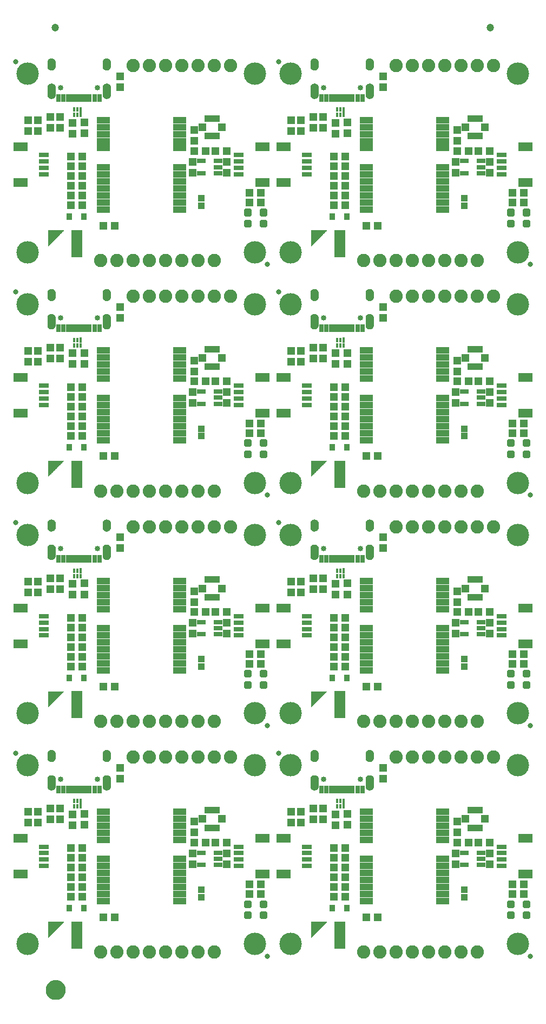
<source format=gts>
G75*
%MOIN*%
%OFA0B0*%
%FSLAX25Y25*%
%IPPOS*%
%LPD*%
%AMOC8*
5,1,8,0,0,1.08239X$1,22.5*
%
%ADD10C,0.13800*%
%ADD11C,0.03300*%
%ADD12R,0.08674X0.05524*%
%ADD13R,0.06115X0.03162*%
%ADD14R,0.05131X0.04737*%
%ADD15C,0.00197*%
%ADD16R,0.06693X0.16535*%
%ADD17R,0.04737X0.05131*%
%ADD18C,0.01990*%
%ADD19R,0.03280X0.04068*%
%ADD20R,0.09461X0.04146*%
%ADD21R,0.04934X0.04737*%
%ADD22R,0.05524X0.02965*%
%ADD23C,0.08200*%
%ADD24R,0.07887X0.03950*%
%ADD25R,0.01784X0.03202*%
%ADD26R,0.01784X0.03005*%
%ADD27R,0.01981X0.04800*%
%ADD28R,0.03162X0.04800*%
%ADD29R,0.02965X0.04800*%
%ADD30C,0.03359*%
%ADD31C,0.00039*%
%ADD32R,0.04343X0.04146*%
%ADD33C,0.04737*%
%ADD34C,0.05000*%
%ADD35C,0.06706*%
D10*
X0053342Y0048750D03*
X0053342Y0158650D03*
X0053342Y0190650D03*
X0053342Y0300550D03*
X0053342Y0332550D03*
X0053342Y0442450D03*
X0053342Y0474450D03*
X0053342Y0584350D03*
X0193342Y0584350D03*
X0215342Y0584350D03*
X0215342Y0474450D03*
X0193342Y0474450D03*
X0193342Y0442450D03*
X0215342Y0442450D03*
X0215342Y0332550D03*
X0193342Y0332550D03*
X0193342Y0300550D03*
X0215342Y0300550D03*
X0215342Y0190650D03*
X0193342Y0190650D03*
X0193342Y0158650D03*
X0215342Y0158650D03*
X0215342Y0048750D03*
X0193342Y0048750D03*
X0355342Y0048750D03*
X0355342Y0158650D03*
X0355342Y0190650D03*
X0355342Y0300550D03*
X0355342Y0332550D03*
X0355342Y0442450D03*
X0355342Y0474450D03*
X0355342Y0584350D03*
D11*
X0362842Y0466950D03*
X0362842Y0325050D03*
X0362842Y0183150D03*
X0362842Y0041250D03*
X0207842Y0166150D03*
X0200842Y0183150D03*
X0207842Y0308050D03*
X0200842Y0325050D03*
X0207842Y0449950D03*
X0200842Y0466950D03*
X0207842Y0591850D03*
X0045842Y0591850D03*
X0045842Y0449950D03*
X0045842Y0308050D03*
X0045842Y0166150D03*
X0200842Y0041250D03*
D12*
X0197810Y0091626D03*
X0210873Y0091626D03*
X0210873Y0113674D03*
X0197810Y0113674D03*
X0197810Y0233526D03*
X0210873Y0233526D03*
X0210873Y0255574D03*
X0197810Y0255574D03*
X0197810Y0375426D03*
X0210873Y0375426D03*
X0210873Y0397474D03*
X0197810Y0397474D03*
X0197810Y0517326D03*
X0210873Y0517326D03*
X0210873Y0539374D03*
X0197810Y0539374D03*
X0048873Y0539374D03*
X0048873Y0517326D03*
X0048873Y0397474D03*
X0048873Y0375426D03*
X0048873Y0255574D03*
X0048873Y0233526D03*
X0048873Y0113674D03*
X0048873Y0091626D03*
X0359810Y0091626D03*
X0359810Y0113674D03*
X0359810Y0233526D03*
X0359810Y0255574D03*
X0359810Y0375426D03*
X0359810Y0397474D03*
X0359810Y0517326D03*
X0359810Y0539374D03*
D13*
X0345342Y0534256D03*
X0345342Y0530319D03*
X0345342Y0526381D03*
X0345342Y0522444D03*
X0345342Y0392356D03*
X0345342Y0388419D03*
X0345342Y0384481D03*
X0345342Y0380544D03*
X0345342Y0250456D03*
X0345342Y0246519D03*
X0345342Y0242581D03*
X0345342Y0238644D03*
X0345342Y0108556D03*
X0345342Y0104619D03*
X0345342Y0100681D03*
X0345342Y0096744D03*
X0225342Y0096744D03*
X0225342Y0100681D03*
X0225342Y0104619D03*
X0225342Y0108556D03*
X0183342Y0108556D03*
X0183342Y0104619D03*
X0183342Y0100681D03*
X0183342Y0096744D03*
X0183342Y0238644D03*
X0183342Y0242581D03*
X0183342Y0246519D03*
X0183342Y0250456D03*
X0225342Y0250456D03*
X0225342Y0246519D03*
X0225342Y0242581D03*
X0225342Y0238644D03*
X0225342Y0380544D03*
X0225342Y0384481D03*
X0225342Y0388419D03*
X0225342Y0392356D03*
X0183342Y0392356D03*
X0183342Y0388419D03*
X0183342Y0384481D03*
X0183342Y0380544D03*
X0183342Y0522444D03*
X0183342Y0526381D03*
X0183342Y0530319D03*
X0183342Y0534256D03*
X0225342Y0534256D03*
X0225342Y0530319D03*
X0225342Y0526381D03*
X0225342Y0522444D03*
X0063342Y0522444D03*
X0063342Y0526381D03*
X0063342Y0530319D03*
X0063342Y0534256D03*
X0063342Y0392356D03*
X0063342Y0388419D03*
X0063342Y0384481D03*
X0063342Y0380544D03*
X0063342Y0250456D03*
X0063342Y0246519D03*
X0063342Y0242581D03*
X0063342Y0238644D03*
X0063342Y0108556D03*
X0063342Y0104619D03*
X0063342Y0100681D03*
X0063342Y0096744D03*
D14*
X0079995Y0095650D03*
X0079995Y0089650D03*
X0079995Y0083650D03*
X0079995Y0077650D03*
X0086688Y0077650D03*
X0086688Y0083650D03*
X0086688Y0089650D03*
X0086688Y0095650D03*
X0086688Y0101650D03*
X0086688Y0107650D03*
X0079995Y0107650D03*
X0079995Y0101650D03*
X0099995Y0065150D03*
X0106688Y0065150D03*
X0155995Y0111150D03*
X0162688Y0111150D03*
X0168995Y0111150D03*
X0175688Y0111150D03*
X0189995Y0085350D03*
X0189995Y0079350D03*
X0196688Y0079350D03*
X0196688Y0085350D03*
X0241995Y0083650D03*
X0241995Y0077650D03*
X0248688Y0077650D03*
X0248688Y0083650D03*
X0248688Y0089650D03*
X0248688Y0095650D03*
X0248688Y0101650D03*
X0248688Y0107650D03*
X0241995Y0107650D03*
X0241995Y0101650D03*
X0241995Y0095650D03*
X0241995Y0089650D03*
X0261995Y0065150D03*
X0268688Y0065150D03*
X0317995Y0111150D03*
X0324688Y0111150D03*
X0330995Y0111150D03*
X0337688Y0111150D03*
X0351995Y0085350D03*
X0351995Y0079350D03*
X0358688Y0079350D03*
X0358688Y0085350D03*
X0358688Y0221250D03*
X0358688Y0227250D03*
X0351995Y0227250D03*
X0351995Y0221250D03*
X0337688Y0253050D03*
X0330995Y0253050D03*
X0324688Y0253050D03*
X0317995Y0253050D03*
X0268688Y0207050D03*
X0261995Y0207050D03*
X0248688Y0219550D03*
X0248688Y0225550D03*
X0248688Y0231550D03*
X0248688Y0237550D03*
X0248688Y0243550D03*
X0248688Y0249550D03*
X0241995Y0249550D03*
X0241995Y0243550D03*
X0241995Y0237550D03*
X0241995Y0231550D03*
X0241995Y0225550D03*
X0241995Y0219550D03*
X0196688Y0221250D03*
X0196688Y0227250D03*
X0189995Y0227250D03*
X0189995Y0221250D03*
X0175688Y0253050D03*
X0168995Y0253050D03*
X0162688Y0253050D03*
X0155995Y0253050D03*
X0106688Y0207050D03*
X0099995Y0207050D03*
X0086688Y0219550D03*
X0086688Y0225550D03*
X0086688Y0231550D03*
X0086688Y0237550D03*
X0086688Y0243550D03*
X0086688Y0249550D03*
X0079995Y0249550D03*
X0079995Y0243550D03*
X0079995Y0237550D03*
X0079995Y0231550D03*
X0079995Y0225550D03*
X0079995Y0219550D03*
X0099995Y0348950D03*
X0106688Y0348950D03*
X0086688Y0361450D03*
X0086688Y0367450D03*
X0086688Y0373450D03*
X0086688Y0379450D03*
X0086688Y0385450D03*
X0086688Y0391450D03*
X0079995Y0391450D03*
X0079995Y0385450D03*
X0079995Y0379450D03*
X0079995Y0373450D03*
X0079995Y0367450D03*
X0079995Y0361450D03*
X0155995Y0394950D03*
X0162688Y0394950D03*
X0168995Y0394950D03*
X0175688Y0394950D03*
X0189995Y0369150D03*
X0189995Y0363150D03*
X0196688Y0363150D03*
X0196688Y0369150D03*
X0241995Y0367450D03*
X0241995Y0361450D03*
X0248688Y0361450D03*
X0248688Y0367450D03*
X0248688Y0373450D03*
X0248688Y0379450D03*
X0248688Y0385450D03*
X0248688Y0391450D03*
X0241995Y0391450D03*
X0241995Y0385450D03*
X0241995Y0379450D03*
X0241995Y0373450D03*
X0261995Y0348950D03*
X0268688Y0348950D03*
X0317995Y0394950D03*
X0324688Y0394950D03*
X0330995Y0394950D03*
X0337688Y0394950D03*
X0351995Y0369150D03*
X0351995Y0363150D03*
X0358688Y0363150D03*
X0358688Y0369150D03*
X0358688Y0505050D03*
X0358688Y0511050D03*
X0351995Y0511050D03*
X0351995Y0505050D03*
X0337688Y0536850D03*
X0330995Y0536850D03*
X0324688Y0536850D03*
X0317995Y0536850D03*
X0268688Y0490850D03*
X0261995Y0490850D03*
X0248688Y0503350D03*
X0248688Y0509350D03*
X0248688Y0515350D03*
X0248688Y0521350D03*
X0248688Y0527350D03*
X0248688Y0533350D03*
X0241995Y0533350D03*
X0241995Y0527350D03*
X0241995Y0521350D03*
X0241995Y0515350D03*
X0241995Y0509350D03*
X0241995Y0503350D03*
X0196688Y0505050D03*
X0196688Y0511050D03*
X0189995Y0511050D03*
X0189995Y0505050D03*
X0175688Y0536850D03*
X0168995Y0536850D03*
X0162688Y0536850D03*
X0155995Y0536850D03*
X0106688Y0490850D03*
X0099995Y0490850D03*
X0086688Y0503350D03*
X0086688Y0509350D03*
X0086688Y0515350D03*
X0086688Y0521350D03*
X0086688Y0527350D03*
X0086688Y0533350D03*
X0079995Y0533350D03*
X0079995Y0527350D03*
X0079995Y0521350D03*
X0079995Y0515350D03*
X0079995Y0509350D03*
X0079995Y0503350D03*
D15*
X0075239Y0488001D02*
X0065791Y0478552D01*
X0065791Y0488001D01*
X0075239Y0488001D01*
X0075125Y0487887D02*
X0065791Y0487887D01*
X0065791Y0487691D02*
X0074929Y0487691D01*
X0074734Y0487496D02*
X0065791Y0487496D01*
X0065791Y0487300D02*
X0074539Y0487300D01*
X0074343Y0487105D02*
X0065791Y0487105D01*
X0065791Y0486910D02*
X0074148Y0486910D01*
X0073953Y0486714D02*
X0065791Y0486714D01*
X0065791Y0486519D02*
X0073757Y0486519D01*
X0073562Y0486324D02*
X0065791Y0486324D01*
X0065791Y0486128D02*
X0073367Y0486128D01*
X0073171Y0485933D02*
X0065791Y0485933D01*
X0065791Y0485738D02*
X0072976Y0485738D01*
X0072780Y0485542D02*
X0065791Y0485542D01*
X0065791Y0485347D02*
X0072585Y0485347D01*
X0072390Y0485152D02*
X0065791Y0485152D01*
X0065791Y0484956D02*
X0072194Y0484956D01*
X0071999Y0484761D02*
X0065791Y0484761D01*
X0065791Y0484565D02*
X0071804Y0484565D01*
X0071608Y0484370D02*
X0065791Y0484370D01*
X0065791Y0484175D02*
X0071413Y0484175D01*
X0071218Y0483979D02*
X0065791Y0483979D01*
X0065791Y0483784D02*
X0071022Y0483784D01*
X0070827Y0483589D02*
X0065791Y0483589D01*
X0065791Y0483393D02*
X0070632Y0483393D01*
X0070436Y0483198D02*
X0065791Y0483198D01*
X0065791Y0483003D02*
X0070241Y0483003D01*
X0070045Y0482807D02*
X0065791Y0482807D01*
X0065791Y0482612D02*
X0069850Y0482612D01*
X0069655Y0482416D02*
X0065791Y0482416D01*
X0065791Y0482221D02*
X0069459Y0482221D01*
X0069264Y0482026D02*
X0065791Y0482026D01*
X0065791Y0481830D02*
X0069069Y0481830D01*
X0068873Y0481635D02*
X0065791Y0481635D01*
X0065791Y0481440D02*
X0068678Y0481440D01*
X0068483Y0481244D02*
X0065791Y0481244D01*
X0065791Y0481049D02*
X0068287Y0481049D01*
X0068092Y0480854D02*
X0065791Y0480854D01*
X0065791Y0480658D02*
X0067896Y0480658D01*
X0067701Y0480463D02*
X0065791Y0480463D01*
X0065791Y0480267D02*
X0067506Y0480267D01*
X0067310Y0480072D02*
X0065791Y0480072D01*
X0065791Y0479877D02*
X0067115Y0479877D01*
X0066920Y0479681D02*
X0065791Y0479681D01*
X0065791Y0479486D02*
X0066724Y0479486D01*
X0066529Y0479291D02*
X0065791Y0479291D01*
X0065791Y0479095D02*
X0066334Y0479095D01*
X0066138Y0478900D02*
X0065791Y0478900D01*
X0065791Y0478705D02*
X0065943Y0478705D01*
X0065791Y0346101D02*
X0075239Y0346101D01*
X0065791Y0336652D01*
X0065791Y0346101D01*
X0065791Y0346054D02*
X0075192Y0346054D01*
X0074997Y0345859D02*
X0065791Y0345859D01*
X0065791Y0345663D02*
X0074802Y0345663D01*
X0074606Y0345468D02*
X0065791Y0345468D01*
X0065791Y0345273D02*
X0074411Y0345273D01*
X0074215Y0345077D02*
X0065791Y0345077D01*
X0065791Y0344882D02*
X0074020Y0344882D01*
X0073825Y0344686D02*
X0065791Y0344686D01*
X0065791Y0344491D02*
X0073629Y0344491D01*
X0073434Y0344296D02*
X0065791Y0344296D01*
X0065791Y0344100D02*
X0073239Y0344100D01*
X0073043Y0343905D02*
X0065791Y0343905D01*
X0065791Y0343710D02*
X0072848Y0343710D01*
X0072653Y0343514D02*
X0065791Y0343514D01*
X0065791Y0343319D02*
X0072457Y0343319D01*
X0072262Y0343124D02*
X0065791Y0343124D01*
X0065791Y0342928D02*
X0072066Y0342928D01*
X0071871Y0342733D02*
X0065791Y0342733D01*
X0065791Y0342537D02*
X0071676Y0342537D01*
X0071480Y0342342D02*
X0065791Y0342342D01*
X0065791Y0342147D02*
X0071285Y0342147D01*
X0071090Y0341951D02*
X0065791Y0341951D01*
X0065791Y0341756D02*
X0070894Y0341756D01*
X0070699Y0341561D02*
X0065791Y0341561D01*
X0065791Y0341365D02*
X0070504Y0341365D01*
X0070308Y0341170D02*
X0065791Y0341170D01*
X0065791Y0340975D02*
X0070113Y0340975D01*
X0069917Y0340779D02*
X0065791Y0340779D01*
X0065791Y0340584D02*
X0069722Y0340584D01*
X0069527Y0340388D02*
X0065791Y0340388D01*
X0065791Y0340193D02*
X0069331Y0340193D01*
X0069136Y0339998D02*
X0065791Y0339998D01*
X0065791Y0339802D02*
X0068941Y0339802D01*
X0068745Y0339607D02*
X0065791Y0339607D01*
X0065791Y0339412D02*
X0068550Y0339412D01*
X0068355Y0339216D02*
X0065791Y0339216D01*
X0065791Y0339021D02*
X0068159Y0339021D01*
X0067964Y0338826D02*
X0065791Y0338826D01*
X0065791Y0338630D02*
X0067768Y0338630D01*
X0067573Y0338435D02*
X0065791Y0338435D01*
X0065791Y0338240D02*
X0067378Y0338240D01*
X0067182Y0338044D02*
X0065791Y0338044D01*
X0065791Y0337849D02*
X0066987Y0337849D01*
X0066792Y0337653D02*
X0065791Y0337653D01*
X0065791Y0337458D02*
X0066596Y0337458D01*
X0066401Y0337263D02*
X0065791Y0337263D01*
X0065791Y0337067D02*
X0066206Y0337067D01*
X0066010Y0336872D02*
X0065791Y0336872D01*
X0065791Y0336677D02*
X0065815Y0336677D01*
X0065791Y0204201D02*
X0075239Y0204201D01*
X0065791Y0194752D01*
X0065791Y0204201D01*
X0065791Y0204026D02*
X0075064Y0204026D01*
X0074869Y0203831D02*
X0065791Y0203831D01*
X0065791Y0203635D02*
X0074674Y0203635D01*
X0074478Y0203440D02*
X0065791Y0203440D01*
X0065791Y0203245D02*
X0074283Y0203245D01*
X0074087Y0203049D02*
X0065791Y0203049D01*
X0065791Y0202854D02*
X0073892Y0202854D01*
X0073697Y0202658D02*
X0065791Y0202658D01*
X0065791Y0202463D02*
X0073501Y0202463D01*
X0073306Y0202268D02*
X0065791Y0202268D01*
X0065791Y0202072D02*
X0073111Y0202072D01*
X0072915Y0201877D02*
X0065791Y0201877D01*
X0065791Y0201682D02*
X0072720Y0201682D01*
X0072525Y0201486D02*
X0065791Y0201486D01*
X0065791Y0201291D02*
X0072329Y0201291D01*
X0072134Y0201096D02*
X0065791Y0201096D01*
X0065791Y0200900D02*
X0071938Y0200900D01*
X0071743Y0200705D02*
X0065791Y0200705D01*
X0065791Y0200509D02*
X0071548Y0200509D01*
X0071352Y0200314D02*
X0065791Y0200314D01*
X0065791Y0200119D02*
X0071157Y0200119D01*
X0070962Y0199923D02*
X0065791Y0199923D01*
X0065791Y0199728D02*
X0070766Y0199728D01*
X0070571Y0199533D02*
X0065791Y0199533D01*
X0065791Y0199337D02*
X0070376Y0199337D01*
X0070180Y0199142D02*
X0065791Y0199142D01*
X0065791Y0198947D02*
X0069985Y0198947D01*
X0069790Y0198751D02*
X0065791Y0198751D01*
X0065791Y0198556D02*
X0069594Y0198556D01*
X0069399Y0198361D02*
X0065791Y0198361D01*
X0065791Y0198165D02*
X0069203Y0198165D01*
X0069008Y0197970D02*
X0065791Y0197970D01*
X0065791Y0197774D02*
X0068813Y0197774D01*
X0068617Y0197579D02*
X0065791Y0197579D01*
X0065791Y0197384D02*
X0068422Y0197384D01*
X0068227Y0197188D02*
X0065791Y0197188D01*
X0065791Y0196993D02*
X0068031Y0196993D01*
X0067836Y0196798D02*
X0065791Y0196798D01*
X0065791Y0196602D02*
X0067641Y0196602D01*
X0067445Y0196407D02*
X0065791Y0196407D01*
X0065791Y0196212D02*
X0067250Y0196212D01*
X0067054Y0196016D02*
X0065791Y0196016D01*
X0065791Y0195821D02*
X0066859Y0195821D01*
X0066664Y0195625D02*
X0065791Y0195625D01*
X0065791Y0195430D02*
X0066468Y0195430D01*
X0066273Y0195235D02*
X0065791Y0195235D01*
X0065791Y0195039D02*
X0066078Y0195039D01*
X0065882Y0194844D02*
X0065791Y0194844D01*
X0065791Y0062301D02*
X0075239Y0062301D01*
X0065791Y0052852D01*
X0065791Y0062301D01*
X0065791Y0062193D02*
X0075132Y0062193D01*
X0074936Y0061998D02*
X0065791Y0061998D01*
X0065791Y0061803D02*
X0074741Y0061803D01*
X0074546Y0061607D02*
X0065791Y0061607D01*
X0065791Y0061412D02*
X0074350Y0061412D01*
X0074155Y0061217D02*
X0065791Y0061217D01*
X0065791Y0061021D02*
X0073959Y0061021D01*
X0073764Y0060826D02*
X0065791Y0060826D01*
X0065791Y0060631D02*
X0073569Y0060631D01*
X0073373Y0060435D02*
X0065791Y0060435D01*
X0065791Y0060240D02*
X0073178Y0060240D01*
X0072983Y0060044D02*
X0065791Y0060044D01*
X0065791Y0059849D02*
X0072787Y0059849D01*
X0072592Y0059654D02*
X0065791Y0059654D01*
X0065791Y0059458D02*
X0072397Y0059458D01*
X0072201Y0059263D02*
X0065791Y0059263D01*
X0065791Y0059068D02*
X0072006Y0059068D01*
X0071811Y0058872D02*
X0065791Y0058872D01*
X0065791Y0058677D02*
X0071615Y0058677D01*
X0071420Y0058482D02*
X0065791Y0058482D01*
X0065791Y0058286D02*
X0071224Y0058286D01*
X0071029Y0058091D02*
X0065791Y0058091D01*
X0065791Y0057895D02*
X0070834Y0057895D01*
X0070638Y0057700D02*
X0065791Y0057700D01*
X0065791Y0057505D02*
X0070443Y0057505D01*
X0070248Y0057309D02*
X0065791Y0057309D01*
X0065791Y0057114D02*
X0070052Y0057114D01*
X0069857Y0056919D02*
X0065791Y0056919D01*
X0065791Y0056723D02*
X0069662Y0056723D01*
X0069466Y0056528D02*
X0065791Y0056528D01*
X0065791Y0056333D02*
X0069271Y0056333D01*
X0069075Y0056137D02*
X0065791Y0056137D01*
X0065791Y0055942D02*
X0068880Y0055942D01*
X0068685Y0055746D02*
X0065791Y0055746D01*
X0065791Y0055551D02*
X0068489Y0055551D01*
X0068294Y0055356D02*
X0065791Y0055356D01*
X0065791Y0055160D02*
X0068099Y0055160D01*
X0067903Y0054965D02*
X0065791Y0054965D01*
X0065791Y0054770D02*
X0067708Y0054770D01*
X0067513Y0054574D02*
X0065791Y0054574D01*
X0065791Y0054379D02*
X0067317Y0054379D01*
X0067122Y0054184D02*
X0065791Y0054184D01*
X0065791Y0053988D02*
X0066926Y0053988D01*
X0066731Y0053793D02*
X0065791Y0053793D01*
X0065791Y0053597D02*
X0066536Y0053597D01*
X0066340Y0053402D02*
X0065791Y0053402D01*
X0065791Y0053207D02*
X0066145Y0053207D01*
X0065950Y0053011D02*
X0065791Y0053011D01*
X0227791Y0053011D02*
X0227950Y0053011D01*
X0227791Y0052852D02*
X0237239Y0062301D01*
X0227791Y0062301D01*
X0227791Y0052852D01*
X0227791Y0053207D02*
X0228145Y0053207D01*
X0228340Y0053402D02*
X0227791Y0053402D01*
X0227791Y0053597D02*
X0228536Y0053597D01*
X0228731Y0053793D02*
X0227791Y0053793D01*
X0227791Y0053988D02*
X0228926Y0053988D01*
X0229122Y0054184D02*
X0227791Y0054184D01*
X0227791Y0054379D02*
X0229317Y0054379D01*
X0229513Y0054574D02*
X0227791Y0054574D01*
X0227791Y0054770D02*
X0229708Y0054770D01*
X0229903Y0054965D02*
X0227791Y0054965D01*
X0227791Y0055160D02*
X0230099Y0055160D01*
X0230294Y0055356D02*
X0227791Y0055356D01*
X0227791Y0055551D02*
X0230489Y0055551D01*
X0230685Y0055746D02*
X0227791Y0055746D01*
X0227791Y0055942D02*
X0230880Y0055942D01*
X0231075Y0056137D02*
X0227791Y0056137D01*
X0227791Y0056333D02*
X0231271Y0056333D01*
X0231466Y0056528D02*
X0227791Y0056528D01*
X0227791Y0056723D02*
X0231662Y0056723D01*
X0231857Y0056919D02*
X0227791Y0056919D01*
X0227791Y0057114D02*
X0232052Y0057114D01*
X0232248Y0057309D02*
X0227791Y0057309D01*
X0227791Y0057505D02*
X0232443Y0057505D01*
X0232638Y0057700D02*
X0227791Y0057700D01*
X0227791Y0057895D02*
X0232834Y0057895D01*
X0233029Y0058091D02*
X0227791Y0058091D01*
X0227791Y0058286D02*
X0233224Y0058286D01*
X0233420Y0058482D02*
X0227791Y0058482D01*
X0227791Y0058677D02*
X0233615Y0058677D01*
X0233811Y0058872D02*
X0227791Y0058872D01*
X0227791Y0059068D02*
X0234006Y0059068D01*
X0234201Y0059263D02*
X0227791Y0059263D01*
X0227791Y0059458D02*
X0234397Y0059458D01*
X0234592Y0059654D02*
X0227791Y0059654D01*
X0227791Y0059849D02*
X0234787Y0059849D01*
X0234983Y0060044D02*
X0227791Y0060044D01*
X0227791Y0060240D02*
X0235178Y0060240D01*
X0235373Y0060435D02*
X0227791Y0060435D01*
X0227791Y0060631D02*
X0235569Y0060631D01*
X0235764Y0060826D02*
X0227791Y0060826D01*
X0227791Y0061021D02*
X0235959Y0061021D01*
X0236155Y0061217D02*
X0227791Y0061217D01*
X0227791Y0061412D02*
X0236350Y0061412D01*
X0236546Y0061607D02*
X0227791Y0061607D01*
X0227791Y0061803D02*
X0236741Y0061803D01*
X0236936Y0061998D02*
X0227791Y0061998D01*
X0227791Y0062193D02*
X0237132Y0062193D01*
X0227791Y0194752D02*
X0237239Y0204201D01*
X0227791Y0204201D01*
X0227791Y0194752D01*
X0227791Y0194844D02*
X0227882Y0194844D01*
X0227791Y0195039D02*
X0228078Y0195039D01*
X0228273Y0195235D02*
X0227791Y0195235D01*
X0227791Y0195430D02*
X0228468Y0195430D01*
X0228664Y0195625D02*
X0227791Y0195625D01*
X0227791Y0195821D02*
X0228859Y0195821D01*
X0229054Y0196016D02*
X0227791Y0196016D01*
X0227791Y0196212D02*
X0229250Y0196212D01*
X0229445Y0196407D02*
X0227791Y0196407D01*
X0227791Y0196602D02*
X0229641Y0196602D01*
X0229836Y0196798D02*
X0227791Y0196798D01*
X0227791Y0196993D02*
X0230031Y0196993D01*
X0230227Y0197188D02*
X0227791Y0197188D01*
X0227791Y0197384D02*
X0230422Y0197384D01*
X0230617Y0197579D02*
X0227791Y0197579D01*
X0227791Y0197774D02*
X0230813Y0197774D01*
X0231008Y0197970D02*
X0227791Y0197970D01*
X0227791Y0198165D02*
X0231203Y0198165D01*
X0231399Y0198361D02*
X0227791Y0198361D01*
X0227791Y0198556D02*
X0231594Y0198556D01*
X0231790Y0198751D02*
X0227791Y0198751D01*
X0227791Y0198947D02*
X0231985Y0198947D01*
X0232180Y0199142D02*
X0227791Y0199142D01*
X0227791Y0199337D02*
X0232376Y0199337D01*
X0232571Y0199533D02*
X0227791Y0199533D01*
X0227791Y0199728D02*
X0232766Y0199728D01*
X0232962Y0199923D02*
X0227791Y0199923D01*
X0227791Y0200119D02*
X0233157Y0200119D01*
X0233352Y0200314D02*
X0227791Y0200314D01*
X0227791Y0200509D02*
X0233548Y0200509D01*
X0233743Y0200705D02*
X0227791Y0200705D01*
X0227791Y0200900D02*
X0233938Y0200900D01*
X0234134Y0201096D02*
X0227791Y0201096D01*
X0227791Y0201291D02*
X0234329Y0201291D01*
X0234525Y0201486D02*
X0227791Y0201486D01*
X0227791Y0201682D02*
X0234720Y0201682D01*
X0234915Y0201877D02*
X0227791Y0201877D01*
X0227791Y0202072D02*
X0235111Y0202072D01*
X0235306Y0202268D02*
X0227791Y0202268D01*
X0227791Y0202463D02*
X0235501Y0202463D01*
X0235697Y0202658D02*
X0227791Y0202658D01*
X0227791Y0202854D02*
X0235892Y0202854D01*
X0236087Y0203049D02*
X0227791Y0203049D01*
X0227791Y0203245D02*
X0236283Y0203245D01*
X0236478Y0203440D02*
X0227791Y0203440D01*
X0227791Y0203635D02*
X0236674Y0203635D01*
X0236869Y0203831D02*
X0227791Y0203831D01*
X0227791Y0204026D02*
X0237064Y0204026D01*
X0227791Y0336652D02*
X0237239Y0346101D01*
X0227791Y0346101D01*
X0227791Y0336652D01*
X0227791Y0336677D02*
X0227815Y0336677D01*
X0227791Y0336872D02*
X0228010Y0336872D01*
X0228206Y0337067D02*
X0227791Y0337067D01*
X0227791Y0337263D02*
X0228401Y0337263D01*
X0228596Y0337458D02*
X0227791Y0337458D01*
X0227791Y0337653D02*
X0228792Y0337653D01*
X0228987Y0337849D02*
X0227791Y0337849D01*
X0227791Y0338044D02*
X0229182Y0338044D01*
X0229378Y0338240D02*
X0227791Y0338240D01*
X0227791Y0338435D02*
X0229573Y0338435D01*
X0229768Y0338630D02*
X0227791Y0338630D01*
X0227791Y0338826D02*
X0229964Y0338826D01*
X0230159Y0339021D02*
X0227791Y0339021D01*
X0227791Y0339216D02*
X0230355Y0339216D01*
X0230550Y0339412D02*
X0227791Y0339412D01*
X0227791Y0339607D02*
X0230745Y0339607D01*
X0230941Y0339802D02*
X0227791Y0339802D01*
X0227791Y0339998D02*
X0231136Y0339998D01*
X0231331Y0340193D02*
X0227791Y0340193D01*
X0227791Y0340388D02*
X0231527Y0340388D01*
X0231722Y0340584D02*
X0227791Y0340584D01*
X0227791Y0340779D02*
X0231917Y0340779D01*
X0232113Y0340975D02*
X0227791Y0340975D01*
X0227791Y0341170D02*
X0232308Y0341170D01*
X0232504Y0341365D02*
X0227791Y0341365D01*
X0227791Y0341561D02*
X0232699Y0341561D01*
X0232894Y0341756D02*
X0227791Y0341756D01*
X0227791Y0341951D02*
X0233090Y0341951D01*
X0233285Y0342147D02*
X0227791Y0342147D01*
X0227791Y0342342D02*
X0233480Y0342342D01*
X0233676Y0342537D02*
X0227791Y0342537D01*
X0227791Y0342733D02*
X0233871Y0342733D01*
X0234066Y0342928D02*
X0227791Y0342928D01*
X0227791Y0343124D02*
X0234262Y0343124D01*
X0234457Y0343319D02*
X0227791Y0343319D01*
X0227791Y0343514D02*
X0234653Y0343514D01*
X0234848Y0343710D02*
X0227791Y0343710D01*
X0227791Y0343905D02*
X0235043Y0343905D01*
X0235239Y0344100D02*
X0227791Y0344100D01*
X0227791Y0344296D02*
X0235434Y0344296D01*
X0235629Y0344491D02*
X0227791Y0344491D01*
X0227791Y0344686D02*
X0235825Y0344686D01*
X0236020Y0344882D02*
X0227791Y0344882D01*
X0227791Y0345077D02*
X0236215Y0345077D01*
X0236411Y0345273D02*
X0227791Y0345273D01*
X0227791Y0345468D02*
X0236606Y0345468D01*
X0236802Y0345663D02*
X0227791Y0345663D01*
X0227791Y0345859D02*
X0236997Y0345859D01*
X0237192Y0346054D02*
X0227791Y0346054D01*
X0227791Y0478552D02*
X0237239Y0488001D01*
X0227791Y0488001D01*
X0227791Y0478552D01*
X0227791Y0478705D02*
X0227943Y0478705D01*
X0227791Y0478900D02*
X0228138Y0478900D01*
X0228334Y0479095D02*
X0227791Y0479095D01*
X0227791Y0479291D02*
X0228529Y0479291D01*
X0228724Y0479486D02*
X0227791Y0479486D01*
X0227791Y0479681D02*
X0228920Y0479681D01*
X0229115Y0479877D02*
X0227791Y0479877D01*
X0227791Y0480072D02*
X0229310Y0480072D01*
X0229506Y0480267D02*
X0227791Y0480267D01*
X0227791Y0480463D02*
X0229701Y0480463D01*
X0229896Y0480658D02*
X0227791Y0480658D01*
X0227791Y0480854D02*
X0230092Y0480854D01*
X0230287Y0481049D02*
X0227791Y0481049D01*
X0227791Y0481244D02*
X0230483Y0481244D01*
X0230678Y0481440D02*
X0227791Y0481440D01*
X0227791Y0481635D02*
X0230873Y0481635D01*
X0231069Y0481830D02*
X0227791Y0481830D01*
X0227791Y0482026D02*
X0231264Y0482026D01*
X0231459Y0482221D02*
X0227791Y0482221D01*
X0227791Y0482416D02*
X0231655Y0482416D01*
X0231850Y0482612D02*
X0227791Y0482612D01*
X0227791Y0482807D02*
X0232045Y0482807D01*
X0232241Y0483003D02*
X0227791Y0483003D01*
X0227791Y0483198D02*
X0232436Y0483198D01*
X0232632Y0483393D02*
X0227791Y0483393D01*
X0227791Y0483589D02*
X0232827Y0483589D01*
X0233022Y0483784D02*
X0227791Y0483784D01*
X0227791Y0483979D02*
X0233218Y0483979D01*
X0233413Y0484175D02*
X0227791Y0484175D01*
X0227791Y0484370D02*
X0233608Y0484370D01*
X0233804Y0484565D02*
X0227791Y0484565D01*
X0227791Y0484761D02*
X0233999Y0484761D01*
X0234194Y0484956D02*
X0227791Y0484956D01*
X0227791Y0485152D02*
X0234390Y0485152D01*
X0234585Y0485347D02*
X0227791Y0485347D01*
X0227791Y0485542D02*
X0234780Y0485542D01*
X0234976Y0485738D02*
X0227791Y0485738D01*
X0227791Y0485933D02*
X0235171Y0485933D01*
X0235367Y0486128D02*
X0227791Y0486128D01*
X0227791Y0486324D02*
X0235562Y0486324D01*
X0235757Y0486519D02*
X0227791Y0486519D01*
X0227791Y0486714D02*
X0235953Y0486714D01*
X0236148Y0486910D02*
X0227791Y0486910D01*
X0227791Y0487105D02*
X0236343Y0487105D01*
X0236539Y0487300D02*
X0227791Y0487300D01*
X0227791Y0487496D02*
X0236734Y0487496D01*
X0236929Y0487691D02*
X0227791Y0487691D01*
X0227791Y0487887D02*
X0237125Y0487887D01*
D16*
X0245625Y0479812D03*
X0245625Y0337912D03*
X0245625Y0196012D03*
X0245625Y0054112D03*
X0083625Y0054112D03*
X0083625Y0196012D03*
X0083625Y0337912D03*
X0083625Y0479812D03*
D17*
X0110142Y0440896D03*
X0110142Y0434204D03*
X0088142Y0412496D03*
X0088142Y0405804D03*
X0080942Y0405604D03*
X0080942Y0412296D03*
X0073142Y0409104D03*
X0067342Y0409104D03*
X0067342Y0415796D03*
X0073142Y0415796D03*
X0059442Y0413796D03*
X0059442Y0407104D03*
X0053542Y0407104D03*
X0053542Y0413796D03*
X0110142Y0298996D03*
X0110142Y0292304D03*
X0088142Y0270596D03*
X0088142Y0263904D03*
X0080942Y0263704D03*
X0080942Y0270396D03*
X0073142Y0267204D03*
X0067342Y0267204D03*
X0067342Y0273896D03*
X0073142Y0273896D03*
X0059442Y0271896D03*
X0059442Y0265204D03*
X0053542Y0265204D03*
X0053542Y0271896D03*
X0110142Y0157096D03*
X0110142Y0150404D03*
X0088142Y0128696D03*
X0088142Y0122004D03*
X0080942Y0121804D03*
X0080942Y0128496D03*
X0073142Y0125304D03*
X0067342Y0125304D03*
X0067342Y0131996D03*
X0073142Y0131996D03*
X0059442Y0129996D03*
X0059442Y0123304D03*
X0053542Y0123304D03*
X0053542Y0129996D03*
X0155842Y0123996D03*
X0155842Y0117304D03*
X0154842Y0104496D03*
X0154842Y0097804D03*
X0175842Y0097804D03*
X0175842Y0104496D03*
X0215542Y0123304D03*
X0215542Y0129996D03*
X0221442Y0129996D03*
X0221442Y0123304D03*
X0229342Y0125304D03*
X0235142Y0125304D03*
X0235142Y0131996D03*
X0229342Y0131996D03*
X0242942Y0128496D03*
X0242942Y0121804D03*
X0250142Y0122004D03*
X0250142Y0128696D03*
X0272142Y0150404D03*
X0272142Y0157096D03*
X0317842Y0123996D03*
X0317842Y0117304D03*
X0316842Y0104496D03*
X0316842Y0097804D03*
X0337842Y0097804D03*
X0337842Y0104496D03*
X0337842Y0239704D03*
X0337842Y0246396D03*
X0316842Y0246396D03*
X0316842Y0239704D03*
X0317842Y0259204D03*
X0317842Y0265896D03*
X0272142Y0292304D03*
X0272142Y0298996D03*
X0250142Y0270596D03*
X0250142Y0263904D03*
X0242942Y0263704D03*
X0242942Y0270396D03*
X0235142Y0267204D03*
X0229342Y0267204D03*
X0229342Y0273896D03*
X0235142Y0273896D03*
X0221442Y0271896D03*
X0221442Y0265204D03*
X0215542Y0265204D03*
X0215542Y0271896D03*
X0175842Y0246396D03*
X0175842Y0239704D03*
X0154842Y0239704D03*
X0154842Y0246396D03*
X0155842Y0259204D03*
X0155842Y0265896D03*
X0154842Y0381604D03*
X0154842Y0388296D03*
X0155842Y0401104D03*
X0155842Y0407796D03*
X0175842Y0388296D03*
X0175842Y0381604D03*
X0215542Y0407104D03*
X0215542Y0413796D03*
X0221442Y0413796D03*
X0221442Y0407104D03*
X0229342Y0409104D03*
X0235142Y0409104D03*
X0235142Y0415796D03*
X0229342Y0415796D03*
X0242942Y0412296D03*
X0242942Y0405604D03*
X0250142Y0405804D03*
X0250142Y0412496D03*
X0272142Y0434204D03*
X0272142Y0440896D03*
X0317842Y0407796D03*
X0317842Y0401104D03*
X0316842Y0388296D03*
X0316842Y0381604D03*
X0337842Y0381604D03*
X0337842Y0388296D03*
X0337842Y0523504D03*
X0337842Y0530196D03*
X0316842Y0530196D03*
X0316842Y0523504D03*
X0317842Y0543004D03*
X0317842Y0549696D03*
X0272142Y0576104D03*
X0272142Y0582796D03*
X0250142Y0554396D03*
X0250142Y0547704D03*
X0242942Y0547504D03*
X0242942Y0554196D03*
X0235142Y0551004D03*
X0229342Y0551004D03*
X0229342Y0557696D03*
X0235142Y0557696D03*
X0221442Y0555696D03*
X0221442Y0549004D03*
X0215542Y0549004D03*
X0215542Y0555696D03*
X0175842Y0530196D03*
X0175842Y0523504D03*
X0154842Y0523504D03*
X0154842Y0530196D03*
X0155842Y0543004D03*
X0155842Y0549696D03*
X0110142Y0576104D03*
X0110142Y0582796D03*
X0088142Y0554396D03*
X0088142Y0547704D03*
X0080942Y0547504D03*
X0080942Y0554196D03*
X0073142Y0551004D03*
X0067342Y0551004D03*
X0067342Y0557696D03*
X0073142Y0557696D03*
X0059442Y0555696D03*
X0059442Y0549004D03*
X0053542Y0549004D03*
X0053542Y0555696D03*
D18*
X0187569Y0500276D02*
X0190315Y0500276D01*
X0190315Y0497530D01*
X0187569Y0497530D01*
X0187569Y0500276D01*
X0187569Y0499420D02*
X0190315Y0499420D01*
X0190315Y0493370D02*
X0187569Y0493370D01*
X0190315Y0493370D02*
X0190315Y0490624D01*
X0187569Y0490624D01*
X0187569Y0493370D01*
X0187569Y0492514D02*
X0190315Y0492514D01*
X0197069Y0493370D02*
X0199815Y0493370D01*
X0199815Y0490624D01*
X0197069Y0490624D01*
X0197069Y0493370D01*
X0197069Y0492514D02*
X0199815Y0492514D01*
X0199815Y0500276D02*
X0197069Y0500276D01*
X0199815Y0500276D02*
X0199815Y0497530D01*
X0197069Y0497530D01*
X0197069Y0500276D01*
X0197069Y0499420D02*
X0199815Y0499420D01*
X0199815Y0358376D02*
X0197069Y0358376D01*
X0199815Y0358376D02*
X0199815Y0355630D01*
X0197069Y0355630D01*
X0197069Y0358376D01*
X0197069Y0357520D02*
X0199815Y0357520D01*
X0199815Y0351470D02*
X0197069Y0351470D01*
X0199815Y0351470D02*
X0199815Y0348724D01*
X0197069Y0348724D01*
X0197069Y0351470D01*
X0197069Y0350614D02*
X0199815Y0350614D01*
X0190315Y0351470D02*
X0187569Y0351470D01*
X0190315Y0351470D02*
X0190315Y0348724D01*
X0187569Y0348724D01*
X0187569Y0351470D01*
X0187569Y0350614D02*
X0190315Y0350614D01*
X0190315Y0358376D02*
X0187569Y0358376D01*
X0190315Y0358376D02*
X0190315Y0355630D01*
X0187569Y0355630D01*
X0187569Y0358376D01*
X0187569Y0357520D02*
X0190315Y0357520D01*
X0190315Y0216476D02*
X0187569Y0216476D01*
X0190315Y0216476D02*
X0190315Y0213730D01*
X0187569Y0213730D01*
X0187569Y0216476D01*
X0187569Y0215620D02*
X0190315Y0215620D01*
X0190315Y0209570D02*
X0187569Y0209570D01*
X0190315Y0209570D02*
X0190315Y0206824D01*
X0187569Y0206824D01*
X0187569Y0209570D01*
X0187569Y0208714D02*
X0190315Y0208714D01*
X0197069Y0209570D02*
X0199815Y0209570D01*
X0199815Y0206824D01*
X0197069Y0206824D01*
X0197069Y0209570D01*
X0197069Y0208714D02*
X0199815Y0208714D01*
X0199815Y0216476D02*
X0197069Y0216476D01*
X0199815Y0216476D02*
X0199815Y0213730D01*
X0197069Y0213730D01*
X0197069Y0216476D01*
X0197069Y0215620D02*
X0199815Y0215620D01*
X0199815Y0074576D02*
X0197069Y0074576D01*
X0199815Y0074576D02*
X0199815Y0071830D01*
X0197069Y0071830D01*
X0197069Y0074576D01*
X0197069Y0073720D02*
X0199815Y0073720D01*
X0199815Y0067670D02*
X0197069Y0067670D01*
X0199815Y0067670D02*
X0199815Y0064924D01*
X0197069Y0064924D01*
X0197069Y0067670D01*
X0197069Y0066814D02*
X0199815Y0066814D01*
X0190315Y0067670D02*
X0187569Y0067670D01*
X0190315Y0067670D02*
X0190315Y0064924D01*
X0187569Y0064924D01*
X0187569Y0067670D01*
X0187569Y0066814D02*
X0190315Y0066814D01*
X0190315Y0074576D02*
X0187569Y0074576D01*
X0190315Y0074576D02*
X0190315Y0071830D01*
X0187569Y0071830D01*
X0187569Y0074576D01*
X0187569Y0073720D02*
X0190315Y0073720D01*
X0349569Y0074576D02*
X0352315Y0074576D01*
X0352315Y0071830D01*
X0349569Y0071830D01*
X0349569Y0074576D01*
X0349569Y0073720D02*
X0352315Y0073720D01*
X0352315Y0067670D02*
X0349569Y0067670D01*
X0352315Y0067670D02*
X0352315Y0064924D01*
X0349569Y0064924D01*
X0349569Y0067670D01*
X0349569Y0066814D02*
X0352315Y0066814D01*
X0359069Y0067670D02*
X0361815Y0067670D01*
X0361815Y0064924D01*
X0359069Y0064924D01*
X0359069Y0067670D01*
X0359069Y0066814D02*
X0361815Y0066814D01*
X0361815Y0074576D02*
X0359069Y0074576D01*
X0361815Y0074576D02*
X0361815Y0071830D01*
X0359069Y0071830D01*
X0359069Y0074576D01*
X0359069Y0073720D02*
X0361815Y0073720D01*
X0361815Y0209570D02*
X0359069Y0209570D01*
X0361815Y0209570D02*
X0361815Y0206824D01*
X0359069Y0206824D01*
X0359069Y0209570D01*
X0359069Y0208714D02*
X0361815Y0208714D01*
X0361815Y0216476D02*
X0359069Y0216476D01*
X0361815Y0216476D02*
X0361815Y0213730D01*
X0359069Y0213730D01*
X0359069Y0216476D01*
X0359069Y0215620D02*
X0361815Y0215620D01*
X0352315Y0216476D02*
X0349569Y0216476D01*
X0352315Y0216476D02*
X0352315Y0213730D01*
X0349569Y0213730D01*
X0349569Y0216476D01*
X0349569Y0215620D02*
X0352315Y0215620D01*
X0352315Y0209570D02*
X0349569Y0209570D01*
X0352315Y0209570D02*
X0352315Y0206824D01*
X0349569Y0206824D01*
X0349569Y0209570D01*
X0349569Y0208714D02*
X0352315Y0208714D01*
X0352315Y0351470D02*
X0349569Y0351470D01*
X0352315Y0351470D02*
X0352315Y0348724D01*
X0349569Y0348724D01*
X0349569Y0351470D01*
X0349569Y0350614D02*
X0352315Y0350614D01*
X0352315Y0358376D02*
X0349569Y0358376D01*
X0352315Y0358376D02*
X0352315Y0355630D01*
X0349569Y0355630D01*
X0349569Y0358376D01*
X0349569Y0357520D02*
X0352315Y0357520D01*
X0359069Y0358376D02*
X0361815Y0358376D01*
X0361815Y0355630D01*
X0359069Y0355630D01*
X0359069Y0358376D01*
X0359069Y0357520D02*
X0361815Y0357520D01*
X0361815Y0351470D02*
X0359069Y0351470D01*
X0361815Y0351470D02*
X0361815Y0348724D01*
X0359069Y0348724D01*
X0359069Y0351470D01*
X0359069Y0350614D02*
X0361815Y0350614D01*
X0361815Y0493370D02*
X0359069Y0493370D01*
X0361815Y0493370D02*
X0361815Y0490624D01*
X0359069Y0490624D01*
X0359069Y0493370D01*
X0359069Y0492514D02*
X0361815Y0492514D01*
X0361815Y0500276D02*
X0359069Y0500276D01*
X0361815Y0500276D02*
X0361815Y0497530D01*
X0359069Y0497530D01*
X0359069Y0500276D01*
X0359069Y0499420D02*
X0361815Y0499420D01*
X0352315Y0500276D02*
X0349569Y0500276D01*
X0352315Y0500276D02*
X0352315Y0497530D01*
X0349569Y0497530D01*
X0349569Y0500276D01*
X0349569Y0499420D02*
X0352315Y0499420D01*
X0352315Y0493370D02*
X0349569Y0493370D01*
X0352315Y0493370D02*
X0352315Y0490624D01*
X0349569Y0490624D01*
X0349569Y0493370D01*
X0349569Y0492514D02*
X0352315Y0492514D01*
D19*
X0249869Y0496350D03*
X0240814Y0496350D03*
X0240814Y0354450D03*
X0249869Y0354450D03*
X0249869Y0212550D03*
X0240814Y0212550D03*
X0240814Y0070650D03*
X0249869Y0070650D03*
X0087869Y0070650D03*
X0078814Y0070650D03*
X0078814Y0212550D03*
X0087869Y0212550D03*
X0087869Y0354450D03*
X0078814Y0354450D03*
X0078814Y0496350D03*
X0087869Y0496350D03*
D20*
X0166842Y0545937D03*
X0166842Y0556763D03*
X0166842Y0414863D03*
X0166842Y0404037D03*
X0166842Y0272963D03*
X0166842Y0262137D03*
X0166842Y0131063D03*
X0166842Y0120237D03*
X0328842Y0120237D03*
X0328842Y0131063D03*
X0328842Y0262137D03*
X0328842Y0272963D03*
X0328842Y0404037D03*
X0328842Y0414863D03*
X0328842Y0545937D03*
X0328842Y0556763D03*
D21*
X0334846Y0551350D03*
X0322838Y0551350D03*
X0322838Y0409450D03*
X0334846Y0409450D03*
X0334846Y0267550D03*
X0322838Y0267550D03*
X0322838Y0125650D03*
X0334846Y0125650D03*
X0172846Y0125650D03*
X0160838Y0125650D03*
X0160838Y0267550D03*
X0172846Y0267550D03*
X0172846Y0409450D03*
X0160838Y0409450D03*
X0160838Y0551350D03*
X0172846Y0551350D03*
D22*
X0170460Y0530590D03*
X0170460Y0526850D03*
X0170460Y0523110D03*
X0160223Y0523110D03*
X0160223Y0530590D03*
X0160223Y0388690D03*
X0160223Y0381210D03*
X0170460Y0381210D03*
X0170460Y0384950D03*
X0170460Y0388690D03*
X0170460Y0246790D03*
X0170460Y0243050D03*
X0170460Y0239310D03*
X0160223Y0239310D03*
X0160223Y0246790D03*
X0160223Y0104890D03*
X0160223Y0097410D03*
X0170460Y0097410D03*
X0170460Y0101150D03*
X0170460Y0104890D03*
X0322223Y0104890D03*
X0322223Y0097410D03*
X0332460Y0097410D03*
X0332460Y0101150D03*
X0332460Y0104890D03*
X0332460Y0239310D03*
X0332460Y0243050D03*
X0332460Y0246790D03*
X0322223Y0246790D03*
X0322223Y0239310D03*
X0322223Y0381210D03*
X0322223Y0388690D03*
X0332460Y0388690D03*
X0332460Y0384950D03*
X0332460Y0381210D03*
X0332460Y0523110D03*
X0332460Y0526850D03*
X0332460Y0530590D03*
X0322223Y0530590D03*
X0322223Y0523110D03*
D23*
X0320342Y0469450D03*
X0330342Y0469450D03*
X0330342Y0447450D03*
X0320342Y0447450D03*
X0310342Y0447450D03*
X0300342Y0447450D03*
X0290342Y0447450D03*
X0280342Y0447450D03*
X0280342Y0469450D03*
X0290342Y0469450D03*
X0300342Y0469450D03*
X0310342Y0469450D03*
X0340342Y0447450D03*
X0270342Y0469450D03*
X0260342Y0469450D03*
X0280342Y0589350D03*
X0290342Y0589350D03*
X0300342Y0589350D03*
X0310342Y0589350D03*
X0320342Y0589350D03*
X0330342Y0589350D03*
X0340342Y0589350D03*
X0330342Y0327550D03*
X0320342Y0327550D03*
X0310342Y0327550D03*
X0300342Y0327550D03*
X0290342Y0327550D03*
X0280342Y0327550D03*
X0270342Y0327550D03*
X0260342Y0327550D03*
X0280342Y0305550D03*
X0290342Y0305550D03*
X0300342Y0305550D03*
X0310342Y0305550D03*
X0320342Y0305550D03*
X0330342Y0305550D03*
X0340342Y0305550D03*
X0330342Y0185650D03*
X0320342Y0185650D03*
X0310342Y0185650D03*
X0300342Y0185650D03*
X0290342Y0185650D03*
X0280342Y0185650D03*
X0270342Y0185650D03*
X0260342Y0185650D03*
X0280342Y0163650D03*
X0290342Y0163650D03*
X0300342Y0163650D03*
X0310342Y0163650D03*
X0320342Y0163650D03*
X0330342Y0163650D03*
X0340342Y0163650D03*
X0330342Y0043750D03*
X0320342Y0043750D03*
X0310342Y0043750D03*
X0300342Y0043750D03*
X0290342Y0043750D03*
X0280342Y0043750D03*
X0270342Y0043750D03*
X0260342Y0043750D03*
X0178342Y0163650D03*
X0168342Y0163650D03*
X0158342Y0163650D03*
X0148342Y0163650D03*
X0138342Y0163650D03*
X0128342Y0163650D03*
X0118342Y0163650D03*
X0118342Y0185650D03*
X0128342Y0185650D03*
X0138342Y0185650D03*
X0148342Y0185650D03*
X0158342Y0185650D03*
X0168342Y0185650D03*
X0108342Y0185650D03*
X0098342Y0185650D03*
X0118342Y0305550D03*
X0128342Y0305550D03*
X0138342Y0305550D03*
X0148342Y0305550D03*
X0158342Y0305550D03*
X0168342Y0305550D03*
X0178342Y0305550D03*
X0168342Y0327550D03*
X0158342Y0327550D03*
X0148342Y0327550D03*
X0138342Y0327550D03*
X0128342Y0327550D03*
X0118342Y0327550D03*
X0108342Y0327550D03*
X0098342Y0327550D03*
X0118342Y0447450D03*
X0128342Y0447450D03*
X0138342Y0447450D03*
X0148342Y0447450D03*
X0158342Y0447450D03*
X0168342Y0447450D03*
X0178342Y0447450D03*
X0168342Y0469450D03*
X0158342Y0469450D03*
X0148342Y0469450D03*
X0138342Y0469450D03*
X0128342Y0469450D03*
X0118342Y0469450D03*
X0108342Y0469450D03*
X0098342Y0469450D03*
X0118342Y0589350D03*
X0128342Y0589350D03*
X0138342Y0589350D03*
X0148342Y0589350D03*
X0158342Y0589350D03*
X0168342Y0589350D03*
X0178342Y0589350D03*
X0168342Y0043750D03*
X0158342Y0043750D03*
X0148342Y0043750D03*
X0138342Y0043750D03*
X0128342Y0043750D03*
X0118342Y0043750D03*
X0108342Y0043750D03*
X0098342Y0043750D03*
D24*
X0099720Y0075091D03*
X0099720Y0079422D03*
X0099720Y0083752D03*
X0099720Y0088083D03*
X0099720Y0092414D03*
X0099720Y0096744D03*
X0099720Y0101075D03*
X0099720Y0112886D03*
X0099720Y0117217D03*
X0099720Y0121548D03*
X0099720Y0125878D03*
X0099720Y0130209D03*
X0146964Y0130209D03*
X0146964Y0125878D03*
X0146964Y0121548D03*
X0146964Y0117217D03*
X0146964Y0112886D03*
X0146964Y0101075D03*
X0146964Y0096744D03*
X0146964Y0092414D03*
X0146964Y0088083D03*
X0146964Y0083752D03*
X0146964Y0079422D03*
X0146964Y0075091D03*
X0146964Y0216991D03*
X0146964Y0221322D03*
X0146964Y0225652D03*
X0146964Y0229983D03*
X0146964Y0234314D03*
X0146964Y0238644D03*
X0146964Y0242975D03*
X0146964Y0254786D03*
X0146964Y0259117D03*
X0146964Y0263448D03*
X0146964Y0267778D03*
X0146964Y0272109D03*
X0099720Y0272109D03*
X0099720Y0267778D03*
X0099720Y0263448D03*
X0099720Y0259117D03*
X0099720Y0254786D03*
X0099720Y0242975D03*
X0099720Y0238644D03*
X0099720Y0234314D03*
X0099720Y0229983D03*
X0099720Y0225652D03*
X0099720Y0221322D03*
X0099720Y0216991D03*
X0099720Y0358891D03*
X0099720Y0363222D03*
X0099720Y0367552D03*
X0099720Y0371883D03*
X0099720Y0376214D03*
X0099720Y0380544D03*
X0099720Y0384875D03*
X0099720Y0396686D03*
X0099720Y0401017D03*
X0099720Y0405348D03*
X0099720Y0409678D03*
X0099720Y0414009D03*
X0146964Y0414009D03*
X0146964Y0409678D03*
X0146964Y0405348D03*
X0146964Y0401017D03*
X0146964Y0396686D03*
X0146964Y0384875D03*
X0146964Y0380544D03*
X0146964Y0376214D03*
X0146964Y0371883D03*
X0146964Y0367552D03*
X0146964Y0363222D03*
X0146964Y0358891D03*
X0146964Y0500791D03*
X0146964Y0505122D03*
X0146964Y0509452D03*
X0146964Y0513783D03*
X0146964Y0518114D03*
X0146964Y0522444D03*
X0146964Y0526775D03*
X0146964Y0538586D03*
X0146964Y0542917D03*
X0146964Y0547248D03*
X0146964Y0551578D03*
X0146964Y0555909D03*
X0099720Y0555909D03*
X0099720Y0551578D03*
X0099720Y0547248D03*
X0099720Y0542917D03*
X0099720Y0538586D03*
X0099720Y0526775D03*
X0099720Y0522444D03*
X0099720Y0518114D03*
X0099720Y0513783D03*
X0099720Y0509452D03*
X0099720Y0505122D03*
X0099720Y0500791D03*
X0261720Y0500791D03*
X0261720Y0505122D03*
X0261720Y0509452D03*
X0261720Y0513783D03*
X0261720Y0518114D03*
X0261720Y0522444D03*
X0261720Y0526775D03*
X0261720Y0538586D03*
X0261720Y0542917D03*
X0261720Y0547248D03*
X0261720Y0551578D03*
X0261720Y0555909D03*
X0308964Y0555909D03*
X0308964Y0551578D03*
X0308964Y0547248D03*
X0308964Y0542917D03*
X0308964Y0538586D03*
X0308964Y0526775D03*
X0308964Y0522444D03*
X0308964Y0518114D03*
X0308964Y0513783D03*
X0308964Y0509452D03*
X0308964Y0505122D03*
X0308964Y0500791D03*
X0308964Y0414009D03*
X0308964Y0409678D03*
X0308964Y0405348D03*
X0308964Y0401017D03*
X0308964Y0396686D03*
X0308964Y0384875D03*
X0308964Y0380544D03*
X0308964Y0376214D03*
X0308964Y0371883D03*
X0308964Y0367552D03*
X0308964Y0363222D03*
X0308964Y0358891D03*
X0261720Y0358891D03*
X0261720Y0363222D03*
X0261720Y0367552D03*
X0261720Y0371883D03*
X0261720Y0376214D03*
X0261720Y0380544D03*
X0261720Y0384875D03*
X0261720Y0396686D03*
X0261720Y0401017D03*
X0261720Y0405348D03*
X0261720Y0409678D03*
X0261720Y0414009D03*
X0261720Y0272109D03*
X0261720Y0267778D03*
X0261720Y0263448D03*
X0261720Y0259117D03*
X0261720Y0254786D03*
X0261720Y0242975D03*
X0261720Y0238644D03*
X0261720Y0234314D03*
X0261720Y0229983D03*
X0261720Y0225652D03*
X0261720Y0221322D03*
X0261720Y0216991D03*
X0308964Y0216991D03*
X0308964Y0221322D03*
X0308964Y0225652D03*
X0308964Y0229983D03*
X0308964Y0234314D03*
X0308964Y0238644D03*
X0308964Y0242975D03*
X0308964Y0254786D03*
X0308964Y0259117D03*
X0308964Y0263448D03*
X0308964Y0267778D03*
X0308964Y0272109D03*
X0308964Y0130209D03*
X0308964Y0125878D03*
X0308964Y0121548D03*
X0308964Y0117217D03*
X0308964Y0112886D03*
X0308964Y0101075D03*
X0308964Y0096744D03*
X0308964Y0092414D03*
X0308964Y0088083D03*
X0308964Y0083752D03*
X0308964Y0079422D03*
X0308964Y0075091D03*
X0261720Y0075091D03*
X0261720Y0079422D03*
X0261720Y0083752D03*
X0261720Y0088083D03*
X0261720Y0092414D03*
X0261720Y0096744D03*
X0261720Y0101075D03*
X0261720Y0112886D03*
X0261720Y0117217D03*
X0261720Y0121548D03*
X0261720Y0125878D03*
X0261720Y0130209D03*
D25*
X0247710Y0136544D03*
X0247710Y0278444D03*
X0247710Y0420344D03*
X0247710Y0562244D03*
X0085710Y0562244D03*
X0085710Y0420344D03*
X0085710Y0278444D03*
X0085710Y0136544D03*
D26*
X0083742Y0136643D03*
X0081773Y0136643D03*
X0081773Y0133257D03*
X0083742Y0133257D03*
X0085710Y0133257D03*
X0085710Y0275157D03*
X0083742Y0275157D03*
X0081773Y0275157D03*
X0081773Y0278543D03*
X0083742Y0278543D03*
X0083742Y0417057D03*
X0085710Y0417057D03*
X0083742Y0420443D03*
X0081773Y0420443D03*
X0081773Y0417057D03*
X0081773Y0558957D03*
X0083742Y0558957D03*
X0085710Y0558957D03*
X0083742Y0562343D03*
X0081773Y0562343D03*
X0243773Y0562343D03*
X0245742Y0562343D03*
X0245742Y0558957D03*
X0247710Y0558957D03*
X0243773Y0558957D03*
X0243773Y0420443D03*
X0245742Y0420443D03*
X0245742Y0417057D03*
X0247710Y0417057D03*
X0243773Y0417057D03*
X0243773Y0278543D03*
X0245742Y0278543D03*
X0245742Y0275157D03*
X0247710Y0275157D03*
X0243773Y0275157D03*
X0243773Y0136643D03*
X0245742Y0136643D03*
X0245742Y0133257D03*
X0247710Y0133257D03*
X0243773Y0133257D03*
D27*
X0243789Y0143844D03*
X0241821Y0143844D03*
X0239852Y0143844D03*
X0245758Y0143844D03*
X0247726Y0143844D03*
X0249695Y0143844D03*
X0251663Y0143844D03*
X0253632Y0143844D03*
X0253632Y0285744D03*
X0251663Y0285744D03*
X0249695Y0285744D03*
X0247726Y0285744D03*
X0245758Y0285744D03*
X0243789Y0285744D03*
X0241821Y0285744D03*
X0239852Y0285744D03*
X0239852Y0427644D03*
X0241821Y0427644D03*
X0243789Y0427644D03*
X0245758Y0427644D03*
X0247726Y0427644D03*
X0249695Y0427644D03*
X0251663Y0427644D03*
X0253632Y0427644D03*
X0253632Y0569544D03*
X0251663Y0569544D03*
X0249695Y0569544D03*
X0247726Y0569544D03*
X0245758Y0569544D03*
X0243789Y0569544D03*
X0241821Y0569544D03*
X0239852Y0569544D03*
X0091632Y0569544D03*
X0089663Y0569544D03*
X0087695Y0569544D03*
X0085726Y0569544D03*
X0083758Y0569544D03*
X0081789Y0569544D03*
X0079821Y0569544D03*
X0077852Y0569544D03*
X0077852Y0427644D03*
X0079821Y0427644D03*
X0081789Y0427644D03*
X0083758Y0427644D03*
X0085726Y0427644D03*
X0087695Y0427644D03*
X0089663Y0427644D03*
X0091632Y0427644D03*
X0091632Y0285744D03*
X0089663Y0285744D03*
X0087695Y0285744D03*
X0085726Y0285744D03*
X0083758Y0285744D03*
X0081789Y0285744D03*
X0079821Y0285744D03*
X0077852Y0285744D03*
X0077852Y0143844D03*
X0079821Y0143844D03*
X0081789Y0143844D03*
X0083758Y0143844D03*
X0085726Y0143844D03*
X0087695Y0143844D03*
X0089663Y0143844D03*
X0091632Y0143844D03*
D28*
X0097439Y0143844D03*
X0072045Y0143844D03*
X0072045Y0285744D03*
X0097439Y0285744D03*
X0097439Y0427644D03*
X0072045Y0427644D03*
X0072045Y0569544D03*
X0097439Y0569544D03*
X0234045Y0569544D03*
X0259439Y0569544D03*
X0259439Y0427644D03*
X0234045Y0427644D03*
X0234045Y0285744D03*
X0259439Y0285744D03*
X0259439Y0143844D03*
X0234045Y0143844D03*
D29*
X0237096Y0143844D03*
X0256387Y0143844D03*
X0256387Y0285744D03*
X0237096Y0285744D03*
X0237096Y0427644D03*
X0256387Y0427644D03*
X0256387Y0569544D03*
X0237096Y0569544D03*
X0094387Y0569544D03*
X0075096Y0569544D03*
X0075096Y0427644D03*
X0094387Y0427644D03*
X0094387Y0285744D03*
X0075096Y0285744D03*
X0075096Y0143844D03*
X0094387Y0143844D03*
D30*
X0096120Y0150139D03*
X0073364Y0150139D03*
X0073364Y0292039D03*
X0096120Y0292039D03*
X0096120Y0433939D03*
X0073364Y0433939D03*
X0073364Y0575839D03*
X0096120Y0575839D03*
X0235364Y0575839D03*
X0258120Y0575839D03*
X0258120Y0433939D03*
X0235364Y0433939D03*
X0235364Y0292039D03*
X0258120Y0292039D03*
X0258120Y0150139D03*
X0235364Y0150139D03*
D31*
X0232096Y0150121D02*
X0227372Y0150121D01*
X0227372Y0150083D02*
X0232096Y0150083D01*
X0232096Y0150046D02*
X0227372Y0150046D01*
X0227372Y0150008D02*
X0232096Y0150008D01*
X0232096Y0149970D02*
X0227372Y0149970D01*
X0227372Y0149932D02*
X0232096Y0149932D01*
X0232096Y0149894D02*
X0227372Y0149894D01*
X0227372Y0149856D02*
X0232096Y0149856D01*
X0232096Y0149818D02*
X0227372Y0149818D01*
X0227372Y0149780D02*
X0232096Y0149780D01*
X0232096Y0149742D02*
X0227372Y0149742D01*
X0227372Y0149705D02*
X0232096Y0149705D01*
X0232096Y0149667D02*
X0227372Y0149667D01*
X0227372Y0149629D02*
X0232096Y0149629D01*
X0232096Y0149591D02*
X0227372Y0149591D01*
X0227372Y0149553D02*
X0232096Y0149553D01*
X0232096Y0149515D02*
X0227372Y0149515D01*
X0227372Y0149477D02*
X0232096Y0149477D01*
X0232096Y0149439D02*
X0227372Y0149439D01*
X0227372Y0149402D02*
X0232096Y0149402D01*
X0232096Y0149364D02*
X0227372Y0149364D01*
X0227372Y0149326D02*
X0232096Y0149326D01*
X0232096Y0149288D02*
X0227372Y0149288D01*
X0227372Y0149250D02*
X0232096Y0149250D01*
X0232096Y0149212D02*
X0227372Y0149212D01*
X0227372Y0149174D02*
X0232096Y0149174D01*
X0232096Y0149136D02*
X0227372Y0149136D01*
X0227372Y0149099D02*
X0232096Y0149099D01*
X0232096Y0149061D02*
X0227372Y0149061D01*
X0227372Y0149023D02*
X0232096Y0149023D01*
X0232096Y0148985D02*
X0227372Y0148985D01*
X0227372Y0148947D02*
X0232096Y0148947D01*
X0232096Y0148909D02*
X0227372Y0148909D01*
X0227372Y0148871D02*
X0232096Y0148871D01*
X0232096Y0148833D02*
X0227372Y0148833D01*
X0227372Y0148795D02*
X0232096Y0148795D01*
X0232096Y0148758D02*
X0227372Y0148758D01*
X0227372Y0148720D02*
X0232096Y0148720D01*
X0232096Y0148682D02*
X0227372Y0148682D01*
X0227372Y0148644D02*
X0232096Y0148644D01*
X0232096Y0148606D02*
X0227372Y0148606D01*
X0227372Y0148568D02*
X0232096Y0148568D01*
X0232096Y0148530D02*
X0227372Y0148530D01*
X0227372Y0148492D02*
X0232096Y0148492D01*
X0232096Y0148455D02*
X0227372Y0148455D01*
X0227372Y0148417D02*
X0232096Y0148417D01*
X0232096Y0148379D02*
X0227372Y0148379D01*
X0227372Y0148341D02*
X0232096Y0148341D01*
X0232096Y0148303D02*
X0227372Y0148303D01*
X0227372Y0148265D02*
X0232096Y0148265D01*
X0232096Y0148227D02*
X0227372Y0148227D01*
X0227372Y0148189D02*
X0232096Y0148189D01*
X0232096Y0148151D02*
X0227372Y0148151D01*
X0227372Y0148114D02*
X0232096Y0148114D01*
X0232096Y0148076D02*
X0227372Y0148076D01*
X0227372Y0148038D02*
X0232096Y0148038D01*
X0232096Y0148000D02*
X0227372Y0148000D01*
X0227372Y0147962D02*
X0232096Y0147962D01*
X0232096Y0147924D02*
X0227372Y0147924D01*
X0227372Y0147886D02*
X0232096Y0147886D01*
X0232096Y0147848D02*
X0227372Y0147848D01*
X0227372Y0147811D02*
X0232096Y0147811D01*
X0232096Y0147773D02*
X0227372Y0147773D01*
X0227372Y0147735D02*
X0232096Y0147735D01*
X0232096Y0147697D02*
X0227372Y0147697D01*
X0227372Y0147659D02*
X0232096Y0147659D01*
X0232096Y0147621D02*
X0227372Y0147621D01*
X0227372Y0147583D02*
X0232096Y0147583D01*
X0232096Y0147545D02*
X0227372Y0147545D01*
X0227372Y0147507D02*
X0232096Y0147507D01*
X0232096Y0147470D02*
X0227372Y0147470D01*
X0227372Y0147432D02*
X0232096Y0147432D01*
X0232096Y0147394D02*
X0227372Y0147394D01*
X0227372Y0147356D02*
X0232096Y0147356D01*
X0232096Y0147318D02*
X0227372Y0147318D01*
X0227372Y0147280D02*
X0232096Y0147280D01*
X0232096Y0147242D02*
X0227372Y0147242D01*
X0227372Y0147204D02*
X0232096Y0147204D01*
X0232096Y0147167D02*
X0227372Y0147167D01*
X0227372Y0147129D02*
X0232096Y0147129D01*
X0232096Y0147091D02*
X0227372Y0147091D01*
X0227372Y0147053D02*
X0232096Y0147053D01*
X0232096Y0147015D02*
X0227372Y0147015D01*
X0227372Y0146977D02*
X0232096Y0146977D01*
X0232096Y0146939D02*
X0227372Y0146939D01*
X0227372Y0146901D02*
X0232096Y0146901D01*
X0232096Y0146864D02*
X0227372Y0146864D01*
X0227372Y0146826D02*
X0232096Y0146826D01*
X0232096Y0146788D02*
X0227372Y0146788D01*
X0227372Y0146750D02*
X0232096Y0146750D01*
X0232096Y0146712D02*
X0227372Y0146712D01*
X0227372Y0146674D02*
X0232096Y0146674D01*
X0232096Y0146636D02*
X0227372Y0146636D01*
X0227372Y0146598D02*
X0232096Y0146598D01*
X0232096Y0146560D02*
X0227372Y0146560D01*
X0227372Y0146523D02*
X0232096Y0146523D01*
X0232096Y0146485D02*
X0227372Y0146485D01*
X0227372Y0146447D02*
X0232096Y0146447D01*
X0232096Y0146409D02*
X0227372Y0146409D01*
X0227372Y0146371D02*
X0232096Y0146371D01*
X0232096Y0146333D02*
X0227372Y0146333D01*
X0227372Y0146295D02*
X0232096Y0146295D01*
X0232096Y0146257D02*
X0227372Y0146257D01*
X0227372Y0146220D02*
X0232096Y0146220D01*
X0232096Y0146182D02*
X0227372Y0146182D01*
X0227372Y0146144D02*
X0232096Y0146144D01*
X0232096Y0146106D02*
X0227372Y0146106D01*
X0227372Y0146068D02*
X0232096Y0146068D01*
X0232096Y0146030D02*
X0227372Y0146030D01*
X0227372Y0145992D02*
X0232096Y0145992D01*
X0232096Y0145954D02*
X0227372Y0145954D01*
X0227372Y0145916D02*
X0232096Y0145916D01*
X0232096Y0145879D02*
X0227372Y0145879D01*
X0227372Y0145841D02*
X0232096Y0145841D01*
X0232096Y0145803D02*
X0227372Y0145803D01*
X0227372Y0145765D02*
X0232096Y0145765D01*
X0232096Y0145727D02*
X0227372Y0145727D01*
X0227372Y0145710D02*
X0227372Y0150434D01*
X0227452Y0150933D01*
X0227642Y0151401D01*
X0227931Y0151816D01*
X0228305Y0152156D01*
X0228745Y0152404D01*
X0229230Y0152548D01*
X0229734Y0152580D01*
X0230238Y0152548D01*
X0230723Y0152404D01*
X0231163Y0152156D01*
X0231537Y0151816D01*
X0231826Y0151401D01*
X0232016Y0150933D01*
X0232096Y0150434D01*
X0232096Y0145710D01*
X0232035Y0145268D01*
X0231889Y0144847D01*
X0231664Y0144462D01*
X0231368Y0144128D01*
X0231012Y0143859D01*
X0230611Y0143664D01*
X0230179Y0143551D01*
X0229734Y0143525D01*
X0229289Y0143551D01*
X0228857Y0143664D01*
X0228456Y0143859D01*
X0228100Y0144128D01*
X0227804Y0144462D01*
X0227579Y0144847D01*
X0227433Y0145268D01*
X0227372Y0145710D01*
X0227375Y0145689D02*
X0232093Y0145689D01*
X0232088Y0145651D02*
X0227380Y0145651D01*
X0227385Y0145613D02*
X0232083Y0145613D01*
X0232078Y0145576D02*
X0227390Y0145576D01*
X0227395Y0145538D02*
X0232072Y0145538D01*
X0232067Y0145500D02*
X0227401Y0145500D01*
X0227406Y0145462D02*
X0232062Y0145462D01*
X0232057Y0145424D02*
X0227411Y0145424D01*
X0227416Y0145386D02*
X0232051Y0145386D01*
X0232046Y0145348D02*
X0227422Y0145348D01*
X0227427Y0145310D02*
X0232041Y0145310D01*
X0232036Y0145272D02*
X0227432Y0145272D01*
X0227444Y0145235D02*
X0232024Y0145235D01*
X0232010Y0145197D02*
X0227457Y0145197D01*
X0227471Y0145159D02*
X0231997Y0145159D01*
X0231984Y0145121D02*
X0227484Y0145121D01*
X0227497Y0145083D02*
X0231971Y0145083D01*
X0231958Y0145045D02*
X0227510Y0145045D01*
X0227523Y0145007D02*
X0231945Y0145007D01*
X0231932Y0144969D02*
X0227536Y0144969D01*
X0227549Y0144932D02*
X0231919Y0144932D01*
X0231906Y0144894D02*
X0227562Y0144894D01*
X0227575Y0144856D02*
X0231892Y0144856D01*
X0231872Y0144818D02*
X0227595Y0144818D01*
X0227618Y0144780D02*
X0231850Y0144780D01*
X0231828Y0144742D02*
X0227640Y0144742D01*
X0227662Y0144704D02*
X0231806Y0144704D01*
X0231784Y0144666D02*
X0227684Y0144666D01*
X0227706Y0144629D02*
X0231762Y0144629D01*
X0231739Y0144591D02*
X0227729Y0144591D01*
X0227751Y0144553D02*
X0231717Y0144553D01*
X0231695Y0144515D02*
X0227773Y0144515D01*
X0227795Y0144477D02*
X0231673Y0144477D01*
X0231644Y0144439D02*
X0227824Y0144439D01*
X0227858Y0144401D02*
X0231610Y0144401D01*
X0231576Y0144363D02*
X0227891Y0144363D01*
X0227925Y0144325D02*
X0231543Y0144325D01*
X0231509Y0144288D02*
X0227959Y0144288D01*
X0227992Y0144250D02*
X0231476Y0144250D01*
X0231442Y0144212D02*
X0228026Y0144212D01*
X0228060Y0144174D02*
X0231408Y0144174D01*
X0231375Y0144136D02*
X0228093Y0144136D01*
X0228140Y0144098D02*
X0231328Y0144098D01*
X0231278Y0144060D02*
X0228190Y0144060D01*
X0228240Y0144022D02*
X0231228Y0144022D01*
X0231178Y0143985D02*
X0228290Y0143985D01*
X0228340Y0143947D02*
X0231128Y0143947D01*
X0231078Y0143909D02*
X0228390Y0143909D01*
X0228440Y0143871D02*
X0231028Y0143871D01*
X0230959Y0143833D02*
X0228509Y0143833D01*
X0228587Y0143795D02*
X0230881Y0143795D01*
X0230803Y0143757D02*
X0228665Y0143757D01*
X0228743Y0143719D02*
X0230725Y0143719D01*
X0230647Y0143681D02*
X0228821Y0143681D01*
X0228935Y0143644D02*
X0230533Y0143644D01*
X0230388Y0143606D02*
X0229080Y0143606D01*
X0229225Y0143568D02*
X0230243Y0143568D01*
X0229821Y0143530D02*
X0229647Y0143530D01*
X0227372Y0150159D02*
X0232096Y0150159D01*
X0232096Y0150197D02*
X0227372Y0150197D01*
X0227372Y0150235D02*
X0232096Y0150235D01*
X0232096Y0150273D02*
X0227372Y0150273D01*
X0227372Y0150311D02*
X0232096Y0150311D01*
X0232096Y0150349D02*
X0227372Y0150349D01*
X0227372Y0150386D02*
X0232096Y0150386D01*
X0232096Y0150424D02*
X0227372Y0150424D01*
X0227376Y0150462D02*
X0232092Y0150462D01*
X0232085Y0150500D02*
X0227382Y0150500D01*
X0227388Y0150538D02*
X0232079Y0150538D01*
X0232073Y0150576D02*
X0227395Y0150576D01*
X0227401Y0150614D02*
X0232067Y0150614D01*
X0232061Y0150652D02*
X0227407Y0150652D01*
X0227413Y0150690D02*
X0232055Y0150690D01*
X0232049Y0150727D02*
X0227419Y0150727D01*
X0227425Y0150765D02*
X0232043Y0150765D01*
X0232037Y0150803D02*
X0227431Y0150803D01*
X0227437Y0150841D02*
X0232030Y0150841D01*
X0232024Y0150879D02*
X0227444Y0150879D01*
X0227450Y0150917D02*
X0232018Y0150917D01*
X0232007Y0150955D02*
X0227461Y0150955D01*
X0227476Y0150993D02*
X0231991Y0150993D01*
X0231976Y0151030D02*
X0227492Y0151030D01*
X0227507Y0151068D02*
X0231961Y0151068D01*
X0231945Y0151106D02*
X0227522Y0151106D01*
X0227538Y0151144D02*
X0231930Y0151144D01*
X0231915Y0151182D02*
X0227553Y0151182D01*
X0227568Y0151220D02*
X0231899Y0151220D01*
X0231884Y0151258D02*
X0227584Y0151258D01*
X0227599Y0151296D02*
X0231869Y0151296D01*
X0231853Y0151334D02*
X0227614Y0151334D01*
X0227630Y0151371D02*
X0231838Y0151371D01*
X0231820Y0151409D02*
X0227647Y0151409D01*
X0227674Y0151447D02*
X0231794Y0151447D01*
X0231768Y0151485D02*
X0227700Y0151485D01*
X0227727Y0151523D02*
X0231741Y0151523D01*
X0231715Y0151561D02*
X0227753Y0151561D01*
X0227779Y0151599D02*
X0231688Y0151599D01*
X0231662Y0151637D02*
X0227806Y0151637D01*
X0227832Y0151674D02*
X0231636Y0151674D01*
X0231609Y0151712D02*
X0227859Y0151712D01*
X0227885Y0151750D02*
X0231583Y0151750D01*
X0231556Y0151788D02*
X0227912Y0151788D01*
X0227942Y0151826D02*
X0231526Y0151826D01*
X0231484Y0151864D02*
X0227984Y0151864D01*
X0228025Y0151902D02*
X0231442Y0151902D01*
X0231401Y0151940D02*
X0228067Y0151940D01*
X0228109Y0151977D02*
X0231359Y0151977D01*
X0231317Y0152015D02*
X0228151Y0152015D01*
X0228192Y0152053D02*
X0231276Y0152053D01*
X0231234Y0152091D02*
X0228234Y0152091D01*
X0228276Y0152129D02*
X0231192Y0152129D01*
X0231143Y0152167D02*
X0228325Y0152167D01*
X0228392Y0152205D02*
X0231076Y0152205D01*
X0231008Y0152243D02*
X0228459Y0152243D01*
X0228527Y0152281D02*
X0230941Y0152281D01*
X0230874Y0152318D02*
X0228594Y0152318D01*
X0228661Y0152356D02*
X0230807Y0152356D01*
X0230739Y0152394D02*
X0228728Y0152394D01*
X0228841Y0152432D02*
X0230627Y0152432D01*
X0230499Y0152470D02*
X0228968Y0152470D01*
X0229096Y0152508D02*
X0230372Y0152508D01*
X0230244Y0152546D02*
X0229224Y0152546D01*
X0229734Y0160966D02*
X0229271Y0161013D01*
X0228827Y0161150D01*
X0228418Y0161371D01*
X0228060Y0161667D01*
X0227766Y0162028D01*
X0227549Y0162439D01*
X0227415Y0162885D01*
X0227372Y0163348D01*
X0227372Y0165710D01*
X0227419Y0166169D01*
X0227555Y0166609D01*
X0227774Y0167015D01*
X0228068Y0167370D01*
X0228425Y0167661D01*
X0228833Y0167877D01*
X0229275Y0168009D01*
X0229734Y0168052D01*
X0230258Y0167996D01*
X0230756Y0167824D01*
X0231203Y0167545D01*
X0231577Y0167174D01*
X0231859Y0166730D01*
X0232035Y0166233D01*
X0232096Y0165710D01*
X0232096Y0163348D01*
X0232039Y0162820D01*
X0231866Y0162317D01*
X0231585Y0161867D01*
X0231211Y0161489D01*
X0230762Y0161205D01*
X0230262Y0161027D01*
X0229734Y0160966D01*
X0229969Y0160993D02*
X0229466Y0160993D01*
X0229213Y0161031D02*
X0230272Y0161031D01*
X0230379Y0161069D02*
X0229090Y0161069D01*
X0228967Y0161107D02*
X0230486Y0161107D01*
X0230593Y0161145D02*
X0228844Y0161145D01*
X0228767Y0161183D02*
X0230699Y0161183D01*
X0230787Y0161221D02*
X0228696Y0161221D01*
X0228626Y0161258D02*
X0230847Y0161258D01*
X0230906Y0161296D02*
X0228556Y0161296D01*
X0228486Y0161334D02*
X0230966Y0161334D01*
X0231026Y0161372D02*
X0228416Y0161372D01*
X0228371Y0161410D02*
X0231085Y0161410D01*
X0231145Y0161448D02*
X0228325Y0161448D01*
X0228279Y0161486D02*
X0231205Y0161486D01*
X0231245Y0161524D02*
X0228233Y0161524D01*
X0228188Y0161561D02*
X0231282Y0161561D01*
X0231320Y0161599D02*
X0228142Y0161599D01*
X0228096Y0161637D02*
X0231357Y0161637D01*
X0231395Y0161675D02*
X0228053Y0161675D01*
X0228022Y0161713D02*
X0231433Y0161713D01*
X0231470Y0161751D02*
X0227992Y0161751D01*
X0227961Y0161789D02*
X0231508Y0161789D01*
X0231545Y0161827D02*
X0227930Y0161827D01*
X0227899Y0161865D02*
X0231583Y0161865D01*
X0231607Y0161902D02*
X0227868Y0161902D01*
X0227837Y0161940D02*
X0231631Y0161940D01*
X0231654Y0161978D02*
X0227807Y0161978D01*
X0227776Y0162016D02*
X0231678Y0162016D01*
X0231701Y0162054D02*
X0227752Y0162054D01*
X0227732Y0162092D02*
X0231725Y0162092D01*
X0231749Y0162130D02*
X0227712Y0162130D01*
X0227692Y0162168D02*
X0231772Y0162168D01*
X0231796Y0162205D02*
X0227672Y0162205D01*
X0227652Y0162243D02*
X0231819Y0162243D01*
X0231843Y0162281D02*
X0227632Y0162281D01*
X0227612Y0162319D02*
X0231866Y0162319D01*
X0231879Y0162357D02*
X0227592Y0162357D01*
X0227572Y0162395D02*
X0231892Y0162395D01*
X0231905Y0162433D02*
X0227552Y0162433D01*
X0227539Y0162471D02*
X0231918Y0162471D01*
X0231931Y0162509D02*
X0227528Y0162509D01*
X0227516Y0162546D02*
X0231945Y0162546D01*
X0231958Y0162584D02*
X0227505Y0162584D01*
X0227494Y0162622D02*
X0231971Y0162622D01*
X0231984Y0162660D02*
X0227483Y0162660D01*
X0227471Y0162698D02*
X0231997Y0162698D01*
X0232010Y0162736D02*
X0227460Y0162736D01*
X0227449Y0162774D02*
X0232023Y0162774D01*
X0232036Y0162812D02*
X0227437Y0162812D01*
X0227426Y0162849D02*
X0232042Y0162849D01*
X0232046Y0162887D02*
X0227415Y0162887D01*
X0227412Y0162925D02*
X0232050Y0162925D01*
X0232054Y0162963D02*
X0227408Y0162963D01*
X0227404Y0163001D02*
X0232059Y0163001D01*
X0232063Y0163039D02*
X0227401Y0163039D01*
X0227397Y0163077D02*
X0232067Y0163077D01*
X0232071Y0163115D02*
X0227394Y0163115D01*
X0227390Y0163153D02*
X0232075Y0163153D01*
X0232079Y0163190D02*
X0227387Y0163190D01*
X0227383Y0163228D02*
X0232083Y0163228D01*
X0232087Y0163266D02*
X0227379Y0163266D01*
X0227376Y0163304D02*
X0232091Y0163304D01*
X0232096Y0163342D02*
X0227372Y0163342D01*
X0227372Y0163380D02*
X0232096Y0163380D01*
X0232096Y0163418D02*
X0227372Y0163418D01*
X0227372Y0163456D02*
X0232096Y0163456D01*
X0232096Y0163493D02*
X0227372Y0163493D01*
X0227372Y0163531D02*
X0232096Y0163531D01*
X0232096Y0163569D02*
X0227372Y0163569D01*
X0227372Y0163607D02*
X0232096Y0163607D01*
X0232096Y0163645D02*
X0227372Y0163645D01*
X0227372Y0163683D02*
X0232096Y0163683D01*
X0232096Y0163721D02*
X0227372Y0163721D01*
X0227372Y0163759D02*
X0232096Y0163759D01*
X0232096Y0163796D02*
X0227372Y0163796D01*
X0227372Y0163834D02*
X0232096Y0163834D01*
X0232096Y0163872D02*
X0227372Y0163872D01*
X0227372Y0163910D02*
X0232096Y0163910D01*
X0232096Y0163948D02*
X0227372Y0163948D01*
X0227372Y0163986D02*
X0232096Y0163986D01*
X0232096Y0164024D02*
X0227372Y0164024D01*
X0227372Y0164062D02*
X0232096Y0164062D01*
X0232096Y0164100D02*
X0227372Y0164100D01*
X0227372Y0164137D02*
X0232096Y0164137D01*
X0232096Y0164175D02*
X0227372Y0164175D01*
X0227372Y0164213D02*
X0232096Y0164213D01*
X0232096Y0164251D02*
X0227372Y0164251D01*
X0227372Y0164289D02*
X0232096Y0164289D01*
X0232096Y0164327D02*
X0227372Y0164327D01*
X0227372Y0164365D02*
X0232096Y0164365D01*
X0232096Y0164403D02*
X0227372Y0164403D01*
X0227372Y0164440D02*
X0232096Y0164440D01*
X0232096Y0164478D02*
X0227372Y0164478D01*
X0227372Y0164516D02*
X0232096Y0164516D01*
X0232096Y0164554D02*
X0227372Y0164554D01*
X0227372Y0164592D02*
X0232096Y0164592D01*
X0232096Y0164630D02*
X0227372Y0164630D01*
X0227372Y0164668D02*
X0232096Y0164668D01*
X0232096Y0164706D02*
X0227372Y0164706D01*
X0227372Y0164744D02*
X0232096Y0164744D01*
X0232096Y0164781D02*
X0227372Y0164781D01*
X0227372Y0164819D02*
X0232096Y0164819D01*
X0232096Y0164857D02*
X0227372Y0164857D01*
X0227372Y0164895D02*
X0232096Y0164895D01*
X0232096Y0164933D02*
X0227372Y0164933D01*
X0227372Y0164971D02*
X0232096Y0164971D01*
X0232096Y0165009D02*
X0227372Y0165009D01*
X0227372Y0165047D02*
X0232096Y0165047D01*
X0232096Y0165084D02*
X0227372Y0165084D01*
X0227372Y0165122D02*
X0232096Y0165122D01*
X0232096Y0165160D02*
X0227372Y0165160D01*
X0227372Y0165198D02*
X0232096Y0165198D01*
X0232096Y0165236D02*
X0227372Y0165236D01*
X0227372Y0165274D02*
X0232096Y0165274D01*
X0232096Y0165312D02*
X0227372Y0165312D01*
X0227372Y0165350D02*
X0232096Y0165350D01*
X0232096Y0165388D02*
X0227372Y0165388D01*
X0227372Y0165425D02*
X0232096Y0165425D01*
X0232096Y0165463D02*
X0227372Y0165463D01*
X0227372Y0165501D02*
X0232096Y0165501D01*
X0232096Y0165539D02*
X0227372Y0165539D01*
X0227372Y0165577D02*
X0232096Y0165577D01*
X0232096Y0165615D02*
X0227372Y0165615D01*
X0227372Y0165653D02*
X0232096Y0165653D01*
X0232096Y0165691D02*
X0227372Y0165691D01*
X0227374Y0165728D02*
X0232094Y0165728D01*
X0232090Y0165766D02*
X0227378Y0165766D01*
X0227381Y0165804D02*
X0232085Y0165804D01*
X0232081Y0165842D02*
X0227385Y0165842D01*
X0227389Y0165880D02*
X0232076Y0165880D01*
X0232072Y0165918D02*
X0227393Y0165918D01*
X0227397Y0165956D02*
X0232067Y0165956D01*
X0232063Y0165994D02*
X0227401Y0165994D01*
X0227405Y0166031D02*
X0232059Y0166031D01*
X0232054Y0166069D02*
X0227409Y0166069D01*
X0227413Y0166107D02*
X0232050Y0166107D01*
X0232045Y0166145D02*
X0227416Y0166145D01*
X0227423Y0166183D02*
X0232041Y0166183D01*
X0232036Y0166221D02*
X0227435Y0166221D01*
X0227447Y0166259D02*
X0232026Y0166259D01*
X0232012Y0166297D02*
X0227458Y0166297D01*
X0227470Y0166335D02*
X0231999Y0166335D01*
X0231986Y0166372D02*
X0227482Y0166372D01*
X0227493Y0166410D02*
X0231972Y0166410D01*
X0231959Y0166448D02*
X0227505Y0166448D01*
X0227517Y0166486D02*
X0231945Y0166486D01*
X0231932Y0166524D02*
X0227528Y0166524D01*
X0227540Y0166562D02*
X0231918Y0166562D01*
X0231905Y0166600D02*
X0227552Y0166600D01*
X0227570Y0166638D02*
X0231891Y0166638D01*
X0231878Y0166675D02*
X0227590Y0166675D01*
X0227611Y0166713D02*
X0231865Y0166713D01*
X0231845Y0166751D02*
X0227631Y0166751D01*
X0227652Y0166789D02*
X0231821Y0166789D01*
X0231797Y0166827D02*
X0227672Y0166827D01*
X0227693Y0166865D02*
X0231773Y0166865D01*
X0231749Y0166903D02*
X0227713Y0166903D01*
X0227733Y0166941D02*
X0231725Y0166941D01*
X0231701Y0166979D02*
X0227754Y0166979D01*
X0227775Y0167016D02*
X0231677Y0167016D01*
X0231653Y0167054D02*
X0227806Y0167054D01*
X0227837Y0167092D02*
X0231629Y0167092D01*
X0231605Y0167130D02*
X0227869Y0167130D01*
X0227900Y0167168D02*
X0231581Y0167168D01*
X0231545Y0167206D02*
X0227931Y0167206D01*
X0227963Y0167244D02*
X0231507Y0167244D01*
X0231469Y0167282D02*
X0227994Y0167282D01*
X0228026Y0167319D02*
X0231430Y0167319D01*
X0231392Y0167357D02*
X0228057Y0167357D01*
X0228098Y0167395D02*
X0231354Y0167395D01*
X0231316Y0167433D02*
X0228145Y0167433D01*
X0228191Y0167471D02*
X0231278Y0167471D01*
X0231239Y0167509D02*
X0228238Y0167509D01*
X0228284Y0167547D02*
X0231200Y0167547D01*
X0231140Y0167585D02*
X0228331Y0167585D01*
X0228378Y0167623D02*
X0231079Y0167623D01*
X0231018Y0167660D02*
X0228424Y0167660D01*
X0228495Y0167698D02*
X0230957Y0167698D01*
X0230896Y0167736D02*
X0228567Y0167736D01*
X0228638Y0167774D02*
X0230835Y0167774D01*
X0230774Y0167812D02*
X0228710Y0167812D01*
X0228781Y0167850D02*
X0230680Y0167850D01*
X0230570Y0167888D02*
X0228869Y0167888D01*
X0228995Y0167926D02*
X0230460Y0167926D01*
X0230351Y0167963D02*
X0229122Y0167963D01*
X0229249Y0168001D02*
X0230205Y0168001D01*
X0229855Y0168039D02*
X0229594Y0168039D01*
X0261387Y0165710D02*
X0261435Y0166169D01*
X0261570Y0166609D01*
X0261789Y0167015D01*
X0262083Y0167370D01*
X0262441Y0167661D01*
X0262849Y0167877D01*
X0263291Y0168009D01*
X0263750Y0168052D01*
X0264273Y0167996D01*
X0264771Y0167824D01*
X0265219Y0167545D01*
X0265593Y0167174D01*
X0265875Y0166730D01*
X0266051Y0166233D01*
X0266112Y0165710D01*
X0266112Y0163348D01*
X0266055Y0162820D01*
X0265881Y0162317D01*
X0265601Y0161867D01*
X0265226Y0161489D01*
X0264778Y0161205D01*
X0264277Y0161027D01*
X0263750Y0160966D01*
X0263287Y0161013D01*
X0262843Y0161150D01*
X0262434Y0161371D01*
X0262075Y0161667D01*
X0261782Y0162028D01*
X0261564Y0162439D01*
X0261431Y0162885D01*
X0261387Y0163348D01*
X0261387Y0165710D01*
X0261389Y0165728D02*
X0266110Y0165728D01*
X0266112Y0165691D02*
X0261387Y0165691D01*
X0261387Y0165653D02*
X0266112Y0165653D01*
X0266112Y0165615D02*
X0261387Y0165615D01*
X0261387Y0165577D02*
X0266112Y0165577D01*
X0266112Y0165539D02*
X0261387Y0165539D01*
X0261387Y0165501D02*
X0266112Y0165501D01*
X0266112Y0165463D02*
X0261387Y0165463D01*
X0261387Y0165425D02*
X0266112Y0165425D01*
X0266112Y0165388D02*
X0261387Y0165388D01*
X0261387Y0165350D02*
X0266112Y0165350D01*
X0266112Y0165312D02*
X0261387Y0165312D01*
X0261387Y0165274D02*
X0266112Y0165274D01*
X0266112Y0165236D02*
X0261387Y0165236D01*
X0261387Y0165198D02*
X0266112Y0165198D01*
X0266112Y0165160D02*
X0261387Y0165160D01*
X0261387Y0165122D02*
X0266112Y0165122D01*
X0266112Y0165084D02*
X0261387Y0165084D01*
X0261387Y0165047D02*
X0266112Y0165047D01*
X0266112Y0165009D02*
X0261387Y0165009D01*
X0261387Y0164971D02*
X0266112Y0164971D01*
X0266112Y0164933D02*
X0261387Y0164933D01*
X0261387Y0164895D02*
X0266112Y0164895D01*
X0266112Y0164857D02*
X0261387Y0164857D01*
X0261387Y0164819D02*
X0266112Y0164819D01*
X0266112Y0164781D02*
X0261387Y0164781D01*
X0261387Y0164744D02*
X0266112Y0164744D01*
X0266112Y0164706D02*
X0261387Y0164706D01*
X0261387Y0164668D02*
X0266112Y0164668D01*
X0266112Y0164630D02*
X0261387Y0164630D01*
X0261387Y0164592D02*
X0266112Y0164592D01*
X0266112Y0164554D02*
X0261387Y0164554D01*
X0261387Y0164516D02*
X0266112Y0164516D01*
X0266112Y0164478D02*
X0261387Y0164478D01*
X0261387Y0164440D02*
X0266112Y0164440D01*
X0266112Y0164403D02*
X0261387Y0164403D01*
X0261387Y0164365D02*
X0266112Y0164365D01*
X0266112Y0164327D02*
X0261387Y0164327D01*
X0261387Y0164289D02*
X0266112Y0164289D01*
X0266112Y0164251D02*
X0261387Y0164251D01*
X0261387Y0164213D02*
X0266112Y0164213D01*
X0266112Y0164175D02*
X0261387Y0164175D01*
X0261387Y0164137D02*
X0266112Y0164137D01*
X0266112Y0164100D02*
X0261387Y0164100D01*
X0261387Y0164062D02*
X0266112Y0164062D01*
X0266112Y0164024D02*
X0261387Y0164024D01*
X0261387Y0163986D02*
X0266112Y0163986D01*
X0266112Y0163948D02*
X0261387Y0163948D01*
X0261387Y0163910D02*
X0266112Y0163910D01*
X0266112Y0163872D02*
X0261387Y0163872D01*
X0261387Y0163834D02*
X0266112Y0163834D01*
X0266112Y0163796D02*
X0261387Y0163796D01*
X0261387Y0163759D02*
X0266112Y0163759D01*
X0266112Y0163721D02*
X0261387Y0163721D01*
X0261387Y0163683D02*
X0266112Y0163683D01*
X0266112Y0163645D02*
X0261387Y0163645D01*
X0261387Y0163607D02*
X0266112Y0163607D01*
X0266112Y0163569D02*
X0261387Y0163569D01*
X0261387Y0163531D02*
X0266112Y0163531D01*
X0266112Y0163493D02*
X0261387Y0163493D01*
X0261387Y0163456D02*
X0266112Y0163456D01*
X0266112Y0163418D02*
X0261387Y0163418D01*
X0261387Y0163380D02*
X0266112Y0163380D01*
X0266111Y0163342D02*
X0261388Y0163342D01*
X0261392Y0163304D02*
X0266107Y0163304D01*
X0266103Y0163266D02*
X0261395Y0163266D01*
X0261399Y0163228D02*
X0266099Y0163228D01*
X0266095Y0163190D02*
X0261402Y0163190D01*
X0261406Y0163153D02*
X0266091Y0163153D01*
X0266087Y0163115D02*
X0261409Y0163115D01*
X0261413Y0163077D02*
X0266083Y0163077D01*
X0266078Y0163039D02*
X0261417Y0163039D01*
X0261420Y0163001D02*
X0266074Y0163001D01*
X0266070Y0162963D02*
X0261424Y0162963D01*
X0261427Y0162925D02*
X0266066Y0162925D01*
X0266062Y0162887D02*
X0261431Y0162887D01*
X0261442Y0162849D02*
X0266058Y0162849D01*
X0266052Y0162812D02*
X0261453Y0162812D01*
X0261464Y0162774D02*
X0266039Y0162774D01*
X0266026Y0162736D02*
X0261476Y0162736D01*
X0261487Y0162698D02*
X0266013Y0162698D01*
X0266000Y0162660D02*
X0261498Y0162660D01*
X0261510Y0162622D02*
X0265986Y0162622D01*
X0265973Y0162584D02*
X0261521Y0162584D01*
X0261532Y0162546D02*
X0265960Y0162546D01*
X0265947Y0162509D02*
X0261544Y0162509D01*
X0261555Y0162471D02*
X0265934Y0162471D01*
X0265921Y0162433D02*
X0261568Y0162433D01*
X0261588Y0162395D02*
X0265908Y0162395D01*
X0265895Y0162357D02*
X0261608Y0162357D01*
X0261628Y0162319D02*
X0265882Y0162319D01*
X0265859Y0162281D02*
X0261648Y0162281D01*
X0261668Y0162243D02*
X0265835Y0162243D01*
X0265812Y0162205D02*
X0261688Y0162205D01*
X0261708Y0162168D02*
X0265788Y0162168D01*
X0265764Y0162130D02*
X0261728Y0162130D01*
X0261748Y0162092D02*
X0265741Y0162092D01*
X0265717Y0162054D02*
X0261768Y0162054D01*
X0261792Y0162016D02*
X0265694Y0162016D01*
X0265670Y0161978D02*
X0261822Y0161978D01*
X0261853Y0161940D02*
X0265646Y0161940D01*
X0265623Y0161902D02*
X0261884Y0161902D01*
X0261915Y0161865D02*
X0265599Y0161865D01*
X0265561Y0161827D02*
X0261946Y0161827D01*
X0261977Y0161789D02*
X0265523Y0161789D01*
X0265486Y0161751D02*
X0262007Y0161751D01*
X0262038Y0161713D02*
X0265448Y0161713D01*
X0265411Y0161675D02*
X0262069Y0161675D01*
X0262112Y0161637D02*
X0265373Y0161637D01*
X0265336Y0161599D02*
X0262158Y0161599D01*
X0262203Y0161561D02*
X0265298Y0161561D01*
X0265260Y0161524D02*
X0262249Y0161524D01*
X0262295Y0161486D02*
X0265221Y0161486D01*
X0265161Y0161448D02*
X0262341Y0161448D01*
X0262386Y0161410D02*
X0265101Y0161410D01*
X0265041Y0161372D02*
X0262432Y0161372D01*
X0262502Y0161334D02*
X0264982Y0161334D01*
X0264922Y0161296D02*
X0262572Y0161296D01*
X0262642Y0161258D02*
X0264862Y0161258D01*
X0264803Y0161221D02*
X0262712Y0161221D01*
X0262782Y0161183D02*
X0264715Y0161183D01*
X0264608Y0161145D02*
X0262860Y0161145D01*
X0262983Y0161107D02*
X0264502Y0161107D01*
X0264395Y0161069D02*
X0263106Y0161069D01*
X0263229Y0161031D02*
X0264288Y0161031D01*
X0263985Y0160993D02*
X0263482Y0160993D01*
X0261393Y0165766D02*
X0266105Y0165766D01*
X0266101Y0165804D02*
X0261397Y0165804D01*
X0261401Y0165842D02*
X0266096Y0165842D01*
X0266092Y0165880D02*
X0261405Y0165880D01*
X0261409Y0165918D02*
X0266088Y0165918D01*
X0266083Y0165956D02*
X0261413Y0165956D01*
X0261417Y0165994D02*
X0266079Y0165994D01*
X0266074Y0166031D02*
X0261421Y0166031D01*
X0261424Y0166069D02*
X0266070Y0166069D01*
X0266065Y0166107D02*
X0261428Y0166107D01*
X0261432Y0166145D02*
X0266061Y0166145D01*
X0266057Y0166183D02*
X0261439Y0166183D01*
X0261451Y0166221D02*
X0266052Y0166221D01*
X0266042Y0166259D02*
X0261462Y0166259D01*
X0261474Y0166297D02*
X0266028Y0166297D01*
X0266015Y0166335D02*
X0261486Y0166335D01*
X0261497Y0166372D02*
X0266001Y0166372D01*
X0265988Y0166410D02*
X0261509Y0166410D01*
X0261521Y0166448D02*
X0265974Y0166448D01*
X0265961Y0166486D02*
X0261532Y0166486D01*
X0261544Y0166524D02*
X0265948Y0166524D01*
X0265934Y0166562D02*
X0261556Y0166562D01*
X0261567Y0166600D02*
X0265921Y0166600D01*
X0265907Y0166638D02*
X0261586Y0166638D01*
X0261606Y0166675D02*
X0265894Y0166675D01*
X0265880Y0166713D02*
X0261626Y0166713D01*
X0261647Y0166751D02*
X0265861Y0166751D01*
X0265837Y0166789D02*
X0261667Y0166789D01*
X0261688Y0166827D02*
X0265813Y0166827D01*
X0265789Y0166865D02*
X0261708Y0166865D01*
X0261729Y0166903D02*
X0265765Y0166903D01*
X0265741Y0166941D02*
X0261749Y0166941D01*
X0261770Y0166979D02*
X0265717Y0166979D01*
X0265693Y0167016D02*
X0261790Y0167016D01*
X0261822Y0167054D02*
X0265669Y0167054D01*
X0265645Y0167092D02*
X0261853Y0167092D01*
X0261885Y0167130D02*
X0265621Y0167130D01*
X0265597Y0167168D02*
X0261916Y0167168D01*
X0261947Y0167206D02*
X0265561Y0167206D01*
X0265523Y0167244D02*
X0261979Y0167244D01*
X0262010Y0167282D02*
X0265484Y0167282D01*
X0265446Y0167319D02*
X0262041Y0167319D01*
X0262073Y0167357D02*
X0265408Y0167357D01*
X0265370Y0167395D02*
X0262114Y0167395D01*
X0262161Y0167433D02*
X0265332Y0167433D01*
X0265293Y0167471D02*
X0262207Y0167471D01*
X0262254Y0167509D02*
X0265255Y0167509D01*
X0265216Y0167547D02*
X0262300Y0167547D01*
X0262347Y0167585D02*
X0265155Y0167585D01*
X0265094Y0167623D02*
X0262393Y0167623D01*
X0262440Y0167660D02*
X0265034Y0167660D01*
X0264973Y0167698D02*
X0262511Y0167698D01*
X0262582Y0167736D02*
X0264912Y0167736D01*
X0264851Y0167774D02*
X0262654Y0167774D01*
X0262726Y0167812D02*
X0264790Y0167812D01*
X0264696Y0167850D02*
X0262797Y0167850D01*
X0262884Y0167888D02*
X0264586Y0167888D01*
X0264476Y0167926D02*
X0263011Y0167926D01*
X0263138Y0167963D02*
X0264366Y0167963D01*
X0264220Y0168001D02*
X0263265Y0168001D01*
X0263610Y0168039D02*
X0263871Y0168039D01*
X0263750Y0152580D02*
X0264254Y0152548D01*
X0264738Y0152404D01*
X0265179Y0152156D01*
X0265553Y0151816D01*
X0265842Y0151401D01*
X0266031Y0150933D01*
X0266112Y0150434D01*
X0266112Y0145710D01*
X0266051Y0145268D01*
X0265905Y0144847D01*
X0265679Y0144462D01*
X0265383Y0144128D01*
X0265028Y0143859D01*
X0264627Y0143664D01*
X0264195Y0143551D01*
X0263750Y0143525D01*
X0263304Y0143551D01*
X0262873Y0143664D01*
X0262472Y0143859D01*
X0262116Y0144128D01*
X0261820Y0144462D01*
X0261594Y0144847D01*
X0261448Y0145268D01*
X0261387Y0145710D01*
X0261387Y0150434D01*
X0261468Y0150933D01*
X0261658Y0151401D01*
X0261947Y0151816D01*
X0262321Y0152156D01*
X0262761Y0152404D01*
X0263245Y0152548D01*
X0263750Y0152580D01*
X0264260Y0152546D02*
X0263239Y0152546D01*
X0263112Y0152508D02*
X0264388Y0152508D01*
X0264515Y0152470D02*
X0262984Y0152470D01*
X0262857Y0152432D02*
X0264643Y0152432D01*
X0264755Y0152394D02*
X0262744Y0152394D01*
X0262677Y0152356D02*
X0264822Y0152356D01*
X0264890Y0152318D02*
X0262610Y0152318D01*
X0262542Y0152281D02*
X0264957Y0152281D01*
X0265024Y0152243D02*
X0262475Y0152243D01*
X0262408Y0152205D02*
X0265091Y0152205D01*
X0265159Y0152167D02*
X0262341Y0152167D01*
X0262291Y0152129D02*
X0265208Y0152129D01*
X0265250Y0152091D02*
X0262250Y0152091D01*
X0262208Y0152053D02*
X0265291Y0152053D01*
X0265333Y0152015D02*
X0262166Y0152015D01*
X0262125Y0151977D02*
X0265375Y0151977D01*
X0265416Y0151940D02*
X0262083Y0151940D01*
X0262041Y0151902D02*
X0265458Y0151902D01*
X0265500Y0151864D02*
X0261999Y0151864D01*
X0261958Y0151826D02*
X0265542Y0151826D01*
X0265572Y0151788D02*
X0261927Y0151788D01*
X0261901Y0151750D02*
X0265598Y0151750D01*
X0265625Y0151712D02*
X0261874Y0151712D01*
X0261848Y0151674D02*
X0265651Y0151674D01*
X0265678Y0151637D02*
X0261822Y0151637D01*
X0261795Y0151599D02*
X0265704Y0151599D01*
X0265731Y0151561D02*
X0261769Y0151561D01*
X0261742Y0151523D02*
X0265757Y0151523D01*
X0265783Y0151485D02*
X0261716Y0151485D01*
X0261690Y0151447D02*
X0265810Y0151447D01*
X0265836Y0151409D02*
X0261663Y0151409D01*
X0261645Y0151371D02*
X0265854Y0151371D01*
X0265869Y0151334D02*
X0261630Y0151334D01*
X0261615Y0151296D02*
X0265885Y0151296D01*
X0265900Y0151258D02*
X0261599Y0151258D01*
X0261584Y0151220D02*
X0265915Y0151220D01*
X0265931Y0151182D02*
X0261569Y0151182D01*
X0261553Y0151144D02*
X0265946Y0151144D01*
X0265961Y0151106D02*
X0261538Y0151106D01*
X0261523Y0151068D02*
X0265977Y0151068D01*
X0265992Y0151030D02*
X0261507Y0151030D01*
X0261492Y0150993D02*
X0266007Y0150993D01*
X0266023Y0150955D02*
X0261477Y0150955D01*
X0261465Y0150917D02*
X0266034Y0150917D01*
X0266040Y0150879D02*
X0261459Y0150879D01*
X0261453Y0150841D02*
X0266046Y0150841D01*
X0266052Y0150803D02*
X0261447Y0150803D01*
X0261441Y0150765D02*
X0266058Y0150765D01*
X0266065Y0150727D02*
X0261435Y0150727D01*
X0261429Y0150690D02*
X0266071Y0150690D01*
X0266077Y0150652D02*
X0261423Y0150652D01*
X0261416Y0150614D02*
X0266083Y0150614D01*
X0266089Y0150576D02*
X0261410Y0150576D01*
X0261404Y0150538D02*
X0266095Y0150538D01*
X0266101Y0150500D02*
X0261398Y0150500D01*
X0261392Y0150462D02*
X0266107Y0150462D01*
X0266112Y0150424D02*
X0261387Y0150424D01*
X0261387Y0150386D02*
X0266112Y0150386D01*
X0266112Y0150349D02*
X0261387Y0150349D01*
X0261387Y0150311D02*
X0266112Y0150311D01*
X0266112Y0150273D02*
X0261387Y0150273D01*
X0261387Y0150235D02*
X0266112Y0150235D01*
X0266112Y0150197D02*
X0261387Y0150197D01*
X0261387Y0150159D02*
X0266112Y0150159D01*
X0266112Y0150121D02*
X0261387Y0150121D01*
X0261387Y0150083D02*
X0266112Y0150083D01*
X0266112Y0150046D02*
X0261387Y0150046D01*
X0261387Y0150008D02*
X0266112Y0150008D01*
X0266112Y0149970D02*
X0261387Y0149970D01*
X0261387Y0149932D02*
X0266112Y0149932D01*
X0266112Y0149894D02*
X0261387Y0149894D01*
X0261387Y0149856D02*
X0266112Y0149856D01*
X0266112Y0149818D02*
X0261387Y0149818D01*
X0261387Y0149780D02*
X0266112Y0149780D01*
X0266112Y0149742D02*
X0261387Y0149742D01*
X0261387Y0149705D02*
X0266112Y0149705D01*
X0266112Y0149667D02*
X0261387Y0149667D01*
X0261387Y0149629D02*
X0266112Y0149629D01*
X0266112Y0149591D02*
X0261387Y0149591D01*
X0261387Y0149553D02*
X0266112Y0149553D01*
X0266112Y0149515D02*
X0261387Y0149515D01*
X0261387Y0149477D02*
X0266112Y0149477D01*
X0266112Y0149439D02*
X0261387Y0149439D01*
X0261387Y0149402D02*
X0266112Y0149402D01*
X0266112Y0149364D02*
X0261387Y0149364D01*
X0261387Y0149326D02*
X0266112Y0149326D01*
X0266112Y0149288D02*
X0261387Y0149288D01*
X0261387Y0149250D02*
X0266112Y0149250D01*
X0266112Y0149212D02*
X0261387Y0149212D01*
X0261387Y0149174D02*
X0266112Y0149174D01*
X0266112Y0149136D02*
X0261387Y0149136D01*
X0261387Y0149099D02*
X0266112Y0149099D01*
X0266112Y0149061D02*
X0261387Y0149061D01*
X0261387Y0149023D02*
X0266112Y0149023D01*
X0266112Y0148985D02*
X0261387Y0148985D01*
X0261387Y0148947D02*
X0266112Y0148947D01*
X0266112Y0148909D02*
X0261387Y0148909D01*
X0261387Y0148871D02*
X0266112Y0148871D01*
X0266112Y0148833D02*
X0261387Y0148833D01*
X0261387Y0148795D02*
X0266112Y0148795D01*
X0266112Y0148758D02*
X0261387Y0148758D01*
X0261387Y0148720D02*
X0266112Y0148720D01*
X0266112Y0148682D02*
X0261387Y0148682D01*
X0261387Y0148644D02*
X0266112Y0148644D01*
X0266112Y0148606D02*
X0261387Y0148606D01*
X0261387Y0148568D02*
X0266112Y0148568D01*
X0266112Y0148530D02*
X0261387Y0148530D01*
X0261387Y0148492D02*
X0266112Y0148492D01*
X0266112Y0148455D02*
X0261387Y0148455D01*
X0261387Y0148417D02*
X0266112Y0148417D01*
X0266112Y0148379D02*
X0261387Y0148379D01*
X0261387Y0148341D02*
X0266112Y0148341D01*
X0266112Y0148303D02*
X0261387Y0148303D01*
X0261387Y0148265D02*
X0266112Y0148265D01*
X0266112Y0148227D02*
X0261387Y0148227D01*
X0261387Y0148189D02*
X0266112Y0148189D01*
X0266112Y0148151D02*
X0261387Y0148151D01*
X0261387Y0148114D02*
X0266112Y0148114D01*
X0266112Y0148076D02*
X0261387Y0148076D01*
X0261387Y0148038D02*
X0266112Y0148038D01*
X0266112Y0148000D02*
X0261387Y0148000D01*
X0261387Y0147962D02*
X0266112Y0147962D01*
X0266112Y0147924D02*
X0261387Y0147924D01*
X0261387Y0147886D02*
X0266112Y0147886D01*
X0266112Y0147848D02*
X0261387Y0147848D01*
X0261387Y0147811D02*
X0266112Y0147811D01*
X0266112Y0147773D02*
X0261387Y0147773D01*
X0261387Y0147735D02*
X0266112Y0147735D01*
X0266112Y0147697D02*
X0261387Y0147697D01*
X0261387Y0147659D02*
X0266112Y0147659D01*
X0266112Y0147621D02*
X0261387Y0147621D01*
X0261387Y0147583D02*
X0266112Y0147583D01*
X0266112Y0147545D02*
X0261387Y0147545D01*
X0261387Y0147507D02*
X0266112Y0147507D01*
X0266112Y0147470D02*
X0261387Y0147470D01*
X0261387Y0147432D02*
X0266112Y0147432D01*
X0266112Y0147394D02*
X0261387Y0147394D01*
X0261387Y0147356D02*
X0266112Y0147356D01*
X0266112Y0147318D02*
X0261387Y0147318D01*
X0261387Y0147280D02*
X0266112Y0147280D01*
X0266112Y0147242D02*
X0261387Y0147242D01*
X0261387Y0147204D02*
X0266112Y0147204D01*
X0266112Y0147167D02*
X0261387Y0147167D01*
X0261387Y0147129D02*
X0266112Y0147129D01*
X0266112Y0147091D02*
X0261387Y0147091D01*
X0261387Y0147053D02*
X0266112Y0147053D01*
X0266112Y0147015D02*
X0261387Y0147015D01*
X0261387Y0146977D02*
X0266112Y0146977D01*
X0266112Y0146939D02*
X0261387Y0146939D01*
X0261387Y0146901D02*
X0266112Y0146901D01*
X0266112Y0146864D02*
X0261387Y0146864D01*
X0261387Y0146826D02*
X0266112Y0146826D01*
X0266112Y0146788D02*
X0261387Y0146788D01*
X0261387Y0146750D02*
X0266112Y0146750D01*
X0266112Y0146712D02*
X0261387Y0146712D01*
X0261387Y0146674D02*
X0266112Y0146674D01*
X0266112Y0146636D02*
X0261387Y0146636D01*
X0261387Y0146598D02*
X0266112Y0146598D01*
X0266112Y0146560D02*
X0261387Y0146560D01*
X0261387Y0146523D02*
X0266112Y0146523D01*
X0266112Y0146485D02*
X0261387Y0146485D01*
X0261387Y0146447D02*
X0266112Y0146447D01*
X0266112Y0146409D02*
X0261387Y0146409D01*
X0261387Y0146371D02*
X0266112Y0146371D01*
X0266112Y0146333D02*
X0261387Y0146333D01*
X0261387Y0146295D02*
X0266112Y0146295D01*
X0266112Y0146257D02*
X0261387Y0146257D01*
X0261387Y0146220D02*
X0266112Y0146220D01*
X0266112Y0146182D02*
X0261387Y0146182D01*
X0261387Y0146144D02*
X0266112Y0146144D01*
X0266112Y0146106D02*
X0261387Y0146106D01*
X0261387Y0146068D02*
X0266112Y0146068D01*
X0266112Y0146030D02*
X0261387Y0146030D01*
X0261387Y0145992D02*
X0266112Y0145992D01*
X0266112Y0145954D02*
X0261387Y0145954D01*
X0261387Y0145916D02*
X0266112Y0145916D01*
X0266112Y0145879D02*
X0261387Y0145879D01*
X0261387Y0145841D02*
X0266112Y0145841D01*
X0266112Y0145803D02*
X0261387Y0145803D01*
X0261387Y0145765D02*
X0266112Y0145765D01*
X0266112Y0145727D02*
X0261387Y0145727D01*
X0261390Y0145689D02*
X0266109Y0145689D01*
X0266104Y0145651D02*
X0261396Y0145651D01*
X0261401Y0145613D02*
X0266099Y0145613D01*
X0266093Y0145576D02*
X0261406Y0145576D01*
X0261411Y0145538D02*
X0266088Y0145538D01*
X0266083Y0145500D02*
X0261416Y0145500D01*
X0261422Y0145462D02*
X0266078Y0145462D01*
X0266072Y0145424D02*
X0261427Y0145424D01*
X0261432Y0145386D02*
X0266067Y0145386D01*
X0266062Y0145348D02*
X0261437Y0145348D01*
X0261443Y0145310D02*
X0266057Y0145310D01*
X0266052Y0145272D02*
X0261448Y0145272D01*
X0261460Y0145235D02*
X0266039Y0145235D01*
X0266026Y0145197D02*
X0261473Y0145197D01*
X0261486Y0145159D02*
X0266013Y0145159D01*
X0266000Y0145121D02*
X0261499Y0145121D01*
X0261512Y0145083D02*
X0265987Y0145083D01*
X0265974Y0145045D02*
X0261526Y0145045D01*
X0261539Y0145007D02*
X0265961Y0145007D01*
X0265948Y0144969D02*
X0261552Y0144969D01*
X0261565Y0144932D02*
X0265934Y0144932D01*
X0265921Y0144894D02*
X0261578Y0144894D01*
X0261591Y0144856D02*
X0265908Y0144856D01*
X0265888Y0144818D02*
X0261611Y0144818D01*
X0261633Y0144780D02*
X0265866Y0144780D01*
X0265844Y0144742D02*
X0261656Y0144742D01*
X0261678Y0144704D02*
X0265822Y0144704D01*
X0265799Y0144666D02*
X0261700Y0144666D01*
X0261722Y0144629D02*
X0265777Y0144629D01*
X0265755Y0144591D02*
X0261744Y0144591D01*
X0261766Y0144553D02*
X0265733Y0144553D01*
X0265711Y0144515D02*
X0261789Y0144515D01*
X0261811Y0144477D02*
X0265688Y0144477D01*
X0265659Y0144439D02*
X0261840Y0144439D01*
X0261874Y0144401D02*
X0265626Y0144401D01*
X0265592Y0144363D02*
X0261907Y0144363D01*
X0261941Y0144325D02*
X0265559Y0144325D01*
X0265525Y0144288D02*
X0261974Y0144288D01*
X0262008Y0144250D02*
X0265491Y0144250D01*
X0265458Y0144212D02*
X0262042Y0144212D01*
X0262075Y0144174D02*
X0265424Y0144174D01*
X0265390Y0144136D02*
X0262109Y0144136D01*
X0262156Y0144098D02*
X0265344Y0144098D01*
X0265294Y0144060D02*
X0262206Y0144060D01*
X0262256Y0144022D02*
X0265244Y0144022D01*
X0265194Y0143985D02*
X0262306Y0143985D01*
X0262356Y0143947D02*
X0265144Y0143947D01*
X0265094Y0143909D02*
X0262406Y0143909D01*
X0262456Y0143871D02*
X0265044Y0143871D01*
X0264975Y0143833D02*
X0262525Y0143833D01*
X0262603Y0143795D02*
X0264897Y0143795D01*
X0264819Y0143757D02*
X0262681Y0143757D01*
X0262759Y0143719D02*
X0264741Y0143719D01*
X0264663Y0143681D02*
X0262837Y0143681D01*
X0262951Y0143644D02*
X0264548Y0143644D01*
X0264404Y0143606D02*
X0263096Y0143606D01*
X0263241Y0143568D02*
X0264259Y0143568D01*
X0263836Y0143530D02*
X0263663Y0143530D01*
X0263750Y0285425D02*
X0263304Y0285451D01*
X0262873Y0285564D01*
X0262472Y0285759D01*
X0262116Y0286028D01*
X0261820Y0286362D01*
X0261594Y0286747D01*
X0261448Y0287168D01*
X0261387Y0287610D01*
X0261387Y0292334D01*
X0261468Y0292833D01*
X0261658Y0293301D01*
X0261947Y0293716D01*
X0262321Y0294056D01*
X0262761Y0294304D01*
X0263245Y0294448D01*
X0263750Y0294480D01*
X0264254Y0294448D01*
X0264738Y0294304D01*
X0265179Y0294056D01*
X0265553Y0293716D01*
X0265842Y0293301D01*
X0266031Y0292833D01*
X0266112Y0292334D01*
X0266112Y0287610D01*
X0266051Y0287168D01*
X0265905Y0286747D01*
X0265679Y0286362D01*
X0265383Y0286028D01*
X0265028Y0285759D01*
X0264627Y0285564D01*
X0264195Y0285451D01*
X0263750Y0285425D01*
X0263899Y0285434D02*
X0263600Y0285434D01*
X0263227Y0285472D02*
X0264273Y0285472D01*
X0264418Y0285509D02*
X0263082Y0285509D01*
X0262937Y0285547D02*
X0264563Y0285547D01*
X0264670Y0285585D02*
X0262829Y0285585D01*
X0262751Y0285623D02*
X0264748Y0285623D01*
X0264826Y0285661D02*
X0262673Y0285661D01*
X0262595Y0285699D02*
X0264904Y0285699D01*
X0264982Y0285737D02*
X0262517Y0285737D01*
X0262451Y0285775D02*
X0265049Y0285775D01*
X0265099Y0285812D02*
X0262401Y0285812D01*
X0262351Y0285850D02*
X0265149Y0285850D01*
X0265199Y0285888D02*
X0262301Y0285888D01*
X0262251Y0285926D02*
X0265249Y0285926D01*
X0265299Y0285964D02*
X0262201Y0285964D01*
X0262151Y0286002D02*
X0265349Y0286002D01*
X0265394Y0286040D02*
X0262106Y0286040D01*
X0262072Y0286078D02*
X0265427Y0286078D01*
X0265461Y0286116D02*
X0262038Y0286116D01*
X0262005Y0286153D02*
X0265495Y0286153D01*
X0265528Y0286191D02*
X0261971Y0286191D01*
X0261937Y0286229D02*
X0265562Y0286229D01*
X0265596Y0286267D02*
X0261904Y0286267D01*
X0261870Y0286305D02*
X0265629Y0286305D01*
X0265663Y0286343D02*
X0261837Y0286343D01*
X0261809Y0286381D02*
X0265691Y0286381D01*
X0265713Y0286419D02*
X0261787Y0286419D01*
X0261764Y0286456D02*
X0265735Y0286456D01*
X0265757Y0286494D02*
X0261742Y0286494D01*
X0261720Y0286532D02*
X0265779Y0286532D01*
X0265802Y0286570D02*
X0261698Y0286570D01*
X0261676Y0286608D02*
X0265824Y0286608D01*
X0265846Y0286646D02*
X0261653Y0286646D01*
X0261631Y0286684D02*
X0265868Y0286684D01*
X0265890Y0286722D02*
X0261609Y0286722D01*
X0261590Y0286760D02*
X0265909Y0286760D01*
X0265923Y0286797D02*
X0261577Y0286797D01*
X0261564Y0286835D02*
X0265936Y0286835D01*
X0265949Y0286873D02*
X0261551Y0286873D01*
X0261537Y0286911D02*
X0265962Y0286911D01*
X0265975Y0286949D02*
X0261524Y0286949D01*
X0261511Y0286987D02*
X0265988Y0286987D01*
X0266001Y0287025D02*
X0261498Y0287025D01*
X0261485Y0287063D02*
X0266014Y0287063D01*
X0266028Y0287100D02*
X0261472Y0287100D01*
X0261459Y0287138D02*
X0266041Y0287138D01*
X0266052Y0287176D02*
X0261447Y0287176D01*
X0261442Y0287214D02*
X0266057Y0287214D01*
X0266063Y0287252D02*
X0261437Y0287252D01*
X0261432Y0287290D02*
X0266068Y0287290D01*
X0266073Y0287328D02*
X0261426Y0287328D01*
X0261421Y0287366D02*
X0266078Y0287366D01*
X0266083Y0287403D02*
X0261416Y0287403D01*
X0261411Y0287441D02*
X0266089Y0287441D01*
X0266094Y0287479D02*
X0261405Y0287479D01*
X0261400Y0287517D02*
X0266099Y0287517D01*
X0266104Y0287555D02*
X0261395Y0287555D01*
X0261390Y0287593D02*
X0266110Y0287593D01*
X0266112Y0287631D02*
X0261387Y0287631D01*
X0261387Y0287669D02*
X0266112Y0287669D01*
X0266112Y0287707D02*
X0261387Y0287707D01*
X0261387Y0287744D02*
X0266112Y0287744D01*
X0266112Y0287782D02*
X0261387Y0287782D01*
X0261387Y0287820D02*
X0266112Y0287820D01*
X0266112Y0287858D02*
X0261387Y0287858D01*
X0261387Y0287896D02*
X0266112Y0287896D01*
X0266112Y0287934D02*
X0261387Y0287934D01*
X0261387Y0287972D02*
X0266112Y0287972D01*
X0266112Y0288010D02*
X0261387Y0288010D01*
X0261387Y0288047D02*
X0266112Y0288047D01*
X0266112Y0288085D02*
X0261387Y0288085D01*
X0261387Y0288123D02*
X0266112Y0288123D01*
X0266112Y0288161D02*
X0261387Y0288161D01*
X0261387Y0288199D02*
X0266112Y0288199D01*
X0266112Y0288237D02*
X0261387Y0288237D01*
X0261387Y0288275D02*
X0266112Y0288275D01*
X0266112Y0288313D02*
X0261387Y0288313D01*
X0261387Y0288351D02*
X0266112Y0288351D01*
X0266112Y0288388D02*
X0261387Y0288388D01*
X0261387Y0288426D02*
X0266112Y0288426D01*
X0266112Y0288464D02*
X0261387Y0288464D01*
X0261387Y0288502D02*
X0266112Y0288502D01*
X0266112Y0288540D02*
X0261387Y0288540D01*
X0261387Y0288578D02*
X0266112Y0288578D01*
X0266112Y0288616D02*
X0261387Y0288616D01*
X0261387Y0288654D02*
X0266112Y0288654D01*
X0266112Y0288691D02*
X0261387Y0288691D01*
X0261387Y0288729D02*
X0266112Y0288729D01*
X0266112Y0288767D02*
X0261387Y0288767D01*
X0261387Y0288805D02*
X0266112Y0288805D01*
X0266112Y0288843D02*
X0261387Y0288843D01*
X0261387Y0288881D02*
X0266112Y0288881D01*
X0266112Y0288919D02*
X0261387Y0288919D01*
X0261387Y0288957D02*
X0266112Y0288957D01*
X0266112Y0288995D02*
X0261387Y0288995D01*
X0261387Y0289032D02*
X0266112Y0289032D01*
X0266112Y0289070D02*
X0261387Y0289070D01*
X0261387Y0289108D02*
X0266112Y0289108D01*
X0266112Y0289146D02*
X0261387Y0289146D01*
X0261387Y0289184D02*
X0266112Y0289184D01*
X0266112Y0289222D02*
X0261387Y0289222D01*
X0261387Y0289260D02*
X0266112Y0289260D01*
X0266112Y0289298D02*
X0261387Y0289298D01*
X0261387Y0289335D02*
X0266112Y0289335D01*
X0266112Y0289373D02*
X0261387Y0289373D01*
X0261387Y0289411D02*
X0266112Y0289411D01*
X0266112Y0289449D02*
X0261387Y0289449D01*
X0261387Y0289487D02*
X0266112Y0289487D01*
X0266112Y0289525D02*
X0261387Y0289525D01*
X0261387Y0289563D02*
X0266112Y0289563D01*
X0266112Y0289601D02*
X0261387Y0289601D01*
X0261387Y0289638D02*
X0266112Y0289638D01*
X0266112Y0289676D02*
X0261387Y0289676D01*
X0261387Y0289714D02*
X0266112Y0289714D01*
X0266112Y0289752D02*
X0261387Y0289752D01*
X0261387Y0289790D02*
X0266112Y0289790D01*
X0266112Y0289828D02*
X0261387Y0289828D01*
X0261387Y0289866D02*
X0266112Y0289866D01*
X0266112Y0289904D02*
X0261387Y0289904D01*
X0261387Y0289942D02*
X0266112Y0289942D01*
X0266112Y0289979D02*
X0261387Y0289979D01*
X0261387Y0290017D02*
X0266112Y0290017D01*
X0266112Y0290055D02*
X0261387Y0290055D01*
X0261387Y0290093D02*
X0266112Y0290093D01*
X0266112Y0290131D02*
X0261387Y0290131D01*
X0261387Y0290169D02*
X0266112Y0290169D01*
X0266112Y0290207D02*
X0261387Y0290207D01*
X0261387Y0290245D02*
X0266112Y0290245D01*
X0266112Y0290282D02*
X0261387Y0290282D01*
X0261387Y0290320D02*
X0266112Y0290320D01*
X0266112Y0290358D02*
X0261387Y0290358D01*
X0261387Y0290396D02*
X0266112Y0290396D01*
X0266112Y0290434D02*
X0261387Y0290434D01*
X0261387Y0290472D02*
X0266112Y0290472D01*
X0266112Y0290510D02*
X0261387Y0290510D01*
X0261387Y0290548D02*
X0266112Y0290548D01*
X0266112Y0290586D02*
X0261387Y0290586D01*
X0261387Y0290623D02*
X0266112Y0290623D01*
X0266112Y0290661D02*
X0261387Y0290661D01*
X0261387Y0290699D02*
X0266112Y0290699D01*
X0266112Y0290737D02*
X0261387Y0290737D01*
X0261387Y0290775D02*
X0266112Y0290775D01*
X0266112Y0290813D02*
X0261387Y0290813D01*
X0261387Y0290851D02*
X0266112Y0290851D01*
X0266112Y0290889D02*
X0261387Y0290889D01*
X0261387Y0290926D02*
X0266112Y0290926D01*
X0266112Y0290964D02*
X0261387Y0290964D01*
X0261387Y0291002D02*
X0266112Y0291002D01*
X0266112Y0291040D02*
X0261387Y0291040D01*
X0261387Y0291078D02*
X0266112Y0291078D01*
X0266112Y0291116D02*
X0261387Y0291116D01*
X0261387Y0291154D02*
X0266112Y0291154D01*
X0266112Y0291192D02*
X0261387Y0291192D01*
X0261387Y0291230D02*
X0266112Y0291230D01*
X0266112Y0291267D02*
X0261387Y0291267D01*
X0261387Y0291305D02*
X0266112Y0291305D01*
X0266112Y0291343D02*
X0261387Y0291343D01*
X0261387Y0291381D02*
X0266112Y0291381D01*
X0266112Y0291419D02*
X0261387Y0291419D01*
X0261387Y0291457D02*
X0266112Y0291457D01*
X0266112Y0291495D02*
X0261387Y0291495D01*
X0261387Y0291533D02*
X0266112Y0291533D01*
X0266112Y0291570D02*
X0261387Y0291570D01*
X0261387Y0291608D02*
X0266112Y0291608D01*
X0266112Y0291646D02*
X0261387Y0291646D01*
X0261387Y0291684D02*
X0266112Y0291684D01*
X0266112Y0291722D02*
X0261387Y0291722D01*
X0261387Y0291760D02*
X0266112Y0291760D01*
X0266112Y0291798D02*
X0261387Y0291798D01*
X0261387Y0291836D02*
X0266112Y0291836D01*
X0266112Y0291873D02*
X0261387Y0291873D01*
X0261387Y0291911D02*
X0266112Y0291911D01*
X0266112Y0291949D02*
X0261387Y0291949D01*
X0261387Y0291987D02*
X0266112Y0291987D01*
X0266112Y0292025D02*
X0261387Y0292025D01*
X0261387Y0292063D02*
X0266112Y0292063D01*
X0266112Y0292101D02*
X0261387Y0292101D01*
X0261387Y0292139D02*
X0266112Y0292139D01*
X0266112Y0292177D02*
X0261387Y0292177D01*
X0261387Y0292214D02*
X0266112Y0292214D01*
X0266112Y0292252D02*
X0261387Y0292252D01*
X0261387Y0292290D02*
X0266112Y0292290D01*
X0266112Y0292328D02*
X0261387Y0292328D01*
X0261393Y0292366D02*
X0266107Y0292366D01*
X0266101Y0292404D02*
X0261399Y0292404D01*
X0261405Y0292442D02*
X0266095Y0292442D01*
X0266088Y0292480D02*
X0261411Y0292480D01*
X0261417Y0292517D02*
X0266082Y0292517D01*
X0266076Y0292555D02*
X0261423Y0292555D01*
X0261429Y0292593D02*
X0266070Y0292593D01*
X0266064Y0292631D02*
X0261435Y0292631D01*
X0261442Y0292669D02*
X0266058Y0292669D01*
X0266052Y0292707D02*
X0261448Y0292707D01*
X0261454Y0292745D02*
X0266046Y0292745D01*
X0266039Y0292783D02*
X0261460Y0292783D01*
X0261466Y0292821D02*
X0266033Y0292821D01*
X0266021Y0292858D02*
X0261478Y0292858D01*
X0261494Y0292896D02*
X0266006Y0292896D01*
X0265990Y0292934D02*
X0261509Y0292934D01*
X0261524Y0292972D02*
X0265975Y0292972D01*
X0265960Y0293010D02*
X0261540Y0293010D01*
X0261555Y0293048D02*
X0265944Y0293048D01*
X0265929Y0293086D02*
X0261570Y0293086D01*
X0261586Y0293124D02*
X0265914Y0293124D01*
X0265898Y0293161D02*
X0261601Y0293161D01*
X0261616Y0293199D02*
X0265883Y0293199D01*
X0265868Y0293237D02*
X0261632Y0293237D01*
X0261647Y0293275D02*
X0265852Y0293275D01*
X0265834Y0293313D02*
X0261666Y0293313D01*
X0261692Y0293351D02*
X0265807Y0293351D01*
X0265781Y0293389D02*
X0261719Y0293389D01*
X0261745Y0293427D02*
X0265754Y0293427D01*
X0265728Y0293465D02*
X0261771Y0293465D01*
X0261798Y0293502D02*
X0265702Y0293502D01*
X0265675Y0293540D02*
X0261824Y0293540D01*
X0261851Y0293578D02*
X0265649Y0293578D01*
X0265622Y0293616D02*
X0261877Y0293616D01*
X0261903Y0293654D02*
X0265596Y0293654D01*
X0265569Y0293692D02*
X0261930Y0293692D01*
X0261962Y0293730D02*
X0265538Y0293730D01*
X0265496Y0293768D02*
X0262004Y0293768D01*
X0262045Y0293805D02*
X0265454Y0293805D01*
X0265412Y0293843D02*
X0262087Y0293843D01*
X0262129Y0293881D02*
X0265371Y0293881D01*
X0265329Y0293919D02*
X0262170Y0293919D01*
X0262212Y0293957D02*
X0265287Y0293957D01*
X0265246Y0293995D02*
X0262254Y0293995D01*
X0262295Y0294033D02*
X0265204Y0294033D01*
X0265152Y0294071D02*
X0262347Y0294071D01*
X0262415Y0294109D02*
X0265085Y0294109D01*
X0265018Y0294146D02*
X0262482Y0294146D01*
X0262549Y0294184D02*
X0264950Y0294184D01*
X0264883Y0294222D02*
X0262616Y0294222D01*
X0262683Y0294260D02*
X0264816Y0294260D01*
X0264749Y0294298D02*
X0262751Y0294298D01*
X0262869Y0294336D02*
X0264630Y0294336D01*
X0264503Y0294374D02*
X0262997Y0294374D01*
X0263124Y0294412D02*
X0264375Y0294412D01*
X0264224Y0294449D02*
X0263275Y0294449D01*
X0263750Y0302866D02*
X0263287Y0302913D01*
X0262843Y0303050D01*
X0262434Y0303271D01*
X0262075Y0303567D01*
X0261782Y0303928D01*
X0261564Y0304339D01*
X0261431Y0304785D01*
X0261387Y0305248D01*
X0261387Y0307610D01*
X0261435Y0308069D01*
X0261570Y0308509D01*
X0261789Y0308915D01*
X0262083Y0309270D01*
X0262441Y0309561D01*
X0262849Y0309777D01*
X0263291Y0309909D01*
X0263750Y0309952D01*
X0264273Y0309896D01*
X0264771Y0309724D01*
X0265219Y0309445D01*
X0265593Y0309074D01*
X0265875Y0308630D01*
X0266051Y0308133D01*
X0266112Y0307610D01*
X0266112Y0305248D01*
X0266055Y0304720D01*
X0265881Y0304217D01*
X0265601Y0303767D01*
X0265226Y0303389D01*
X0264778Y0303105D01*
X0264277Y0302927D01*
X0263750Y0302866D01*
X0264017Y0302897D02*
X0263445Y0302897D01*
X0263217Y0302935D02*
X0264298Y0302935D01*
X0264405Y0302973D02*
X0263094Y0302973D01*
X0262971Y0303011D02*
X0264512Y0303011D01*
X0264619Y0303049D02*
X0262848Y0303049D01*
X0262775Y0303086D02*
X0264726Y0303086D01*
X0264808Y0303124D02*
X0262705Y0303124D01*
X0262635Y0303162D02*
X0264868Y0303162D01*
X0264928Y0303200D02*
X0262565Y0303200D01*
X0262495Y0303238D02*
X0264988Y0303238D01*
X0265047Y0303276D02*
X0262428Y0303276D01*
X0262382Y0303314D02*
X0265107Y0303314D01*
X0265167Y0303352D02*
X0262336Y0303352D01*
X0262290Y0303389D02*
X0265227Y0303389D01*
X0265264Y0303427D02*
X0262245Y0303427D01*
X0262199Y0303465D02*
X0265302Y0303465D01*
X0265339Y0303503D02*
X0262153Y0303503D01*
X0262107Y0303541D02*
X0265377Y0303541D01*
X0265414Y0303579D02*
X0262066Y0303579D01*
X0262035Y0303617D02*
X0265452Y0303617D01*
X0265490Y0303655D02*
X0262004Y0303655D01*
X0261974Y0303692D02*
X0265527Y0303692D01*
X0265565Y0303730D02*
X0261943Y0303730D01*
X0261912Y0303768D02*
X0265602Y0303768D01*
X0265625Y0303806D02*
X0261881Y0303806D01*
X0261850Y0303844D02*
X0265649Y0303844D01*
X0265672Y0303882D02*
X0261819Y0303882D01*
X0261789Y0303920D02*
X0265696Y0303920D01*
X0265720Y0303958D02*
X0261766Y0303958D01*
X0261746Y0303996D02*
X0265743Y0303996D01*
X0265767Y0304033D02*
X0261726Y0304033D01*
X0261706Y0304071D02*
X0265790Y0304071D01*
X0265814Y0304109D02*
X0261686Y0304109D01*
X0261666Y0304147D02*
X0265837Y0304147D01*
X0265861Y0304185D02*
X0261646Y0304185D01*
X0261626Y0304223D02*
X0265883Y0304223D01*
X0265896Y0304261D02*
X0261606Y0304261D01*
X0261586Y0304299D02*
X0265909Y0304299D01*
X0265922Y0304336D02*
X0261566Y0304336D01*
X0261554Y0304374D02*
X0265935Y0304374D01*
X0265948Y0304412D02*
X0261542Y0304412D01*
X0261531Y0304450D02*
X0265962Y0304450D01*
X0265975Y0304488D02*
X0261520Y0304488D01*
X0261508Y0304526D02*
X0265988Y0304526D01*
X0266001Y0304564D02*
X0261497Y0304564D01*
X0261486Y0304602D02*
X0266014Y0304602D01*
X0266027Y0304640D02*
X0261475Y0304640D01*
X0261463Y0304677D02*
X0266040Y0304677D01*
X0266053Y0304715D02*
X0261452Y0304715D01*
X0261441Y0304753D02*
X0266058Y0304753D01*
X0266062Y0304791D02*
X0261431Y0304791D01*
X0261427Y0304829D02*
X0266066Y0304829D01*
X0266071Y0304867D02*
X0261423Y0304867D01*
X0261420Y0304905D02*
X0266075Y0304905D01*
X0266079Y0304943D02*
X0261416Y0304943D01*
X0261413Y0304980D02*
X0266083Y0304980D01*
X0266087Y0305018D02*
X0261409Y0305018D01*
X0261406Y0305056D02*
X0266091Y0305056D01*
X0266095Y0305094D02*
X0261402Y0305094D01*
X0261398Y0305132D02*
X0266099Y0305132D01*
X0266103Y0305170D02*
X0261395Y0305170D01*
X0261391Y0305208D02*
X0266108Y0305208D01*
X0266112Y0305246D02*
X0261388Y0305246D01*
X0261387Y0305284D02*
X0266112Y0305284D01*
X0266112Y0305321D02*
X0261387Y0305321D01*
X0261387Y0305359D02*
X0266112Y0305359D01*
X0266112Y0305397D02*
X0261387Y0305397D01*
X0261387Y0305435D02*
X0266112Y0305435D01*
X0266112Y0305473D02*
X0261387Y0305473D01*
X0261387Y0305511D02*
X0266112Y0305511D01*
X0266112Y0305549D02*
X0261387Y0305549D01*
X0261387Y0305587D02*
X0266112Y0305587D01*
X0266112Y0305624D02*
X0261387Y0305624D01*
X0261387Y0305662D02*
X0266112Y0305662D01*
X0266112Y0305700D02*
X0261387Y0305700D01*
X0261387Y0305738D02*
X0266112Y0305738D01*
X0266112Y0305776D02*
X0261387Y0305776D01*
X0261387Y0305814D02*
X0266112Y0305814D01*
X0266112Y0305852D02*
X0261387Y0305852D01*
X0261387Y0305890D02*
X0266112Y0305890D01*
X0266112Y0305927D02*
X0261387Y0305927D01*
X0261387Y0305965D02*
X0266112Y0305965D01*
X0266112Y0306003D02*
X0261387Y0306003D01*
X0261387Y0306041D02*
X0266112Y0306041D01*
X0266112Y0306079D02*
X0261387Y0306079D01*
X0261387Y0306117D02*
X0266112Y0306117D01*
X0266112Y0306155D02*
X0261387Y0306155D01*
X0261387Y0306193D02*
X0266112Y0306193D01*
X0266112Y0306231D02*
X0261387Y0306231D01*
X0261387Y0306268D02*
X0266112Y0306268D01*
X0266112Y0306306D02*
X0261387Y0306306D01*
X0261387Y0306344D02*
X0266112Y0306344D01*
X0266112Y0306382D02*
X0261387Y0306382D01*
X0261387Y0306420D02*
X0266112Y0306420D01*
X0266112Y0306458D02*
X0261387Y0306458D01*
X0261387Y0306496D02*
X0266112Y0306496D01*
X0266112Y0306534D02*
X0261387Y0306534D01*
X0261387Y0306571D02*
X0266112Y0306571D01*
X0266112Y0306609D02*
X0261387Y0306609D01*
X0261387Y0306647D02*
X0266112Y0306647D01*
X0266112Y0306685D02*
X0261387Y0306685D01*
X0261387Y0306723D02*
X0266112Y0306723D01*
X0266112Y0306761D02*
X0261387Y0306761D01*
X0261387Y0306799D02*
X0266112Y0306799D01*
X0266112Y0306837D02*
X0261387Y0306837D01*
X0261387Y0306875D02*
X0266112Y0306875D01*
X0266112Y0306912D02*
X0261387Y0306912D01*
X0261387Y0306950D02*
X0266112Y0306950D01*
X0266112Y0306988D02*
X0261387Y0306988D01*
X0261387Y0307026D02*
X0266112Y0307026D01*
X0266112Y0307064D02*
X0261387Y0307064D01*
X0261387Y0307102D02*
X0266112Y0307102D01*
X0266112Y0307140D02*
X0261387Y0307140D01*
X0261387Y0307178D02*
X0266112Y0307178D01*
X0266112Y0307215D02*
X0261387Y0307215D01*
X0261387Y0307253D02*
X0266112Y0307253D01*
X0266112Y0307291D02*
X0261387Y0307291D01*
X0261387Y0307329D02*
X0266112Y0307329D01*
X0266112Y0307367D02*
X0261387Y0307367D01*
X0261387Y0307405D02*
X0266112Y0307405D01*
X0266112Y0307443D02*
X0261387Y0307443D01*
X0261387Y0307481D02*
X0266112Y0307481D01*
X0266112Y0307519D02*
X0261387Y0307519D01*
X0261387Y0307556D02*
X0266112Y0307556D01*
X0266112Y0307594D02*
X0261387Y0307594D01*
X0261390Y0307632D02*
X0266109Y0307632D01*
X0266105Y0307670D02*
X0261394Y0307670D01*
X0261398Y0307708D02*
X0266100Y0307708D01*
X0266096Y0307746D02*
X0261401Y0307746D01*
X0261405Y0307784D02*
X0266092Y0307784D01*
X0266087Y0307822D02*
X0261409Y0307822D01*
X0261413Y0307859D02*
X0266083Y0307859D01*
X0266078Y0307897D02*
X0261417Y0307897D01*
X0261421Y0307935D02*
X0266074Y0307935D01*
X0266069Y0307973D02*
X0261425Y0307973D01*
X0261429Y0308011D02*
X0266065Y0308011D01*
X0266061Y0308049D02*
X0261433Y0308049D01*
X0261440Y0308087D02*
X0266056Y0308087D01*
X0266052Y0308125D02*
X0261452Y0308125D01*
X0261464Y0308163D02*
X0266040Y0308163D01*
X0266027Y0308200D02*
X0261475Y0308200D01*
X0261487Y0308238D02*
X0266013Y0308238D01*
X0266000Y0308276D02*
X0261498Y0308276D01*
X0261510Y0308314D02*
X0265987Y0308314D01*
X0265973Y0308352D02*
X0261522Y0308352D01*
X0261533Y0308390D02*
X0265960Y0308390D01*
X0265946Y0308428D02*
X0261545Y0308428D01*
X0261557Y0308466D02*
X0265933Y0308466D01*
X0265919Y0308503D02*
X0261568Y0308503D01*
X0261588Y0308541D02*
X0265906Y0308541D01*
X0265892Y0308579D02*
X0261608Y0308579D01*
X0261628Y0308617D02*
X0265879Y0308617D01*
X0265859Y0308655D02*
X0261649Y0308655D01*
X0261669Y0308693D02*
X0265834Y0308693D01*
X0265810Y0308731D02*
X0261690Y0308731D01*
X0261710Y0308769D02*
X0265786Y0308769D01*
X0265762Y0308806D02*
X0261731Y0308806D01*
X0261751Y0308844D02*
X0265738Y0308844D01*
X0265714Y0308882D02*
X0261772Y0308882D01*
X0261794Y0308920D02*
X0265690Y0308920D01*
X0265666Y0308958D02*
X0261825Y0308958D01*
X0261856Y0308996D02*
X0265642Y0308996D01*
X0265618Y0309034D02*
X0261888Y0309034D01*
X0261919Y0309072D02*
X0265594Y0309072D01*
X0265557Y0309110D02*
X0261950Y0309110D01*
X0261982Y0309147D02*
X0265519Y0309147D01*
X0265481Y0309185D02*
X0262013Y0309185D01*
X0262044Y0309223D02*
X0265442Y0309223D01*
X0265404Y0309261D02*
X0262076Y0309261D01*
X0262119Y0309299D02*
X0265366Y0309299D01*
X0265328Y0309337D02*
X0262165Y0309337D01*
X0262212Y0309375D02*
X0265290Y0309375D01*
X0265251Y0309413D02*
X0262258Y0309413D01*
X0262305Y0309450D02*
X0265210Y0309450D01*
X0265149Y0309488D02*
X0262351Y0309488D01*
X0262398Y0309526D02*
X0265088Y0309526D01*
X0265028Y0309564D02*
X0262446Y0309564D01*
X0262518Y0309602D02*
X0264967Y0309602D01*
X0264906Y0309640D02*
X0262589Y0309640D01*
X0262661Y0309678D02*
X0264845Y0309678D01*
X0264784Y0309716D02*
X0262733Y0309716D01*
X0262804Y0309754D02*
X0264685Y0309754D01*
X0264575Y0309791D02*
X0262897Y0309791D01*
X0263023Y0309829D02*
X0264465Y0309829D01*
X0264356Y0309867D02*
X0263150Y0309867D01*
X0263277Y0309905D02*
X0264186Y0309905D01*
X0263837Y0309943D02*
X0263650Y0309943D01*
X0232096Y0307610D02*
X0232035Y0308133D01*
X0231859Y0308630D01*
X0231577Y0309074D01*
X0231203Y0309445D01*
X0230756Y0309724D01*
X0230258Y0309896D01*
X0229734Y0309952D01*
X0229275Y0309909D01*
X0228833Y0309777D01*
X0228425Y0309561D01*
X0228068Y0309270D01*
X0227774Y0308915D01*
X0227555Y0308509D01*
X0227419Y0308069D01*
X0227372Y0307610D01*
X0227372Y0305248D01*
X0227415Y0304785D01*
X0227549Y0304339D01*
X0227766Y0303928D01*
X0228060Y0303567D01*
X0228418Y0303271D01*
X0228827Y0303050D01*
X0229271Y0302913D01*
X0229734Y0302866D01*
X0230262Y0302927D01*
X0230762Y0303105D01*
X0231211Y0303389D01*
X0231585Y0303767D01*
X0231866Y0304217D01*
X0232039Y0304720D01*
X0232096Y0305248D01*
X0232096Y0307610D01*
X0232096Y0307594D02*
X0227372Y0307594D01*
X0227372Y0307556D02*
X0232096Y0307556D01*
X0232096Y0307519D02*
X0227372Y0307519D01*
X0227372Y0307481D02*
X0232096Y0307481D01*
X0232096Y0307443D02*
X0227372Y0307443D01*
X0227372Y0307405D02*
X0232096Y0307405D01*
X0232096Y0307367D02*
X0227372Y0307367D01*
X0227372Y0307329D02*
X0232096Y0307329D01*
X0232096Y0307291D02*
X0227372Y0307291D01*
X0227372Y0307253D02*
X0232096Y0307253D01*
X0232096Y0307215D02*
X0227372Y0307215D01*
X0227372Y0307178D02*
X0232096Y0307178D01*
X0232096Y0307140D02*
X0227372Y0307140D01*
X0227372Y0307102D02*
X0232096Y0307102D01*
X0232096Y0307064D02*
X0227372Y0307064D01*
X0227372Y0307026D02*
X0232096Y0307026D01*
X0232096Y0306988D02*
X0227372Y0306988D01*
X0227372Y0306950D02*
X0232096Y0306950D01*
X0232096Y0306912D02*
X0227372Y0306912D01*
X0227372Y0306875D02*
X0232096Y0306875D01*
X0232096Y0306837D02*
X0227372Y0306837D01*
X0227372Y0306799D02*
X0232096Y0306799D01*
X0232096Y0306761D02*
X0227372Y0306761D01*
X0227372Y0306723D02*
X0232096Y0306723D01*
X0232096Y0306685D02*
X0227372Y0306685D01*
X0227372Y0306647D02*
X0232096Y0306647D01*
X0232096Y0306609D02*
X0227372Y0306609D01*
X0227372Y0306571D02*
X0232096Y0306571D01*
X0232096Y0306534D02*
X0227372Y0306534D01*
X0227372Y0306496D02*
X0232096Y0306496D01*
X0232096Y0306458D02*
X0227372Y0306458D01*
X0227372Y0306420D02*
X0232096Y0306420D01*
X0232096Y0306382D02*
X0227372Y0306382D01*
X0227372Y0306344D02*
X0232096Y0306344D01*
X0232096Y0306306D02*
X0227372Y0306306D01*
X0227372Y0306268D02*
X0232096Y0306268D01*
X0232096Y0306231D02*
X0227372Y0306231D01*
X0227372Y0306193D02*
X0232096Y0306193D01*
X0232096Y0306155D02*
X0227372Y0306155D01*
X0227372Y0306117D02*
X0232096Y0306117D01*
X0232096Y0306079D02*
X0227372Y0306079D01*
X0227372Y0306041D02*
X0232096Y0306041D01*
X0232096Y0306003D02*
X0227372Y0306003D01*
X0227372Y0305965D02*
X0232096Y0305965D01*
X0232096Y0305927D02*
X0227372Y0305927D01*
X0227372Y0305890D02*
X0232096Y0305890D01*
X0232096Y0305852D02*
X0227372Y0305852D01*
X0227372Y0305814D02*
X0232096Y0305814D01*
X0232096Y0305776D02*
X0227372Y0305776D01*
X0227372Y0305738D02*
X0232096Y0305738D01*
X0232096Y0305700D02*
X0227372Y0305700D01*
X0227372Y0305662D02*
X0232096Y0305662D01*
X0232096Y0305624D02*
X0227372Y0305624D01*
X0227372Y0305587D02*
X0232096Y0305587D01*
X0232096Y0305549D02*
X0227372Y0305549D01*
X0227372Y0305511D02*
X0232096Y0305511D01*
X0232096Y0305473D02*
X0227372Y0305473D01*
X0227372Y0305435D02*
X0232096Y0305435D01*
X0232096Y0305397D02*
X0227372Y0305397D01*
X0227372Y0305359D02*
X0232096Y0305359D01*
X0232096Y0305321D02*
X0227372Y0305321D01*
X0227372Y0305284D02*
X0232096Y0305284D01*
X0232096Y0305246D02*
X0227372Y0305246D01*
X0227375Y0305208D02*
X0232092Y0305208D01*
X0232088Y0305170D02*
X0227379Y0305170D01*
X0227383Y0305132D02*
X0232084Y0305132D01*
X0232079Y0305094D02*
X0227386Y0305094D01*
X0227390Y0305056D02*
X0232075Y0305056D01*
X0232071Y0305018D02*
X0227393Y0305018D01*
X0227397Y0304980D02*
X0232067Y0304980D01*
X0232063Y0304943D02*
X0227401Y0304943D01*
X0227404Y0304905D02*
X0232059Y0304905D01*
X0232055Y0304867D02*
X0227408Y0304867D01*
X0227411Y0304829D02*
X0232051Y0304829D01*
X0232047Y0304791D02*
X0227415Y0304791D01*
X0227425Y0304753D02*
X0232043Y0304753D01*
X0232037Y0304715D02*
X0227436Y0304715D01*
X0227447Y0304677D02*
X0232024Y0304677D01*
X0232011Y0304640D02*
X0227459Y0304640D01*
X0227470Y0304602D02*
X0231998Y0304602D01*
X0231985Y0304564D02*
X0227481Y0304564D01*
X0227493Y0304526D02*
X0231972Y0304526D01*
X0231959Y0304488D02*
X0227504Y0304488D01*
X0227515Y0304450D02*
X0231946Y0304450D01*
X0231933Y0304412D02*
X0227527Y0304412D01*
X0227538Y0304374D02*
X0231920Y0304374D01*
X0231907Y0304336D02*
X0227550Y0304336D01*
X0227570Y0304299D02*
X0231894Y0304299D01*
X0231880Y0304261D02*
X0227590Y0304261D01*
X0227610Y0304223D02*
X0231867Y0304223D01*
X0231845Y0304185D02*
X0227630Y0304185D01*
X0227650Y0304147D02*
X0231822Y0304147D01*
X0231798Y0304109D02*
X0227670Y0304109D01*
X0227690Y0304071D02*
X0231775Y0304071D01*
X0231751Y0304033D02*
X0227710Y0304033D01*
X0227730Y0303996D02*
X0231727Y0303996D01*
X0231704Y0303958D02*
X0227750Y0303958D01*
X0227773Y0303920D02*
X0231680Y0303920D01*
X0231657Y0303882D02*
X0227804Y0303882D01*
X0227834Y0303844D02*
X0231633Y0303844D01*
X0231609Y0303806D02*
X0227865Y0303806D01*
X0227896Y0303768D02*
X0231586Y0303768D01*
X0231549Y0303730D02*
X0227927Y0303730D01*
X0227958Y0303692D02*
X0231511Y0303692D01*
X0231474Y0303655D02*
X0227989Y0303655D01*
X0228019Y0303617D02*
X0231436Y0303617D01*
X0231399Y0303579D02*
X0228050Y0303579D01*
X0228092Y0303541D02*
X0231361Y0303541D01*
X0231323Y0303503D02*
X0228137Y0303503D01*
X0228183Y0303465D02*
X0231286Y0303465D01*
X0231248Y0303427D02*
X0228229Y0303427D01*
X0228275Y0303389D02*
X0231211Y0303389D01*
X0231151Y0303352D02*
X0228320Y0303352D01*
X0228366Y0303314D02*
X0231091Y0303314D01*
X0231032Y0303276D02*
X0228412Y0303276D01*
X0228479Y0303238D02*
X0230972Y0303238D01*
X0230912Y0303200D02*
X0228549Y0303200D01*
X0228619Y0303162D02*
X0230852Y0303162D01*
X0230793Y0303124D02*
X0228690Y0303124D01*
X0228760Y0303086D02*
X0230710Y0303086D01*
X0230603Y0303049D02*
X0228832Y0303049D01*
X0228955Y0303011D02*
X0230496Y0303011D01*
X0230389Y0302973D02*
X0229078Y0302973D01*
X0229201Y0302935D02*
X0230283Y0302935D01*
X0230001Y0302897D02*
X0229430Y0302897D01*
X0227374Y0307632D02*
X0232094Y0307632D01*
X0232089Y0307670D02*
X0227378Y0307670D01*
X0227382Y0307708D02*
X0232085Y0307708D01*
X0232080Y0307746D02*
X0227386Y0307746D01*
X0227390Y0307784D02*
X0232076Y0307784D01*
X0232071Y0307822D02*
X0227393Y0307822D01*
X0227397Y0307859D02*
X0232067Y0307859D01*
X0232063Y0307897D02*
X0227401Y0307897D01*
X0227405Y0307935D02*
X0232058Y0307935D01*
X0232054Y0307973D02*
X0227409Y0307973D01*
X0227413Y0308011D02*
X0232049Y0308011D01*
X0232045Y0308049D02*
X0227417Y0308049D01*
X0227424Y0308087D02*
X0232040Y0308087D01*
X0232036Y0308125D02*
X0227436Y0308125D01*
X0227448Y0308163D02*
X0232025Y0308163D01*
X0232011Y0308200D02*
X0227459Y0308200D01*
X0227471Y0308238D02*
X0231998Y0308238D01*
X0231984Y0308276D02*
X0227483Y0308276D01*
X0227494Y0308314D02*
X0231971Y0308314D01*
X0231957Y0308352D02*
X0227506Y0308352D01*
X0227518Y0308390D02*
X0231944Y0308390D01*
X0231930Y0308428D02*
X0227529Y0308428D01*
X0227541Y0308466D02*
X0231917Y0308466D01*
X0231904Y0308503D02*
X0227553Y0308503D01*
X0227572Y0308541D02*
X0231890Y0308541D01*
X0231877Y0308579D02*
X0227592Y0308579D01*
X0227613Y0308617D02*
X0231863Y0308617D01*
X0231843Y0308655D02*
X0227633Y0308655D01*
X0227654Y0308693D02*
X0231819Y0308693D01*
X0231795Y0308731D02*
X0227674Y0308731D01*
X0227695Y0308769D02*
X0231771Y0308769D01*
X0231747Y0308806D02*
X0227715Y0308806D01*
X0227735Y0308844D02*
X0231723Y0308844D01*
X0231699Y0308882D02*
X0227756Y0308882D01*
X0227778Y0308920D02*
X0231675Y0308920D01*
X0231651Y0308958D02*
X0227809Y0308958D01*
X0227841Y0308996D02*
X0231627Y0308996D01*
X0231603Y0309034D02*
X0227872Y0309034D01*
X0227903Y0309072D02*
X0231579Y0309072D01*
X0231541Y0309110D02*
X0227935Y0309110D01*
X0227966Y0309147D02*
X0231503Y0309147D01*
X0231465Y0309185D02*
X0227997Y0309185D01*
X0228029Y0309223D02*
X0231427Y0309223D01*
X0231389Y0309261D02*
X0228060Y0309261D01*
X0228103Y0309299D02*
X0231350Y0309299D01*
X0231312Y0309337D02*
X0228149Y0309337D01*
X0228196Y0309375D02*
X0231274Y0309375D01*
X0231236Y0309413D02*
X0228242Y0309413D01*
X0228289Y0309450D02*
X0231194Y0309450D01*
X0231134Y0309488D02*
X0228336Y0309488D01*
X0228382Y0309526D02*
X0231073Y0309526D01*
X0231012Y0309564D02*
X0228431Y0309564D01*
X0228502Y0309602D02*
X0230951Y0309602D01*
X0230890Y0309640D02*
X0228574Y0309640D01*
X0228645Y0309678D02*
X0230829Y0309678D01*
X0230768Y0309716D02*
X0228717Y0309716D01*
X0228788Y0309754D02*
X0230669Y0309754D01*
X0230559Y0309791D02*
X0228881Y0309791D01*
X0229008Y0309829D02*
X0230450Y0309829D01*
X0230340Y0309867D02*
X0229135Y0309867D01*
X0229261Y0309905D02*
X0230170Y0309905D01*
X0229821Y0309943D02*
X0229634Y0309943D01*
X0229734Y0294480D02*
X0230238Y0294448D01*
X0230723Y0294304D01*
X0231163Y0294056D01*
X0231537Y0293716D01*
X0231826Y0293301D01*
X0232016Y0292833D01*
X0232096Y0292334D01*
X0232096Y0287610D01*
X0232035Y0287168D01*
X0231889Y0286747D01*
X0231664Y0286362D01*
X0231368Y0286028D01*
X0231012Y0285759D01*
X0230611Y0285564D01*
X0230179Y0285451D01*
X0229734Y0285425D01*
X0229289Y0285451D01*
X0228857Y0285564D01*
X0228456Y0285759D01*
X0228100Y0286028D01*
X0227804Y0286362D01*
X0227579Y0286747D01*
X0227433Y0287168D01*
X0227372Y0287610D01*
X0227372Y0292334D01*
X0227452Y0292833D01*
X0227642Y0293301D01*
X0227931Y0293716D01*
X0228305Y0294056D01*
X0228745Y0294304D01*
X0229230Y0294448D01*
X0229734Y0294480D01*
X0229260Y0294449D02*
X0230208Y0294449D01*
X0230359Y0294412D02*
X0229109Y0294412D01*
X0228981Y0294374D02*
X0230487Y0294374D01*
X0230614Y0294336D02*
X0228853Y0294336D01*
X0228735Y0294298D02*
X0230733Y0294298D01*
X0230800Y0294260D02*
X0228668Y0294260D01*
X0228601Y0294222D02*
X0230867Y0294222D01*
X0230935Y0294184D02*
X0228533Y0294184D01*
X0228466Y0294146D02*
X0231002Y0294146D01*
X0231069Y0294109D02*
X0228399Y0294109D01*
X0228332Y0294071D02*
X0231136Y0294071D01*
X0231188Y0294033D02*
X0228280Y0294033D01*
X0228238Y0293995D02*
X0231230Y0293995D01*
X0231272Y0293957D02*
X0228196Y0293957D01*
X0228155Y0293919D02*
X0231313Y0293919D01*
X0231355Y0293881D02*
X0228113Y0293881D01*
X0228071Y0293843D02*
X0231397Y0293843D01*
X0231438Y0293805D02*
X0228030Y0293805D01*
X0227988Y0293768D02*
X0231480Y0293768D01*
X0231522Y0293730D02*
X0227946Y0293730D01*
X0227914Y0293692D02*
X0231554Y0293692D01*
X0231580Y0293654D02*
X0227888Y0293654D01*
X0227861Y0293616D02*
X0231607Y0293616D01*
X0231633Y0293578D02*
X0227835Y0293578D01*
X0227808Y0293540D02*
X0231659Y0293540D01*
X0231686Y0293502D02*
X0227782Y0293502D01*
X0227756Y0293465D02*
X0231712Y0293465D01*
X0231739Y0293427D02*
X0227729Y0293427D01*
X0227703Y0293389D02*
X0231765Y0293389D01*
X0231791Y0293351D02*
X0227676Y0293351D01*
X0227650Y0293313D02*
X0231818Y0293313D01*
X0231837Y0293275D02*
X0227631Y0293275D01*
X0227616Y0293237D02*
X0231852Y0293237D01*
X0231867Y0293199D02*
X0227601Y0293199D01*
X0227585Y0293161D02*
X0231883Y0293161D01*
X0231898Y0293124D02*
X0227570Y0293124D01*
X0227555Y0293086D02*
X0231913Y0293086D01*
X0231929Y0293048D02*
X0227539Y0293048D01*
X0227524Y0293010D02*
X0231944Y0293010D01*
X0231959Y0292972D02*
X0227509Y0292972D01*
X0227493Y0292934D02*
X0231975Y0292934D01*
X0231990Y0292896D02*
X0227478Y0292896D01*
X0227463Y0292858D02*
X0232005Y0292858D01*
X0232018Y0292821D02*
X0227450Y0292821D01*
X0227444Y0292783D02*
X0232024Y0292783D01*
X0232030Y0292745D02*
X0227438Y0292745D01*
X0227432Y0292707D02*
X0232036Y0292707D01*
X0232042Y0292669D02*
X0227426Y0292669D01*
X0227420Y0292631D02*
X0232048Y0292631D01*
X0232054Y0292593D02*
X0227414Y0292593D01*
X0227407Y0292555D02*
X0232060Y0292555D01*
X0232067Y0292517D02*
X0227401Y0292517D01*
X0227395Y0292480D02*
X0232073Y0292480D01*
X0232079Y0292442D02*
X0227389Y0292442D01*
X0227383Y0292404D02*
X0232085Y0292404D01*
X0232091Y0292366D02*
X0227377Y0292366D01*
X0227372Y0292328D02*
X0232096Y0292328D01*
X0232096Y0292290D02*
X0227372Y0292290D01*
X0227372Y0292252D02*
X0232096Y0292252D01*
X0232096Y0292214D02*
X0227372Y0292214D01*
X0227372Y0292177D02*
X0232096Y0292177D01*
X0232096Y0292139D02*
X0227372Y0292139D01*
X0227372Y0292101D02*
X0232096Y0292101D01*
X0232096Y0292063D02*
X0227372Y0292063D01*
X0227372Y0292025D02*
X0232096Y0292025D01*
X0232096Y0291987D02*
X0227372Y0291987D01*
X0227372Y0291949D02*
X0232096Y0291949D01*
X0232096Y0291911D02*
X0227372Y0291911D01*
X0227372Y0291873D02*
X0232096Y0291873D01*
X0232096Y0291836D02*
X0227372Y0291836D01*
X0227372Y0291798D02*
X0232096Y0291798D01*
X0232096Y0291760D02*
X0227372Y0291760D01*
X0227372Y0291722D02*
X0232096Y0291722D01*
X0232096Y0291684D02*
X0227372Y0291684D01*
X0227372Y0291646D02*
X0232096Y0291646D01*
X0232096Y0291608D02*
X0227372Y0291608D01*
X0227372Y0291570D02*
X0232096Y0291570D01*
X0232096Y0291533D02*
X0227372Y0291533D01*
X0227372Y0291495D02*
X0232096Y0291495D01*
X0232096Y0291457D02*
X0227372Y0291457D01*
X0227372Y0291419D02*
X0232096Y0291419D01*
X0232096Y0291381D02*
X0227372Y0291381D01*
X0227372Y0291343D02*
X0232096Y0291343D01*
X0232096Y0291305D02*
X0227372Y0291305D01*
X0227372Y0291267D02*
X0232096Y0291267D01*
X0232096Y0291230D02*
X0227372Y0291230D01*
X0227372Y0291192D02*
X0232096Y0291192D01*
X0232096Y0291154D02*
X0227372Y0291154D01*
X0227372Y0291116D02*
X0232096Y0291116D01*
X0232096Y0291078D02*
X0227372Y0291078D01*
X0227372Y0291040D02*
X0232096Y0291040D01*
X0232096Y0291002D02*
X0227372Y0291002D01*
X0227372Y0290964D02*
X0232096Y0290964D01*
X0232096Y0290926D02*
X0227372Y0290926D01*
X0227372Y0290889D02*
X0232096Y0290889D01*
X0232096Y0290851D02*
X0227372Y0290851D01*
X0227372Y0290813D02*
X0232096Y0290813D01*
X0232096Y0290775D02*
X0227372Y0290775D01*
X0227372Y0290737D02*
X0232096Y0290737D01*
X0232096Y0290699D02*
X0227372Y0290699D01*
X0227372Y0290661D02*
X0232096Y0290661D01*
X0232096Y0290623D02*
X0227372Y0290623D01*
X0227372Y0290586D02*
X0232096Y0290586D01*
X0232096Y0290548D02*
X0227372Y0290548D01*
X0227372Y0290510D02*
X0232096Y0290510D01*
X0232096Y0290472D02*
X0227372Y0290472D01*
X0227372Y0290434D02*
X0232096Y0290434D01*
X0232096Y0290396D02*
X0227372Y0290396D01*
X0227372Y0290358D02*
X0232096Y0290358D01*
X0232096Y0290320D02*
X0227372Y0290320D01*
X0227372Y0290282D02*
X0232096Y0290282D01*
X0232096Y0290245D02*
X0227372Y0290245D01*
X0227372Y0290207D02*
X0232096Y0290207D01*
X0232096Y0290169D02*
X0227372Y0290169D01*
X0227372Y0290131D02*
X0232096Y0290131D01*
X0232096Y0290093D02*
X0227372Y0290093D01*
X0227372Y0290055D02*
X0232096Y0290055D01*
X0232096Y0290017D02*
X0227372Y0290017D01*
X0227372Y0289979D02*
X0232096Y0289979D01*
X0232096Y0289942D02*
X0227372Y0289942D01*
X0227372Y0289904D02*
X0232096Y0289904D01*
X0232096Y0289866D02*
X0227372Y0289866D01*
X0227372Y0289828D02*
X0232096Y0289828D01*
X0232096Y0289790D02*
X0227372Y0289790D01*
X0227372Y0289752D02*
X0232096Y0289752D01*
X0232096Y0289714D02*
X0227372Y0289714D01*
X0227372Y0289676D02*
X0232096Y0289676D01*
X0232096Y0289638D02*
X0227372Y0289638D01*
X0227372Y0289601D02*
X0232096Y0289601D01*
X0232096Y0289563D02*
X0227372Y0289563D01*
X0227372Y0289525D02*
X0232096Y0289525D01*
X0232096Y0289487D02*
X0227372Y0289487D01*
X0227372Y0289449D02*
X0232096Y0289449D01*
X0232096Y0289411D02*
X0227372Y0289411D01*
X0227372Y0289373D02*
X0232096Y0289373D01*
X0232096Y0289335D02*
X0227372Y0289335D01*
X0227372Y0289298D02*
X0232096Y0289298D01*
X0232096Y0289260D02*
X0227372Y0289260D01*
X0227372Y0289222D02*
X0232096Y0289222D01*
X0232096Y0289184D02*
X0227372Y0289184D01*
X0227372Y0289146D02*
X0232096Y0289146D01*
X0232096Y0289108D02*
X0227372Y0289108D01*
X0227372Y0289070D02*
X0232096Y0289070D01*
X0232096Y0289032D02*
X0227372Y0289032D01*
X0227372Y0288995D02*
X0232096Y0288995D01*
X0232096Y0288957D02*
X0227372Y0288957D01*
X0227372Y0288919D02*
X0232096Y0288919D01*
X0232096Y0288881D02*
X0227372Y0288881D01*
X0227372Y0288843D02*
X0232096Y0288843D01*
X0232096Y0288805D02*
X0227372Y0288805D01*
X0227372Y0288767D02*
X0232096Y0288767D01*
X0232096Y0288729D02*
X0227372Y0288729D01*
X0227372Y0288691D02*
X0232096Y0288691D01*
X0232096Y0288654D02*
X0227372Y0288654D01*
X0227372Y0288616D02*
X0232096Y0288616D01*
X0232096Y0288578D02*
X0227372Y0288578D01*
X0227372Y0288540D02*
X0232096Y0288540D01*
X0232096Y0288502D02*
X0227372Y0288502D01*
X0227372Y0288464D02*
X0232096Y0288464D01*
X0232096Y0288426D02*
X0227372Y0288426D01*
X0227372Y0288388D02*
X0232096Y0288388D01*
X0232096Y0288351D02*
X0227372Y0288351D01*
X0227372Y0288313D02*
X0232096Y0288313D01*
X0232096Y0288275D02*
X0227372Y0288275D01*
X0227372Y0288237D02*
X0232096Y0288237D01*
X0232096Y0288199D02*
X0227372Y0288199D01*
X0227372Y0288161D02*
X0232096Y0288161D01*
X0232096Y0288123D02*
X0227372Y0288123D01*
X0227372Y0288085D02*
X0232096Y0288085D01*
X0232096Y0288047D02*
X0227372Y0288047D01*
X0227372Y0288010D02*
X0232096Y0288010D01*
X0232096Y0287972D02*
X0227372Y0287972D01*
X0227372Y0287934D02*
X0232096Y0287934D01*
X0232096Y0287896D02*
X0227372Y0287896D01*
X0227372Y0287858D02*
X0232096Y0287858D01*
X0232096Y0287820D02*
X0227372Y0287820D01*
X0227372Y0287782D02*
X0232096Y0287782D01*
X0232096Y0287744D02*
X0227372Y0287744D01*
X0227372Y0287707D02*
X0232096Y0287707D01*
X0232096Y0287669D02*
X0227372Y0287669D01*
X0227372Y0287631D02*
X0232096Y0287631D01*
X0232094Y0287593D02*
X0227374Y0287593D01*
X0227379Y0287555D02*
X0232089Y0287555D01*
X0232083Y0287517D02*
X0227385Y0287517D01*
X0227390Y0287479D02*
X0232078Y0287479D01*
X0232073Y0287441D02*
X0227395Y0287441D01*
X0227400Y0287403D02*
X0232068Y0287403D01*
X0232062Y0287366D02*
X0227405Y0287366D01*
X0227411Y0287328D02*
X0232057Y0287328D01*
X0232052Y0287290D02*
X0227416Y0287290D01*
X0227421Y0287252D02*
X0232047Y0287252D01*
X0232042Y0287214D02*
X0227426Y0287214D01*
X0227432Y0287176D02*
X0232036Y0287176D01*
X0232025Y0287138D02*
X0227443Y0287138D01*
X0227456Y0287100D02*
X0232012Y0287100D01*
X0231999Y0287063D02*
X0227469Y0287063D01*
X0227482Y0287025D02*
X0231986Y0287025D01*
X0231972Y0286987D02*
X0227495Y0286987D01*
X0227509Y0286949D02*
X0231959Y0286949D01*
X0231946Y0286911D02*
X0227522Y0286911D01*
X0227535Y0286873D02*
X0231933Y0286873D01*
X0231920Y0286835D02*
X0227548Y0286835D01*
X0227561Y0286797D02*
X0231907Y0286797D01*
X0231894Y0286760D02*
X0227574Y0286760D01*
X0227593Y0286722D02*
X0231875Y0286722D01*
X0231852Y0286684D02*
X0227615Y0286684D01*
X0227638Y0286646D02*
X0231830Y0286646D01*
X0231808Y0286608D02*
X0227660Y0286608D01*
X0227682Y0286570D02*
X0231786Y0286570D01*
X0231764Y0286532D02*
X0227704Y0286532D01*
X0227726Y0286494D02*
X0231741Y0286494D01*
X0231719Y0286456D02*
X0227749Y0286456D01*
X0227771Y0286419D02*
X0231697Y0286419D01*
X0231675Y0286381D02*
X0227793Y0286381D01*
X0227821Y0286343D02*
X0231647Y0286343D01*
X0231613Y0286305D02*
X0227854Y0286305D01*
X0227888Y0286267D02*
X0231580Y0286267D01*
X0231546Y0286229D02*
X0227922Y0286229D01*
X0227955Y0286191D02*
X0231512Y0286191D01*
X0231479Y0286153D02*
X0227989Y0286153D01*
X0228023Y0286116D02*
X0231445Y0286116D01*
X0231412Y0286078D02*
X0228056Y0286078D01*
X0228090Y0286040D02*
X0231378Y0286040D01*
X0231333Y0286002D02*
X0228135Y0286002D01*
X0228185Y0285964D02*
X0231283Y0285964D01*
X0231233Y0285926D02*
X0228235Y0285926D01*
X0228285Y0285888D02*
X0231183Y0285888D01*
X0231133Y0285850D02*
X0228335Y0285850D01*
X0228385Y0285812D02*
X0231083Y0285812D01*
X0231033Y0285775D02*
X0228435Y0285775D01*
X0228501Y0285737D02*
X0230967Y0285737D01*
X0230889Y0285699D02*
X0228579Y0285699D01*
X0228657Y0285661D02*
X0230811Y0285661D01*
X0230732Y0285623D02*
X0228735Y0285623D01*
X0228813Y0285585D02*
X0230654Y0285585D01*
X0230547Y0285547D02*
X0228921Y0285547D01*
X0229066Y0285509D02*
X0230402Y0285509D01*
X0230257Y0285472D02*
X0229211Y0285472D01*
X0229585Y0285434D02*
X0229883Y0285434D01*
X0229734Y0427325D02*
X0229289Y0427351D01*
X0228857Y0427464D01*
X0228456Y0427659D01*
X0228100Y0427928D01*
X0227804Y0428262D01*
X0227579Y0428647D01*
X0227433Y0429068D01*
X0227372Y0429510D01*
X0227372Y0434234D01*
X0227452Y0434733D01*
X0227642Y0435201D01*
X0227931Y0435616D01*
X0228305Y0435956D01*
X0228745Y0436204D01*
X0229230Y0436348D01*
X0229734Y0436380D01*
X0230238Y0436348D01*
X0230723Y0436204D01*
X0231163Y0435956D01*
X0231537Y0435616D01*
X0231826Y0435201D01*
X0232016Y0434733D01*
X0232096Y0434234D01*
X0232096Y0429510D01*
X0232035Y0429068D01*
X0231889Y0428647D01*
X0231664Y0428262D01*
X0231368Y0427928D01*
X0231012Y0427659D01*
X0230611Y0427464D01*
X0230179Y0427351D01*
X0229734Y0427325D01*
X0229522Y0427337D02*
X0229946Y0427337D01*
X0230271Y0427375D02*
X0229197Y0427375D01*
X0229052Y0427413D02*
X0230416Y0427413D01*
X0230561Y0427451D02*
X0228907Y0427451D01*
X0228806Y0427489D02*
X0230662Y0427489D01*
X0230740Y0427527D02*
X0228728Y0427527D01*
X0228650Y0427565D02*
X0230818Y0427565D01*
X0230896Y0427603D02*
X0228572Y0427603D01*
X0228494Y0427640D02*
X0230974Y0427640D01*
X0231038Y0427678D02*
X0228430Y0427678D01*
X0228380Y0427716D02*
X0231088Y0427716D01*
X0231138Y0427754D02*
X0228330Y0427754D01*
X0228280Y0427792D02*
X0231188Y0427792D01*
X0231238Y0427830D02*
X0228230Y0427830D01*
X0228180Y0427868D02*
X0231288Y0427868D01*
X0231338Y0427906D02*
X0228130Y0427906D01*
X0228087Y0427943D02*
X0231381Y0427943D01*
X0231415Y0427981D02*
X0228053Y0427981D01*
X0228019Y0428019D02*
X0231449Y0428019D01*
X0231482Y0428057D02*
X0227986Y0428057D01*
X0227952Y0428095D02*
X0231516Y0428095D01*
X0231549Y0428133D02*
X0227918Y0428133D01*
X0227885Y0428171D02*
X0231583Y0428171D01*
X0231617Y0428209D02*
X0227851Y0428209D01*
X0227818Y0428247D02*
X0231650Y0428247D01*
X0231677Y0428284D02*
X0227791Y0428284D01*
X0227769Y0428322D02*
X0231699Y0428322D01*
X0231721Y0428360D02*
X0227746Y0428360D01*
X0227724Y0428398D02*
X0231744Y0428398D01*
X0231766Y0428436D02*
X0227702Y0428436D01*
X0227680Y0428474D02*
X0231788Y0428474D01*
X0231810Y0428512D02*
X0227658Y0428512D01*
X0227635Y0428550D02*
X0231832Y0428550D01*
X0231855Y0428587D02*
X0227613Y0428587D01*
X0227591Y0428625D02*
X0231877Y0428625D01*
X0231895Y0428663D02*
X0227573Y0428663D01*
X0227560Y0428701D02*
X0231908Y0428701D01*
X0231921Y0428739D02*
X0227547Y0428739D01*
X0227534Y0428777D02*
X0231934Y0428777D01*
X0231947Y0428815D02*
X0227520Y0428815D01*
X0227507Y0428853D02*
X0231961Y0428853D01*
X0231974Y0428891D02*
X0227494Y0428891D01*
X0227481Y0428928D02*
X0231987Y0428928D01*
X0232000Y0428966D02*
X0227468Y0428966D01*
X0227455Y0429004D02*
X0232013Y0429004D01*
X0232026Y0429042D02*
X0227442Y0429042D01*
X0227431Y0429080D02*
X0232037Y0429080D01*
X0232042Y0429118D02*
X0227426Y0429118D01*
X0227421Y0429156D02*
X0232047Y0429156D01*
X0232052Y0429194D02*
X0227415Y0429194D01*
X0227410Y0429231D02*
X0232058Y0429231D01*
X0232063Y0429269D02*
X0227405Y0429269D01*
X0227400Y0429307D02*
X0232068Y0429307D01*
X0232073Y0429345D02*
X0227394Y0429345D01*
X0227389Y0429383D02*
X0232079Y0429383D01*
X0232084Y0429421D02*
X0227384Y0429421D01*
X0227379Y0429459D02*
X0232089Y0429459D01*
X0232094Y0429497D02*
X0227374Y0429497D01*
X0227372Y0429534D02*
X0232096Y0429534D01*
X0232096Y0429572D02*
X0227372Y0429572D01*
X0227372Y0429610D02*
X0232096Y0429610D01*
X0232096Y0429648D02*
X0227372Y0429648D01*
X0227372Y0429686D02*
X0232096Y0429686D01*
X0232096Y0429724D02*
X0227372Y0429724D01*
X0227372Y0429762D02*
X0232096Y0429762D01*
X0232096Y0429800D02*
X0227372Y0429800D01*
X0227372Y0429838D02*
X0232096Y0429838D01*
X0232096Y0429875D02*
X0227372Y0429875D01*
X0227372Y0429913D02*
X0232096Y0429913D01*
X0232096Y0429951D02*
X0227372Y0429951D01*
X0227372Y0429989D02*
X0232096Y0429989D01*
X0232096Y0430027D02*
X0227372Y0430027D01*
X0227372Y0430065D02*
X0232096Y0430065D01*
X0232096Y0430103D02*
X0227372Y0430103D01*
X0227372Y0430141D02*
X0232096Y0430141D01*
X0232096Y0430178D02*
X0227372Y0430178D01*
X0227372Y0430216D02*
X0232096Y0430216D01*
X0232096Y0430254D02*
X0227372Y0430254D01*
X0227372Y0430292D02*
X0232096Y0430292D01*
X0232096Y0430330D02*
X0227372Y0430330D01*
X0227372Y0430368D02*
X0232096Y0430368D01*
X0232096Y0430406D02*
X0227372Y0430406D01*
X0227372Y0430444D02*
X0232096Y0430444D01*
X0232096Y0430482D02*
X0227372Y0430482D01*
X0227372Y0430519D02*
X0232096Y0430519D01*
X0232096Y0430557D02*
X0227372Y0430557D01*
X0227372Y0430595D02*
X0232096Y0430595D01*
X0232096Y0430633D02*
X0227372Y0430633D01*
X0227372Y0430671D02*
X0232096Y0430671D01*
X0232096Y0430709D02*
X0227372Y0430709D01*
X0227372Y0430747D02*
X0232096Y0430747D01*
X0232096Y0430785D02*
X0227372Y0430785D01*
X0227372Y0430822D02*
X0232096Y0430822D01*
X0232096Y0430860D02*
X0227372Y0430860D01*
X0227372Y0430898D02*
X0232096Y0430898D01*
X0232096Y0430936D02*
X0227372Y0430936D01*
X0227372Y0430974D02*
X0232096Y0430974D01*
X0232096Y0431012D02*
X0227372Y0431012D01*
X0227372Y0431050D02*
X0232096Y0431050D01*
X0232096Y0431088D02*
X0227372Y0431088D01*
X0227372Y0431126D02*
X0232096Y0431126D01*
X0232096Y0431163D02*
X0227372Y0431163D01*
X0227372Y0431201D02*
X0232096Y0431201D01*
X0232096Y0431239D02*
X0227372Y0431239D01*
X0227372Y0431277D02*
X0232096Y0431277D01*
X0232096Y0431315D02*
X0227372Y0431315D01*
X0227372Y0431353D02*
X0232096Y0431353D01*
X0232096Y0431391D02*
X0227372Y0431391D01*
X0227372Y0431429D02*
X0232096Y0431429D01*
X0232096Y0431466D02*
X0227372Y0431466D01*
X0227372Y0431504D02*
X0232096Y0431504D01*
X0232096Y0431542D02*
X0227372Y0431542D01*
X0227372Y0431580D02*
X0232096Y0431580D01*
X0232096Y0431618D02*
X0227372Y0431618D01*
X0227372Y0431656D02*
X0232096Y0431656D01*
X0232096Y0431694D02*
X0227372Y0431694D01*
X0227372Y0431732D02*
X0232096Y0431732D01*
X0232096Y0431770D02*
X0227372Y0431770D01*
X0227372Y0431807D02*
X0232096Y0431807D01*
X0232096Y0431845D02*
X0227372Y0431845D01*
X0227372Y0431883D02*
X0232096Y0431883D01*
X0232096Y0431921D02*
X0227372Y0431921D01*
X0227372Y0431959D02*
X0232096Y0431959D01*
X0232096Y0431997D02*
X0227372Y0431997D01*
X0227372Y0432035D02*
X0232096Y0432035D01*
X0232096Y0432073D02*
X0227372Y0432073D01*
X0227372Y0432110D02*
X0232096Y0432110D01*
X0232096Y0432148D02*
X0227372Y0432148D01*
X0227372Y0432186D02*
X0232096Y0432186D01*
X0232096Y0432224D02*
X0227372Y0432224D01*
X0227372Y0432262D02*
X0232096Y0432262D01*
X0232096Y0432300D02*
X0227372Y0432300D01*
X0227372Y0432338D02*
X0232096Y0432338D01*
X0232096Y0432376D02*
X0227372Y0432376D01*
X0227372Y0432413D02*
X0232096Y0432413D01*
X0232096Y0432451D02*
X0227372Y0432451D01*
X0227372Y0432489D02*
X0232096Y0432489D01*
X0232096Y0432527D02*
X0227372Y0432527D01*
X0227372Y0432565D02*
X0232096Y0432565D01*
X0232096Y0432603D02*
X0227372Y0432603D01*
X0227372Y0432641D02*
X0232096Y0432641D01*
X0232096Y0432679D02*
X0227372Y0432679D01*
X0227372Y0432717D02*
X0232096Y0432717D01*
X0232096Y0432754D02*
X0227372Y0432754D01*
X0227372Y0432792D02*
X0232096Y0432792D01*
X0232096Y0432830D02*
X0227372Y0432830D01*
X0227372Y0432868D02*
X0232096Y0432868D01*
X0232096Y0432906D02*
X0227372Y0432906D01*
X0227372Y0432944D02*
X0232096Y0432944D01*
X0232096Y0432982D02*
X0227372Y0432982D01*
X0227372Y0433020D02*
X0232096Y0433020D01*
X0232096Y0433057D02*
X0227372Y0433057D01*
X0227372Y0433095D02*
X0232096Y0433095D01*
X0232096Y0433133D02*
X0227372Y0433133D01*
X0227372Y0433171D02*
X0232096Y0433171D01*
X0232096Y0433209D02*
X0227372Y0433209D01*
X0227372Y0433247D02*
X0232096Y0433247D01*
X0232096Y0433285D02*
X0227372Y0433285D01*
X0227372Y0433323D02*
X0232096Y0433323D01*
X0232096Y0433361D02*
X0227372Y0433361D01*
X0227372Y0433398D02*
X0232096Y0433398D01*
X0232096Y0433436D02*
X0227372Y0433436D01*
X0227372Y0433474D02*
X0232096Y0433474D01*
X0232096Y0433512D02*
X0227372Y0433512D01*
X0227372Y0433550D02*
X0232096Y0433550D01*
X0232096Y0433588D02*
X0227372Y0433588D01*
X0227372Y0433626D02*
X0232096Y0433626D01*
X0232096Y0433664D02*
X0227372Y0433664D01*
X0227372Y0433701D02*
X0232096Y0433701D01*
X0232096Y0433739D02*
X0227372Y0433739D01*
X0227372Y0433777D02*
X0232096Y0433777D01*
X0232096Y0433815D02*
X0227372Y0433815D01*
X0227372Y0433853D02*
X0232096Y0433853D01*
X0232096Y0433891D02*
X0227372Y0433891D01*
X0227372Y0433929D02*
X0232096Y0433929D01*
X0232096Y0433967D02*
X0227372Y0433967D01*
X0227372Y0434005D02*
X0232096Y0434005D01*
X0232096Y0434042D02*
X0227372Y0434042D01*
X0227372Y0434080D02*
X0232096Y0434080D01*
X0232096Y0434118D02*
X0227372Y0434118D01*
X0227372Y0434156D02*
X0232096Y0434156D01*
X0232096Y0434194D02*
X0227372Y0434194D01*
X0227372Y0434232D02*
X0232096Y0434232D01*
X0232090Y0434270D02*
X0227377Y0434270D01*
X0227384Y0434308D02*
X0232084Y0434308D01*
X0232078Y0434345D02*
X0227390Y0434345D01*
X0227396Y0434383D02*
X0232072Y0434383D01*
X0232066Y0434421D02*
X0227402Y0434421D01*
X0227408Y0434459D02*
X0232060Y0434459D01*
X0232054Y0434497D02*
X0227414Y0434497D01*
X0227420Y0434535D02*
X0232048Y0434535D01*
X0232041Y0434573D02*
X0227426Y0434573D01*
X0227433Y0434611D02*
X0232035Y0434611D01*
X0232029Y0434648D02*
X0227439Y0434648D01*
X0227445Y0434686D02*
X0232023Y0434686D01*
X0232017Y0434724D02*
X0227451Y0434724D01*
X0227464Y0434762D02*
X0232004Y0434762D01*
X0231988Y0434800D02*
X0227479Y0434800D01*
X0227495Y0434838D02*
X0231973Y0434838D01*
X0231958Y0434876D02*
X0227510Y0434876D01*
X0227525Y0434914D02*
X0231942Y0434914D01*
X0231927Y0434952D02*
X0227541Y0434952D01*
X0227556Y0434989D02*
X0231912Y0434989D01*
X0231896Y0435027D02*
X0227571Y0435027D01*
X0227587Y0435065D02*
X0231881Y0435065D01*
X0231866Y0435103D02*
X0227602Y0435103D01*
X0227617Y0435141D02*
X0231850Y0435141D01*
X0231835Y0435179D02*
X0227633Y0435179D01*
X0227653Y0435217D02*
X0231815Y0435217D01*
X0231789Y0435255D02*
X0227679Y0435255D01*
X0227705Y0435292D02*
X0231762Y0435292D01*
X0231736Y0435330D02*
X0227732Y0435330D01*
X0227758Y0435368D02*
X0231710Y0435368D01*
X0231683Y0435406D02*
X0227785Y0435406D01*
X0227811Y0435444D02*
X0231657Y0435444D01*
X0231630Y0435482D02*
X0227837Y0435482D01*
X0227864Y0435520D02*
X0231604Y0435520D01*
X0231578Y0435558D02*
X0227890Y0435558D01*
X0227917Y0435596D02*
X0231551Y0435596D01*
X0231518Y0435633D02*
X0227950Y0435633D01*
X0227992Y0435671D02*
X0231476Y0435671D01*
X0231434Y0435709D02*
X0228034Y0435709D01*
X0228075Y0435747D02*
X0231393Y0435747D01*
X0231351Y0435785D02*
X0228117Y0435785D01*
X0228159Y0435823D02*
X0231309Y0435823D01*
X0231267Y0435861D02*
X0228200Y0435861D01*
X0228242Y0435899D02*
X0231226Y0435899D01*
X0231184Y0435936D02*
X0228284Y0435936D01*
X0228338Y0435974D02*
X0231130Y0435974D01*
X0231062Y0436012D02*
X0228405Y0436012D01*
X0228473Y0436050D02*
X0230995Y0436050D01*
X0230928Y0436088D02*
X0228540Y0436088D01*
X0228607Y0436126D02*
X0230861Y0436126D01*
X0230794Y0436164D02*
X0228674Y0436164D01*
X0228742Y0436202D02*
X0230726Y0436202D01*
X0230602Y0436240D02*
X0228866Y0436240D01*
X0228993Y0436277D02*
X0230474Y0436277D01*
X0230347Y0436315D02*
X0229121Y0436315D01*
X0229318Y0436353D02*
X0230150Y0436353D01*
X0229734Y0444766D02*
X0229271Y0444813D01*
X0228827Y0444950D01*
X0228418Y0445171D01*
X0228060Y0445467D01*
X0227766Y0445828D01*
X0227549Y0446239D01*
X0227415Y0446685D01*
X0227372Y0447148D01*
X0227372Y0449510D01*
X0227419Y0449969D01*
X0227555Y0450409D01*
X0227774Y0450815D01*
X0228068Y0451170D01*
X0228425Y0451461D01*
X0228833Y0451677D01*
X0229275Y0451809D01*
X0229734Y0451852D01*
X0230258Y0451796D01*
X0230756Y0451624D01*
X0231203Y0451345D01*
X0231577Y0450974D01*
X0231859Y0450530D01*
X0232035Y0450033D01*
X0232096Y0449510D01*
X0232096Y0447148D01*
X0232039Y0446620D01*
X0231866Y0446117D01*
X0231585Y0445667D01*
X0231211Y0445289D01*
X0230762Y0445005D01*
X0230262Y0444827D01*
X0229734Y0444766D01*
X0230033Y0444801D02*
X0229394Y0444801D01*
X0229189Y0444839D02*
X0230293Y0444839D01*
X0230400Y0444876D02*
X0229066Y0444876D01*
X0228943Y0444914D02*
X0230507Y0444914D01*
X0230614Y0444952D02*
X0228823Y0444952D01*
X0228753Y0444990D02*
X0230720Y0444990D01*
X0230799Y0445028D02*
X0228683Y0445028D01*
X0228612Y0445066D02*
X0230858Y0445066D01*
X0230918Y0445104D02*
X0228542Y0445104D01*
X0228472Y0445142D02*
X0230978Y0445142D01*
X0231037Y0445180D02*
X0228407Y0445180D01*
X0228362Y0445217D02*
X0231097Y0445217D01*
X0231157Y0445255D02*
X0228316Y0445255D01*
X0228270Y0445293D02*
X0231214Y0445293D01*
X0231252Y0445331D02*
X0228224Y0445331D01*
X0228179Y0445369D02*
X0231290Y0445369D01*
X0231327Y0445407D02*
X0228133Y0445407D01*
X0228087Y0445445D02*
X0231365Y0445445D01*
X0231402Y0445483D02*
X0228047Y0445483D01*
X0228016Y0445520D02*
X0231440Y0445520D01*
X0231477Y0445558D02*
X0227986Y0445558D01*
X0227955Y0445596D02*
X0231515Y0445596D01*
X0231553Y0445634D02*
X0227924Y0445634D01*
X0227893Y0445672D02*
X0231588Y0445672D01*
X0231612Y0445710D02*
X0227862Y0445710D01*
X0227831Y0445748D02*
X0231635Y0445748D01*
X0231659Y0445786D02*
X0227801Y0445786D01*
X0227770Y0445823D02*
X0231682Y0445823D01*
X0231706Y0445861D02*
X0227748Y0445861D01*
X0227728Y0445899D02*
X0231730Y0445899D01*
X0231753Y0445937D02*
X0227708Y0445937D01*
X0227688Y0445975D02*
X0231777Y0445975D01*
X0231800Y0446013D02*
X0227668Y0446013D01*
X0227648Y0446051D02*
X0231824Y0446051D01*
X0231848Y0446089D02*
X0227628Y0446089D01*
X0227608Y0446127D02*
X0231869Y0446127D01*
X0231882Y0446164D02*
X0227588Y0446164D01*
X0227568Y0446202D02*
X0231895Y0446202D01*
X0231908Y0446240D02*
X0227548Y0446240D01*
X0227537Y0446278D02*
X0231921Y0446278D01*
X0231934Y0446316D02*
X0227526Y0446316D01*
X0227514Y0446354D02*
X0231947Y0446354D01*
X0231960Y0446392D02*
X0227503Y0446392D01*
X0227492Y0446430D02*
X0231973Y0446430D01*
X0231986Y0446467D02*
X0227480Y0446467D01*
X0227469Y0446505D02*
X0231999Y0446505D01*
X0232013Y0446543D02*
X0227458Y0446543D01*
X0227446Y0446581D02*
X0232026Y0446581D01*
X0232039Y0446619D02*
X0227435Y0446619D01*
X0227424Y0446657D02*
X0232043Y0446657D01*
X0232047Y0446695D02*
X0227414Y0446695D01*
X0227411Y0446733D02*
X0232051Y0446733D01*
X0232055Y0446771D02*
X0227407Y0446771D01*
X0227404Y0446808D02*
X0232059Y0446808D01*
X0232063Y0446846D02*
X0227400Y0446846D01*
X0227397Y0446884D02*
X0232068Y0446884D01*
X0232072Y0446922D02*
X0227393Y0446922D01*
X0227389Y0446960D02*
X0232076Y0446960D01*
X0232080Y0446998D02*
X0227386Y0446998D01*
X0227382Y0447036D02*
X0232084Y0447036D01*
X0232088Y0447074D02*
X0227379Y0447074D01*
X0227375Y0447111D02*
X0232092Y0447111D01*
X0232096Y0447149D02*
X0227372Y0447149D01*
X0227372Y0447187D02*
X0232096Y0447187D01*
X0232096Y0447225D02*
X0227372Y0447225D01*
X0227372Y0447263D02*
X0232096Y0447263D01*
X0232096Y0447301D02*
X0227372Y0447301D01*
X0227372Y0447339D02*
X0232096Y0447339D01*
X0232096Y0447377D02*
X0227372Y0447377D01*
X0227372Y0447415D02*
X0232096Y0447415D01*
X0232096Y0447452D02*
X0227372Y0447452D01*
X0227372Y0447490D02*
X0232096Y0447490D01*
X0232096Y0447528D02*
X0227372Y0447528D01*
X0227372Y0447566D02*
X0232096Y0447566D01*
X0232096Y0447604D02*
X0227372Y0447604D01*
X0227372Y0447642D02*
X0232096Y0447642D01*
X0232096Y0447680D02*
X0227372Y0447680D01*
X0227372Y0447718D02*
X0232096Y0447718D01*
X0232096Y0447755D02*
X0227372Y0447755D01*
X0227372Y0447793D02*
X0232096Y0447793D01*
X0232096Y0447831D02*
X0227372Y0447831D01*
X0227372Y0447869D02*
X0232096Y0447869D01*
X0232096Y0447907D02*
X0227372Y0447907D01*
X0227372Y0447945D02*
X0232096Y0447945D01*
X0232096Y0447983D02*
X0227372Y0447983D01*
X0227372Y0448021D02*
X0232096Y0448021D01*
X0232096Y0448059D02*
X0227372Y0448059D01*
X0227372Y0448096D02*
X0232096Y0448096D01*
X0232096Y0448134D02*
X0227372Y0448134D01*
X0227372Y0448172D02*
X0232096Y0448172D01*
X0232096Y0448210D02*
X0227372Y0448210D01*
X0227372Y0448248D02*
X0232096Y0448248D01*
X0232096Y0448286D02*
X0227372Y0448286D01*
X0227372Y0448324D02*
X0232096Y0448324D01*
X0232096Y0448362D02*
X0227372Y0448362D01*
X0227372Y0448399D02*
X0232096Y0448399D01*
X0232096Y0448437D02*
X0227372Y0448437D01*
X0227372Y0448475D02*
X0232096Y0448475D01*
X0232096Y0448513D02*
X0227372Y0448513D01*
X0227372Y0448551D02*
X0232096Y0448551D01*
X0232096Y0448589D02*
X0227372Y0448589D01*
X0227372Y0448627D02*
X0232096Y0448627D01*
X0232096Y0448665D02*
X0227372Y0448665D01*
X0227372Y0448702D02*
X0232096Y0448702D01*
X0232096Y0448740D02*
X0227372Y0448740D01*
X0227372Y0448778D02*
X0232096Y0448778D01*
X0232096Y0448816D02*
X0227372Y0448816D01*
X0227372Y0448854D02*
X0232096Y0448854D01*
X0232096Y0448892D02*
X0227372Y0448892D01*
X0227372Y0448930D02*
X0232096Y0448930D01*
X0232096Y0448968D02*
X0227372Y0448968D01*
X0227372Y0449006D02*
X0232096Y0449006D01*
X0232096Y0449043D02*
X0227372Y0449043D01*
X0227372Y0449081D02*
X0232096Y0449081D01*
X0232096Y0449119D02*
X0227372Y0449119D01*
X0227372Y0449157D02*
X0232096Y0449157D01*
X0232096Y0449195D02*
X0227372Y0449195D01*
X0227372Y0449233D02*
X0232096Y0449233D01*
X0232096Y0449271D02*
X0227372Y0449271D01*
X0227372Y0449309D02*
X0232096Y0449309D01*
X0232096Y0449346D02*
X0227372Y0449346D01*
X0227372Y0449384D02*
X0232096Y0449384D01*
X0232096Y0449422D02*
X0227372Y0449422D01*
X0227372Y0449460D02*
X0232096Y0449460D01*
X0232096Y0449498D02*
X0227372Y0449498D01*
X0227374Y0449536D02*
X0232093Y0449536D01*
X0232089Y0449574D02*
X0227378Y0449574D01*
X0227382Y0449612D02*
X0232084Y0449612D01*
X0232080Y0449650D02*
X0227386Y0449650D01*
X0227390Y0449687D02*
X0232075Y0449687D01*
X0232071Y0449725D02*
X0227394Y0449725D01*
X0227398Y0449763D02*
X0232067Y0449763D01*
X0232062Y0449801D02*
X0227402Y0449801D01*
X0227406Y0449839D02*
X0232058Y0449839D01*
X0232053Y0449877D02*
X0227409Y0449877D01*
X0227413Y0449915D02*
X0232049Y0449915D01*
X0232044Y0449953D02*
X0227417Y0449953D01*
X0227426Y0449990D02*
X0232040Y0449990D01*
X0232036Y0450028D02*
X0227437Y0450028D01*
X0227449Y0450066D02*
X0232023Y0450066D01*
X0232010Y0450104D02*
X0227461Y0450104D01*
X0227472Y0450142D02*
X0231996Y0450142D01*
X0231983Y0450180D02*
X0227484Y0450180D01*
X0227496Y0450218D02*
X0231969Y0450218D01*
X0231956Y0450256D02*
X0227507Y0450256D01*
X0227519Y0450294D02*
X0231943Y0450294D01*
X0231929Y0450331D02*
X0227531Y0450331D01*
X0227542Y0450369D02*
X0231916Y0450369D01*
X0231902Y0450407D02*
X0227554Y0450407D01*
X0227574Y0450445D02*
X0231889Y0450445D01*
X0231875Y0450483D02*
X0227594Y0450483D01*
X0227615Y0450521D02*
X0231862Y0450521D01*
X0231840Y0450559D02*
X0227635Y0450559D01*
X0227656Y0450597D02*
X0231816Y0450597D01*
X0231792Y0450634D02*
X0227676Y0450634D01*
X0227697Y0450672D02*
X0231768Y0450672D01*
X0231744Y0450710D02*
X0227717Y0450710D01*
X0227737Y0450748D02*
X0231720Y0450748D01*
X0231696Y0450786D02*
X0227758Y0450786D01*
X0227781Y0450824D02*
X0231672Y0450824D01*
X0231648Y0450862D02*
X0227812Y0450862D01*
X0227844Y0450900D02*
X0231624Y0450900D01*
X0231600Y0450937D02*
X0227875Y0450937D01*
X0227906Y0450975D02*
X0231576Y0450975D01*
X0231538Y0451013D02*
X0227938Y0451013D01*
X0227969Y0451051D02*
X0231499Y0451051D01*
X0231461Y0451089D02*
X0228000Y0451089D01*
X0228032Y0451127D02*
X0231423Y0451127D01*
X0231385Y0451165D02*
X0228063Y0451165D01*
X0228107Y0451203D02*
X0231347Y0451203D01*
X0231308Y0451241D02*
X0228154Y0451241D01*
X0228201Y0451278D02*
X0231270Y0451278D01*
X0231232Y0451316D02*
X0228247Y0451316D01*
X0228294Y0451354D02*
X0231188Y0451354D01*
X0231128Y0451392D02*
X0228340Y0451392D01*
X0228387Y0451430D02*
X0231067Y0451430D01*
X0231006Y0451468D02*
X0228438Y0451468D01*
X0228509Y0451506D02*
X0230945Y0451506D01*
X0230884Y0451544D02*
X0228581Y0451544D01*
X0228652Y0451581D02*
X0230823Y0451581D01*
X0230762Y0451619D02*
X0228724Y0451619D01*
X0228795Y0451657D02*
X0230658Y0451657D01*
X0230549Y0451695D02*
X0228893Y0451695D01*
X0229020Y0451733D02*
X0230439Y0451733D01*
X0230329Y0451771D02*
X0229147Y0451771D01*
X0229274Y0451809D02*
X0230136Y0451809D01*
X0229787Y0451847D02*
X0229673Y0451847D01*
X0261387Y0449510D02*
X0261435Y0449969D01*
X0261570Y0450409D01*
X0261789Y0450815D01*
X0262083Y0451170D01*
X0262441Y0451461D01*
X0262849Y0451677D01*
X0263291Y0451809D01*
X0263750Y0451852D01*
X0264273Y0451796D01*
X0264771Y0451624D01*
X0265219Y0451345D01*
X0265593Y0450974D01*
X0265875Y0450530D01*
X0266051Y0450033D01*
X0266112Y0449510D01*
X0266112Y0447148D01*
X0266055Y0446620D01*
X0265881Y0446117D01*
X0265601Y0445667D01*
X0265226Y0445289D01*
X0264778Y0445005D01*
X0264277Y0444827D01*
X0263750Y0444766D01*
X0263287Y0444813D01*
X0262843Y0444950D01*
X0262434Y0445171D01*
X0262075Y0445467D01*
X0261782Y0445828D01*
X0261564Y0446239D01*
X0261431Y0446685D01*
X0261387Y0447148D01*
X0261387Y0449510D01*
X0261387Y0449498D02*
X0266112Y0449498D01*
X0266112Y0449460D02*
X0261387Y0449460D01*
X0261387Y0449422D02*
X0266112Y0449422D01*
X0266112Y0449384D02*
X0261387Y0449384D01*
X0261387Y0449346D02*
X0266112Y0449346D01*
X0266112Y0449309D02*
X0261387Y0449309D01*
X0261387Y0449271D02*
X0266112Y0449271D01*
X0266112Y0449233D02*
X0261387Y0449233D01*
X0261387Y0449195D02*
X0266112Y0449195D01*
X0266112Y0449157D02*
X0261387Y0449157D01*
X0261387Y0449119D02*
X0266112Y0449119D01*
X0266112Y0449081D02*
X0261387Y0449081D01*
X0261387Y0449043D02*
X0266112Y0449043D01*
X0266112Y0449006D02*
X0261387Y0449006D01*
X0261387Y0448968D02*
X0266112Y0448968D01*
X0266112Y0448930D02*
X0261387Y0448930D01*
X0261387Y0448892D02*
X0266112Y0448892D01*
X0266112Y0448854D02*
X0261387Y0448854D01*
X0261387Y0448816D02*
X0266112Y0448816D01*
X0266112Y0448778D02*
X0261387Y0448778D01*
X0261387Y0448740D02*
X0266112Y0448740D01*
X0266112Y0448702D02*
X0261387Y0448702D01*
X0261387Y0448665D02*
X0266112Y0448665D01*
X0266112Y0448627D02*
X0261387Y0448627D01*
X0261387Y0448589D02*
X0266112Y0448589D01*
X0266112Y0448551D02*
X0261387Y0448551D01*
X0261387Y0448513D02*
X0266112Y0448513D01*
X0266112Y0448475D02*
X0261387Y0448475D01*
X0261387Y0448437D02*
X0266112Y0448437D01*
X0266112Y0448399D02*
X0261387Y0448399D01*
X0261387Y0448362D02*
X0266112Y0448362D01*
X0266112Y0448324D02*
X0261387Y0448324D01*
X0261387Y0448286D02*
X0266112Y0448286D01*
X0266112Y0448248D02*
X0261387Y0448248D01*
X0261387Y0448210D02*
X0266112Y0448210D01*
X0266112Y0448172D02*
X0261387Y0448172D01*
X0261387Y0448134D02*
X0266112Y0448134D01*
X0266112Y0448096D02*
X0261387Y0448096D01*
X0261387Y0448059D02*
X0266112Y0448059D01*
X0266112Y0448021D02*
X0261387Y0448021D01*
X0261387Y0447983D02*
X0266112Y0447983D01*
X0266112Y0447945D02*
X0261387Y0447945D01*
X0261387Y0447907D02*
X0266112Y0447907D01*
X0266112Y0447869D02*
X0261387Y0447869D01*
X0261387Y0447831D02*
X0266112Y0447831D01*
X0266112Y0447793D02*
X0261387Y0447793D01*
X0261387Y0447755D02*
X0266112Y0447755D01*
X0266112Y0447718D02*
X0261387Y0447718D01*
X0261387Y0447680D02*
X0266112Y0447680D01*
X0266112Y0447642D02*
X0261387Y0447642D01*
X0261387Y0447604D02*
X0266112Y0447604D01*
X0266112Y0447566D02*
X0261387Y0447566D01*
X0261387Y0447528D02*
X0266112Y0447528D01*
X0266112Y0447490D02*
X0261387Y0447490D01*
X0261387Y0447452D02*
X0266112Y0447452D01*
X0266112Y0447415D02*
X0261387Y0447415D01*
X0261387Y0447377D02*
X0266112Y0447377D01*
X0266112Y0447339D02*
X0261387Y0447339D01*
X0261387Y0447301D02*
X0266112Y0447301D01*
X0266112Y0447263D02*
X0261387Y0447263D01*
X0261387Y0447225D02*
X0266112Y0447225D01*
X0266112Y0447187D02*
X0261387Y0447187D01*
X0261387Y0447149D02*
X0266112Y0447149D01*
X0266108Y0447111D02*
X0261391Y0447111D01*
X0261394Y0447074D02*
X0266104Y0447074D01*
X0266100Y0447036D02*
X0261398Y0447036D01*
X0261402Y0446998D02*
X0266096Y0446998D01*
X0266092Y0446960D02*
X0261405Y0446960D01*
X0261409Y0446922D02*
X0266087Y0446922D01*
X0266083Y0446884D02*
X0261412Y0446884D01*
X0261416Y0446846D02*
X0266079Y0446846D01*
X0266075Y0446808D02*
X0261419Y0446808D01*
X0261423Y0446771D02*
X0266071Y0446771D01*
X0266067Y0446733D02*
X0261427Y0446733D01*
X0261430Y0446695D02*
X0266063Y0446695D01*
X0266059Y0446657D02*
X0261439Y0446657D01*
X0261451Y0446619D02*
X0266054Y0446619D01*
X0266041Y0446581D02*
X0261462Y0446581D01*
X0261473Y0446543D02*
X0266028Y0446543D01*
X0266015Y0446505D02*
X0261485Y0446505D01*
X0261496Y0446467D02*
X0266002Y0446467D01*
X0265989Y0446430D02*
X0261507Y0446430D01*
X0261519Y0446392D02*
X0265976Y0446392D01*
X0265963Y0446354D02*
X0261530Y0446354D01*
X0261541Y0446316D02*
X0265950Y0446316D01*
X0265937Y0446278D02*
X0261553Y0446278D01*
X0261564Y0446240D02*
X0265924Y0446240D01*
X0265911Y0446202D02*
X0261584Y0446202D01*
X0261604Y0446164D02*
X0265897Y0446164D01*
X0265884Y0446127D02*
X0261624Y0446127D01*
X0261644Y0446089D02*
X0265863Y0446089D01*
X0265840Y0446051D02*
X0261664Y0446051D01*
X0261684Y0446013D02*
X0265816Y0446013D01*
X0265793Y0445975D02*
X0261704Y0445975D01*
X0261724Y0445937D02*
X0265769Y0445937D01*
X0265745Y0445899D02*
X0261744Y0445899D01*
X0261764Y0445861D02*
X0265722Y0445861D01*
X0265698Y0445823D02*
X0261786Y0445823D01*
X0261816Y0445786D02*
X0265675Y0445786D01*
X0265651Y0445748D02*
X0261847Y0445748D01*
X0261878Y0445710D02*
X0265627Y0445710D01*
X0265604Y0445672D02*
X0261909Y0445672D01*
X0261940Y0445634D02*
X0265568Y0445634D01*
X0265531Y0445596D02*
X0261971Y0445596D01*
X0262001Y0445558D02*
X0265493Y0445558D01*
X0265456Y0445520D02*
X0262032Y0445520D01*
X0262063Y0445483D02*
X0265418Y0445483D01*
X0265380Y0445445D02*
X0262103Y0445445D01*
X0262149Y0445407D02*
X0265343Y0445407D01*
X0265305Y0445369D02*
X0262194Y0445369D01*
X0262240Y0445331D02*
X0265268Y0445331D01*
X0265230Y0445293D02*
X0262286Y0445293D01*
X0262332Y0445255D02*
X0265173Y0445255D01*
X0265113Y0445217D02*
X0262377Y0445217D01*
X0262423Y0445180D02*
X0265053Y0445180D01*
X0264993Y0445142D02*
X0262488Y0445142D01*
X0262558Y0445104D02*
X0264934Y0445104D01*
X0264874Y0445066D02*
X0262628Y0445066D01*
X0262698Y0445028D02*
X0264814Y0445028D01*
X0264736Y0444990D02*
X0262769Y0444990D01*
X0262839Y0444952D02*
X0264629Y0444952D01*
X0264522Y0444914D02*
X0262959Y0444914D01*
X0263082Y0444876D02*
X0264416Y0444876D01*
X0264309Y0444839D02*
X0263205Y0444839D01*
X0263409Y0444801D02*
X0264049Y0444801D01*
X0266109Y0449536D02*
X0261390Y0449536D01*
X0261394Y0449574D02*
X0266104Y0449574D01*
X0266100Y0449612D02*
X0261398Y0449612D01*
X0261402Y0449650D02*
X0266096Y0449650D01*
X0266091Y0449687D02*
X0261406Y0449687D01*
X0261410Y0449725D02*
X0266087Y0449725D01*
X0266082Y0449763D02*
X0261413Y0449763D01*
X0261417Y0449801D02*
X0266078Y0449801D01*
X0266073Y0449839D02*
X0261421Y0449839D01*
X0261425Y0449877D02*
X0266069Y0449877D01*
X0266065Y0449915D02*
X0261429Y0449915D01*
X0261433Y0449953D02*
X0266060Y0449953D01*
X0266056Y0449990D02*
X0261441Y0449990D01*
X0261453Y0450028D02*
X0266051Y0450028D01*
X0266039Y0450066D02*
X0261465Y0450066D01*
X0261476Y0450104D02*
X0266026Y0450104D01*
X0266012Y0450142D02*
X0261488Y0450142D01*
X0261500Y0450180D02*
X0265999Y0450180D01*
X0265985Y0450218D02*
X0261511Y0450218D01*
X0261523Y0450256D02*
X0265972Y0450256D01*
X0265958Y0450294D02*
X0261535Y0450294D01*
X0261546Y0450331D02*
X0265945Y0450331D01*
X0265931Y0450369D02*
X0261558Y0450369D01*
X0261570Y0450407D02*
X0265918Y0450407D01*
X0265905Y0450445D02*
X0261590Y0450445D01*
X0261610Y0450483D02*
X0265891Y0450483D01*
X0265878Y0450521D02*
X0261630Y0450521D01*
X0261651Y0450559D02*
X0265856Y0450559D01*
X0265832Y0450597D02*
X0261671Y0450597D01*
X0261692Y0450634D02*
X0265808Y0450634D01*
X0265784Y0450672D02*
X0261712Y0450672D01*
X0261733Y0450710D02*
X0265760Y0450710D01*
X0265736Y0450748D02*
X0261753Y0450748D01*
X0261774Y0450786D02*
X0265712Y0450786D01*
X0265688Y0450824D02*
X0261797Y0450824D01*
X0261828Y0450862D02*
X0265664Y0450862D01*
X0265640Y0450900D02*
X0261859Y0450900D01*
X0261891Y0450937D02*
X0265616Y0450937D01*
X0265592Y0450975D02*
X0261922Y0450975D01*
X0261953Y0451013D02*
X0265553Y0451013D01*
X0265515Y0451051D02*
X0261985Y0451051D01*
X0262016Y0451089D02*
X0265477Y0451089D01*
X0265439Y0451127D02*
X0262047Y0451127D01*
X0262079Y0451165D02*
X0265401Y0451165D01*
X0265362Y0451203D02*
X0262123Y0451203D01*
X0262170Y0451241D02*
X0265324Y0451241D01*
X0265286Y0451278D02*
X0262216Y0451278D01*
X0262263Y0451316D02*
X0265248Y0451316D01*
X0265204Y0451354D02*
X0262309Y0451354D01*
X0262356Y0451392D02*
X0265143Y0451392D01*
X0265083Y0451430D02*
X0262402Y0451430D01*
X0262453Y0451468D02*
X0265022Y0451468D01*
X0264961Y0451506D02*
X0262525Y0451506D01*
X0262596Y0451544D02*
X0264900Y0451544D01*
X0264839Y0451581D02*
X0262668Y0451581D01*
X0262740Y0451619D02*
X0264778Y0451619D01*
X0264674Y0451657D02*
X0262811Y0451657D01*
X0262909Y0451695D02*
X0264564Y0451695D01*
X0264455Y0451733D02*
X0263036Y0451733D01*
X0263163Y0451771D02*
X0264345Y0451771D01*
X0264152Y0451809D02*
X0263289Y0451809D01*
X0263689Y0451847D02*
X0263802Y0451847D01*
X0263750Y0436380D02*
X0264254Y0436348D01*
X0264738Y0436204D01*
X0265179Y0435956D01*
X0265553Y0435616D01*
X0265842Y0435201D01*
X0266031Y0434733D01*
X0266112Y0434234D01*
X0266112Y0429510D01*
X0266051Y0429068D01*
X0265905Y0428647D01*
X0265679Y0428262D01*
X0265383Y0427928D01*
X0265028Y0427659D01*
X0264627Y0427464D01*
X0264195Y0427351D01*
X0263750Y0427325D01*
X0263304Y0427351D01*
X0262873Y0427464D01*
X0262472Y0427659D01*
X0262116Y0427928D01*
X0261820Y0428262D01*
X0261594Y0428647D01*
X0261448Y0429068D01*
X0261387Y0429510D01*
X0261387Y0434234D01*
X0261468Y0434733D01*
X0261658Y0435201D01*
X0261947Y0435616D01*
X0262321Y0435956D01*
X0262761Y0436204D01*
X0263245Y0436348D01*
X0263750Y0436380D01*
X0264166Y0436353D02*
X0263333Y0436353D01*
X0263137Y0436315D02*
X0264363Y0436315D01*
X0264490Y0436277D02*
X0263009Y0436277D01*
X0262882Y0436240D02*
X0264618Y0436240D01*
X0264742Y0436202D02*
X0262757Y0436202D01*
X0262690Y0436164D02*
X0264809Y0436164D01*
X0264877Y0436126D02*
X0262623Y0436126D01*
X0262556Y0436088D02*
X0264944Y0436088D01*
X0265011Y0436050D02*
X0262488Y0436050D01*
X0262421Y0436012D02*
X0265078Y0436012D01*
X0265145Y0435974D02*
X0262354Y0435974D01*
X0262300Y0435936D02*
X0265200Y0435936D01*
X0265241Y0435899D02*
X0262258Y0435899D01*
X0262216Y0435861D02*
X0265283Y0435861D01*
X0265325Y0435823D02*
X0262174Y0435823D01*
X0262133Y0435785D02*
X0265367Y0435785D01*
X0265408Y0435747D02*
X0262091Y0435747D01*
X0262049Y0435709D02*
X0265450Y0435709D01*
X0265492Y0435671D02*
X0262008Y0435671D01*
X0261966Y0435633D02*
X0265533Y0435633D01*
X0265567Y0435596D02*
X0261932Y0435596D01*
X0261906Y0435558D02*
X0265593Y0435558D01*
X0265620Y0435520D02*
X0261880Y0435520D01*
X0261853Y0435482D02*
X0265646Y0435482D01*
X0265673Y0435444D02*
X0261827Y0435444D01*
X0261800Y0435406D02*
X0265699Y0435406D01*
X0265725Y0435368D02*
X0261774Y0435368D01*
X0261748Y0435330D02*
X0265752Y0435330D01*
X0265778Y0435292D02*
X0261721Y0435292D01*
X0261695Y0435255D02*
X0265805Y0435255D01*
X0265831Y0435217D02*
X0261668Y0435217D01*
X0261648Y0435179D02*
X0265851Y0435179D01*
X0265866Y0435141D02*
X0261633Y0435141D01*
X0261618Y0435103D02*
X0265882Y0435103D01*
X0265897Y0435065D02*
X0261602Y0435065D01*
X0261587Y0435027D02*
X0265912Y0435027D01*
X0265928Y0434989D02*
X0261572Y0434989D01*
X0261556Y0434952D02*
X0265943Y0434952D01*
X0265958Y0434914D02*
X0261541Y0434914D01*
X0261526Y0434876D02*
X0265974Y0434876D01*
X0265989Y0434838D02*
X0261510Y0434838D01*
X0261495Y0434800D02*
X0266004Y0434800D01*
X0266020Y0434762D02*
X0261480Y0434762D01*
X0261467Y0434724D02*
X0266033Y0434724D01*
X0266039Y0434686D02*
X0261461Y0434686D01*
X0261454Y0434648D02*
X0266045Y0434648D01*
X0266051Y0434611D02*
X0261448Y0434611D01*
X0261442Y0434573D02*
X0266057Y0434573D01*
X0266063Y0434535D02*
X0261436Y0434535D01*
X0261430Y0434497D02*
X0266069Y0434497D01*
X0266076Y0434459D02*
X0261424Y0434459D01*
X0261418Y0434421D02*
X0266082Y0434421D01*
X0266088Y0434383D02*
X0261412Y0434383D01*
X0261405Y0434345D02*
X0266094Y0434345D01*
X0266100Y0434308D02*
X0261399Y0434308D01*
X0261393Y0434270D02*
X0266106Y0434270D01*
X0266112Y0434232D02*
X0261387Y0434232D01*
X0261387Y0434194D02*
X0266112Y0434194D01*
X0266112Y0434156D02*
X0261387Y0434156D01*
X0261387Y0434118D02*
X0266112Y0434118D01*
X0266112Y0434080D02*
X0261387Y0434080D01*
X0261387Y0434042D02*
X0266112Y0434042D01*
X0266112Y0434005D02*
X0261387Y0434005D01*
X0261387Y0433967D02*
X0266112Y0433967D01*
X0266112Y0433929D02*
X0261387Y0433929D01*
X0261387Y0433891D02*
X0266112Y0433891D01*
X0266112Y0433853D02*
X0261387Y0433853D01*
X0261387Y0433815D02*
X0266112Y0433815D01*
X0266112Y0433777D02*
X0261387Y0433777D01*
X0261387Y0433739D02*
X0266112Y0433739D01*
X0266112Y0433701D02*
X0261387Y0433701D01*
X0261387Y0433664D02*
X0266112Y0433664D01*
X0266112Y0433626D02*
X0261387Y0433626D01*
X0261387Y0433588D02*
X0266112Y0433588D01*
X0266112Y0433550D02*
X0261387Y0433550D01*
X0261387Y0433512D02*
X0266112Y0433512D01*
X0266112Y0433474D02*
X0261387Y0433474D01*
X0261387Y0433436D02*
X0266112Y0433436D01*
X0266112Y0433398D02*
X0261387Y0433398D01*
X0261387Y0433361D02*
X0266112Y0433361D01*
X0266112Y0433323D02*
X0261387Y0433323D01*
X0261387Y0433285D02*
X0266112Y0433285D01*
X0266112Y0433247D02*
X0261387Y0433247D01*
X0261387Y0433209D02*
X0266112Y0433209D01*
X0266112Y0433171D02*
X0261387Y0433171D01*
X0261387Y0433133D02*
X0266112Y0433133D01*
X0266112Y0433095D02*
X0261387Y0433095D01*
X0261387Y0433057D02*
X0266112Y0433057D01*
X0266112Y0433020D02*
X0261387Y0433020D01*
X0261387Y0432982D02*
X0266112Y0432982D01*
X0266112Y0432944D02*
X0261387Y0432944D01*
X0261387Y0432906D02*
X0266112Y0432906D01*
X0266112Y0432868D02*
X0261387Y0432868D01*
X0261387Y0432830D02*
X0266112Y0432830D01*
X0266112Y0432792D02*
X0261387Y0432792D01*
X0261387Y0432754D02*
X0266112Y0432754D01*
X0266112Y0432717D02*
X0261387Y0432717D01*
X0261387Y0432679D02*
X0266112Y0432679D01*
X0266112Y0432641D02*
X0261387Y0432641D01*
X0261387Y0432603D02*
X0266112Y0432603D01*
X0266112Y0432565D02*
X0261387Y0432565D01*
X0261387Y0432527D02*
X0266112Y0432527D01*
X0266112Y0432489D02*
X0261387Y0432489D01*
X0261387Y0432451D02*
X0266112Y0432451D01*
X0266112Y0432413D02*
X0261387Y0432413D01*
X0261387Y0432376D02*
X0266112Y0432376D01*
X0266112Y0432338D02*
X0261387Y0432338D01*
X0261387Y0432300D02*
X0266112Y0432300D01*
X0266112Y0432262D02*
X0261387Y0432262D01*
X0261387Y0432224D02*
X0266112Y0432224D01*
X0266112Y0432186D02*
X0261387Y0432186D01*
X0261387Y0432148D02*
X0266112Y0432148D01*
X0266112Y0432110D02*
X0261387Y0432110D01*
X0261387Y0432073D02*
X0266112Y0432073D01*
X0266112Y0432035D02*
X0261387Y0432035D01*
X0261387Y0431997D02*
X0266112Y0431997D01*
X0266112Y0431959D02*
X0261387Y0431959D01*
X0261387Y0431921D02*
X0266112Y0431921D01*
X0266112Y0431883D02*
X0261387Y0431883D01*
X0261387Y0431845D02*
X0266112Y0431845D01*
X0266112Y0431807D02*
X0261387Y0431807D01*
X0261387Y0431770D02*
X0266112Y0431770D01*
X0266112Y0431732D02*
X0261387Y0431732D01*
X0261387Y0431694D02*
X0266112Y0431694D01*
X0266112Y0431656D02*
X0261387Y0431656D01*
X0261387Y0431618D02*
X0266112Y0431618D01*
X0266112Y0431580D02*
X0261387Y0431580D01*
X0261387Y0431542D02*
X0266112Y0431542D01*
X0266112Y0431504D02*
X0261387Y0431504D01*
X0261387Y0431466D02*
X0266112Y0431466D01*
X0266112Y0431429D02*
X0261387Y0431429D01*
X0261387Y0431391D02*
X0266112Y0431391D01*
X0266112Y0431353D02*
X0261387Y0431353D01*
X0261387Y0431315D02*
X0266112Y0431315D01*
X0266112Y0431277D02*
X0261387Y0431277D01*
X0261387Y0431239D02*
X0266112Y0431239D01*
X0266112Y0431201D02*
X0261387Y0431201D01*
X0261387Y0431163D02*
X0266112Y0431163D01*
X0266112Y0431126D02*
X0261387Y0431126D01*
X0261387Y0431088D02*
X0266112Y0431088D01*
X0266112Y0431050D02*
X0261387Y0431050D01*
X0261387Y0431012D02*
X0266112Y0431012D01*
X0266112Y0430974D02*
X0261387Y0430974D01*
X0261387Y0430936D02*
X0266112Y0430936D01*
X0266112Y0430898D02*
X0261387Y0430898D01*
X0261387Y0430860D02*
X0266112Y0430860D01*
X0266112Y0430822D02*
X0261387Y0430822D01*
X0261387Y0430785D02*
X0266112Y0430785D01*
X0266112Y0430747D02*
X0261387Y0430747D01*
X0261387Y0430709D02*
X0266112Y0430709D01*
X0266112Y0430671D02*
X0261387Y0430671D01*
X0261387Y0430633D02*
X0266112Y0430633D01*
X0266112Y0430595D02*
X0261387Y0430595D01*
X0261387Y0430557D02*
X0266112Y0430557D01*
X0266112Y0430519D02*
X0261387Y0430519D01*
X0261387Y0430482D02*
X0266112Y0430482D01*
X0266112Y0430444D02*
X0261387Y0430444D01*
X0261387Y0430406D02*
X0266112Y0430406D01*
X0266112Y0430368D02*
X0261387Y0430368D01*
X0261387Y0430330D02*
X0266112Y0430330D01*
X0266112Y0430292D02*
X0261387Y0430292D01*
X0261387Y0430254D02*
X0266112Y0430254D01*
X0266112Y0430216D02*
X0261387Y0430216D01*
X0261387Y0430178D02*
X0266112Y0430178D01*
X0266112Y0430141D02*
X0261387Y0430141D01*
X0261387Y0430103D02*
X0266112Y0430103D01*
X0266112Y0430065D02*
X0261387Y0430065D01*
X0261387Y0430027D02*
X0266112Y0430027D01*
X0266112Y0429989D02*
X0261387Y0429989D01*
X0261387Y0429951D02*
X0266112Y0429951D01*
X0266112Y0429913D02*
X0261387Y0429913D01*
X0261387Y0429875D02*
X0266112Y0429875D01*
X0266112Y0429838D02*
X0261387Y0429838D01*
X0261387Y0429800D02*
X0266112Y0429800D01*
X0266112Y0429762D02*
X0261387Y0429762D01*
X0261387Y0429724D02*
X0266112Y0429724D01*
X0266112Y0429686D02*
X0261387Y0429686D01*
X0261387Y0429648D02*
X0266112Y0429648D01*
X0266112Y0429610D02*
X0261387Y0429610D01*
X0261387Y0429572D02*
X0266112Y0429572D01*
X0266112Y0429534D02*
X0261387Y0429534D01*
X0261389Y0429497D02*
X0266110Y0429497D01*
X0266105Y0429459D02*
X0261395Y0429459D01*
X0261400Y0429421D02*
X0266100Y0429421D01*
X0266094Y0429383D02*
X0261405Y0429383D01*
X0261410Y0429345D02*
X0266089Y0429345D01*
X0266084Y0429307D02*
X0261415Y0429307D01*
X0261421Y0429269D02*
X0266079Y0429269D01*
X0266073Y0429231D02*
X0261426Y0429231D01*
X0261431Y0429194D02*
X0266068Y0429194D01*
X0266063Y0429156D02*
X0261436Y0429156D01*
X0261442Y0429118D02*
X0266058Y0429118D01*
X0266053Y0429080D02*
X0261447Y0429080D01*
X0261457Y0429042D02*
X0266042Y0429042D01*
X0266029Y0429004D02*
X0261471Y0429004D01*
X0261484Y0428966D02*
X0266016Y0428966D01*
X0266003Y0428928D02*
X0261497Y0428928D01*
X0261510Y0428891D02*
X0265989Y0428891D01*
X0265976Y0428853D02*
X0261523Y0428853D01*
X0261536Y0428815D02*
X0265963Y0428815D01*
X0265950Y0428777D02*
X0261549Y0428777D01*
X0261562Y0428739D02*
X0265937Y0428739D01*
X0265924Y0428701D02*
X0261576Y0428701D01*
X0261589Y0428663D02*
X0265911Y0428663D01*
X0265893Y0428625D02*
X0261607Y0428625D01*
X0261629Y0428587D02*
X0265870Y0428587D01*
X0265848Y0428550D02*
X0261651Y0428550D01*
X0261673Y0428512D02*
X0265826Y0428512D01*
X0265804Y0428474D02*
X0261696Y0428474D01*
X0261718Y0428436D02*
X0265782Y0428436D01*
X0265759Y0428398D02*
X0261740Y0428398D01*
X0261762Y0428360D02*
X0265737Y0428360D01*
X0265715Y0428322D02*
X0261784Y0428322D01*
X0261807Y0428284D02*
X0265693Y0428284D01*
X0265666Y0428247D02*
X0261833Y0428247D01*
X0261867Y0428209D02*
X0265632Y0428209D01*
X0265599Y0428171D02*
X0261901Y0428171D01*
X0261934Y0428133D02*
X0265565Y0428133D01*
X0265532Y0428095D02*
X0261968Y0428095D01*
X0262001Y0428057D02*
X0265498Y0428057D01*
X0265464Y0428019D02*
X0262035Y0428019D01*
X0262069Y0427981D02*
X0265431Y0427981D01*
X0265397Y0427943D02*
X0262102Y0427943D01*
X0262146Y0427906D02*
X0265354Y0427906D01*
X0265304Y0427868D02*
X0262196Y0427868D01*
X0262246Y0427830D02*
X0265254Y0427830D01*
X0265204Y0427792D02*
X0262296Y0427792D01*
X0262346Y0427754D02*
X0265154Y0427754D01*
X0265104Y0427716D02*
X0262396Y0427716D01*
X0262446Y0427678D02*
X0265054Y0427678D01*
X0264990Y0427640D02*
X0262509Y0427640D01*
X0262587Y0427603D02*
X0264912Y0427603D01*
X0264834Y0427565D02*
X0262665Y0427565D01*
X0262743Y0427527D02*
X0264756Y0427527D01*
X0264678Y0427489D02*
X0262822Y0427489D01*
X0262922Y0427451D02*
X0264577Y0427451D01*
X0264432Y0427413D02*
X0263067Y0427413D01*
X0263212Y0427375D02*
X0264287Y0427375D01*
X0263962Y0427337D02*
X0263538Y0427337D01*
X0263750Y0569225D02*
X0263304Y0569251D01*
X0262873Y0569364D01*
X0262472Y0569559D01*
X0262116Y0569828D01*
X0261820Y0570162D01*
X0261594Y0570547D01*
X0261448Y0570968D01*
X0261387Y0571410D01*
X0261387Y0576134D01*
X0261468Y0576633D01*
X0261658Y0577101D01*
X0261947Y0577516D01*
X0262321Y0577856D01*
X0262761Y0578104D01*
X0263245Y0578248D01*
X0263750Y0578280D01*
X0264254Y0578248D01*
X0264738Y0578104D01*
X0265179Y0577856D01*
X0265553Y0577516D01*
X0265842Y0577101D01*
X0266031Y0576633D01*
X0266112Y0576134D01*
X0266112Y0571410D01*
X0266051Y0570968D01*
X0265905Y0570547D01*
X0265679Y0570162D01*
X0265383Y0569828D01*
X0265028Y0569559D01*
X0264627Y0569364D01*
X0264195Y0569251D01*
X0263750Y0569225D01*
X0264024Y0569241D02*
X0263475Y0569241D01*
X0263198Y0569279D02*
X0264301Y0569279D01*
X0264446Y0569317D02*
X0263053Y0569317D01*
X0262908Y0569355D02*
X0264591Y0569355D01*
X0264686Y0569393D02*
X0262814Y0569393D01*
X0262736Y0569430D02*
X0264764Y0569430D01*
X0264842Y0569468D02*
X0262658Y0569468D01*
X0262580Y0569506D02*
X0264920Y0569506D01*
X0264998Y0569544D02*
X0262502Y0569544D01*
X0262441Y0569582D02*
X0265058Y0569582D01*
X0265109Y0569620D02*
X0262391Y0569620D01*
X0262341Y0569658D02*
X0265159Y0569658D01*
X0265209Y0569696D02*
X0262291Y0569696D01*
X0262241Y0569734D02*
X0265259Y0569734D01*
X0265309Y0569771D02*
X0262191Y0569771D01*
X0262141Y0569809D02*
X0265359Y0569809D01*
X0265400Y0569847D02*
X0262099Y0569847D01*
X0262065Y0569885D02*
X0265434Y0569885D01*
X0265468Y0569923D02*
X0262032Y0569923D01*
X0261998Y0569961D02*
X0265501Y0569961D01*
X0265535Y0569999D02*
X0261965Y0569999D01*
X0261931Y0570037D02*
X0265568Y0570037D01*
X0265602Y0570074D02*
X0261897Y0570074D01*
X0261864Y0570112D02*
X0265636Y0570112D01*
X0265669Y0570150D02*
X0261830Y0570150D01*
X0261804Y0570188D02*
X0265695Y0570188D01*
X0265717Y0570226D02*
X0261782Y0570226D01*
X0261760Y0570264D02*
X0265739Y0570264D01*
X0265762Y0570302D02*
X0261738Y0570302D01*
X0261716Y0570340D02*
X0265784Y0570340D01*
X0265806Y0570378D02*
X0261693Y0570378D01*
X0261671Y0570415D02*
X0265828Y0570415D01*
X0265850Y0570453D02*
X0261649Y0570453D01*
X0261627Y0570491D02*
X0265873Y0570491D01*
X0265895Y0570529D02*
X0261605Y0570529D01*
X0261587Y0570567D02*
X0265912Y0570567D01*
X0265925Y0570605D02*
X0261574Y0570605D01*
X0261561Y0570643D02*
X0265938Y0570643D01*
X0265951Y0570681D02*
X0261548Y0570681D01*
X0261535Y0570718D02*
X0265964Y0570718D01*
X0265978Y0570756D02*
X0261522Y0570756D01*
X0261509Y0570794D02*
X0265991Y0570794D01*
X0266004Y0570832D02*
X0261496Y0570832D01*
X0261482Y0570870D02*
X0266017Y0570870D01*
X0266030Y0570908D02*
X0261469Y0570908D01*
X0261456Y0570946D02*
X0266043Y0570946D01*
X0266053Y0570984D02*
X0261446Y0570984D01*
X0261441Y0571022D02*
X0266058Y0571022D01*
X0266064Y0571059D02*
X0261436Y0571059D01*
X0261431Y0571097D02*
X0266069Y0571097D01*
X0266074Y0571135D02*
X0261425Y0571135D01*
X0261420Y0571173D02*
X0266079Y0571173D01*
X0266084Y0571211D02*
X0261415Y0571211D01*
X0261410Y0571249D02*
X0266090Y0571249D01*
X0266095Y0571287D02*
X0261404Y0571287D01*
X0261399Y0571325D02*
X0266100Y0571325D01*
X0266105Y0571362D02*
X0261394Y0571362D01*
X0261389Y0571400D02*
X0266111Y0571400D01*
X0266112Y0571438D02*
X0261387Y0571438D01*
X0261387Y0571476D02*
X0266112Y0571476D01*
X0266112Y0571514D02*
X0261387Y0571514D01*
X0261387Y0571552D02*
X0266112Y0571552D01*
X0266112Y0571590D02*
X0261387Y0571590D01*
X0261387Y0571628D02*
X0266112Y0571628D01*
X0266112Y0571666D02*
X0261387Y0571666D01*
X0261387Y0571703D02*
X0266112Y0571703D01*
X0266112Y0571741D02*
X0261387Y0571741D01*
X0261387Y0571779D02*
X0266112Y0571779D01*
X0266112Y0571817D02*
X0261387Y0571817D01*
X0261387Y0571855D02*
X0266112Y0571855D01*
X0266112Y0571893D02*
X0261387Y0571893D01*
X0261387Y0571931D02*
X0266112Y0571931D01*
X0266112Y0571969D02*
X0261387Y0571969D01*
X0261387Y0572006D02*
X0266112Y0572006D01*
X0266112Y0572044D02*
X0261387Y0572044D01*
X0261387Y0572082D02*
X0266112Y0572082D01*
X0266112Y0572120D02*
X0261387Y0572120D01*
X0261387Y0572158D02*
X0266112Y0572158D01*
X0266112Y0572196D02*
X0261387Y0572196D01*
X0261387Y0572234D02*
X0266112Y0572234D01*
X0266112Y0572272D02*
X0261387Y0572272D01*
X0261387Y0572309D02*
X0266112Y0572309D01*
X0266112Y0572347D02*
X0261387Y0572347D01*
X0261387Y0572385D02*
X0266112Y0572385D01*
X0266112Y0572423D02*
X0261387Y0572423D01*
X0261387Y0572461D02*
X0266112Y0572461D01*
X0266112Y0572499D02*
X0261387Y0572499D01*
X0261387Y0572537D02*
X0266112Y0572537D01*
X0266112Y0572575D02*
X0261387Y0572575D01*
X0261387Y0572613D02*
X0266112Y0572613D01*
X0266112Y0572650D02*
X0261387Y0572650D01*
X0261387Y0572688D02*
X0266112Y0572688D01*
X0266112Y0572726D02*
X0261387Y0572726D01*
X0261387Y0572764D02*
X0266112Y0572764D01*
X0266112Y0572802D02*
X0261387Y0572802D01*
X0261387Y0572840D02*
X0266112Y0572840D01*
X0266112Y0572878D02*
X0261387Y0572878D01*
X0261387Y0572916D02*
X0266112Y0572916D01*
X0266112Y0572953D02*
X0261387Y0572953D01*
X0261387Y0572991D02*
X0266112Y0572991D01*
X0266112Y0573029D02*
X0261387Y0573029D01*
X0261387Y0573067D02*
X0266112Y0573067D01*
X0266112Y0573105D02*
X0261387Y0573105D01*
X0261387Y0573143D02*
X0266112Y0573143D01*
X0266112Y0573181D02*
X0261387Y0573181D01*
X0261387Y0573219D02*
X0266112Y0573219D01*
X0266112Y0573257D02*
X0261387Y0573257D01*
X0261387Y0573294D02*
X0266112Y0573294D01*
X0266112Y0573332D02*
X0261387Y0573332D01*
X0261387Y0573370D02*
X0266112Y0573370D01*
X0266112Y0573408D02*
X0261387Y0573408D01*
X0261387Y0573446D02*
X0266112Y0573446D01*
X0266112Y0573484D02*
X0261387Y0573484D01*
X0261387Y0573522D02*
X0266112Y0573522D01*
X0266112Y0573560D02*
X0261387Y0573560D01*
X0261387Y0573597D02*
X0266112Y0573597D01*
X0266112Y0573635D02*
X0261387Y0573635D01*
X0261387Y0573673D02*
X0266112Y0573673D01*
X0266112Y0573711D02*
X0261387Y0573711D01*
X0261387Y0573749D02*
X0266112Y0573749D01*
X0266112Y0573787D02*
X0261387Y0573787D01*
X0261387Y0573825D02*
X0266112Y0573825D01*
X0266112Y0573863D02*
X0261387Y0573863D01*
X0261387Y0573901D02*
X0266112Y0573901D01*
X0266112Y0573938D02*
X0261387Y0573938D01*
X0261387Y0573976D02*
X0266112Y0573976D01*
X0266112Y0574014D02*
X0261387Y0574014D01*
X0261387Y0574052D02*
X0266112Y0574052D01*
X0266112Y0574090D02*
X0261387Y0574090D01*
X0261387Y0574128D02*
X0266112Y0574128D01*
X0266112Y0574166D02*
X0261387Y0574166D01*
X0261387Y0574204D02*
X0266112Y0574204D01*
X0266112Y0574241D02*
X0261387Y0574241D01*
X0261387Y0574279D02*
X0266112Y0574279D01*
X0266112Y0574317D02*
X0261387Y0574317D01*
X0261387Y0574355D02*
X0266112Y0574355D01*
X0266112Y0574393D02*
X0261387Y0574393D01*
X0261387Y0574431D02*
X0266112Y0574431D01*
X0266112Y0574469D02*
X0261387Y0574469D01*
X0261387Y0574507D02*
X0266112Y0574507D01*
X0266112Y0574544D02*
X0261387Y0574544D01*
X0261387Y0574582D02*
X0266112Y0574582D01*
X0266112Y0574620D02*
X0261387Y0574620D01*
X0261387Y0574658D02*
X0266112Y0574658D01*
X0266112Y0574696D02*
X0261387Y0574696D01*
X0261387Y0574734D02*
X0266112Y0574734D01*
X0266112Y0574772D02*
X0261387Y0574772D01*
X0261387Y0574810D02*
X0266112Y0574810D01*
X0266112Y0574848D02*
X0261387Y0574848D01*
X0261387Y0574885D02*
X0266112Y0574885D01*
X0266112Y0574923D02*
X0261387Y0574923D01*
X0261387Y0574961D02*
X0266112Y0574961D01*
X0266112Y0574999D02*
X0261387Y0574999D01*
X0261387Y0575037D02*
X0266112Y0575037D01*
X0266112Y0575075D02*
X0261387Y0575075D01*
X0261387Y0575113D02*
X0266112Y0575113D01*
X0266112Y0575151D02*
X0261387Y0575151D01*
X0261387Y0575188D02*
X0266112Y0575188D01*
X0266112Y0575226D02*
X0261387Y0575226D01*
X0261387Y0575264D02*
X0266112Y0575264D01*
X0266112Y0575302D02*
X0261387Y0575302D01*
X0261387Y0575340D02*
X0266112Y0575340D01*
X0266112Y0575378D02*
X0261387Y0575378D01*
X0261387Y0575416D02*
X0266112Y0575416D01*
X0266112Y0575454D02*
X0261387Y0575454D01*
X0261387Y0575492D02*
X0266112Y0575492D01*
X0266112Y0575529D02*
X0261387Y0575529D01*
X0261387Y0575567D02*
X0266112Y0575567D01*
X0266112Y0575605D02*
X0261387Y0575605D01*
X0261387Y0575643D02*
X0266112Y0575643D01*
X0266112Y0575681D02*
X0261387Y0575681D01*
X0261387Y0575719D02*
X0266112Y0575719D01*
X0266112Y0575757D02*
X0261387Y0575757D01*
X0261387Y0575795D02*
X0266112Y0575795D01*
X0266112Y0575832D02*
X0261387Y0575832D01*
X0261387Y0575870D02*
X0266112Y0575870D01*
X0266112Y0575908D02*
X0261387Y0575908D01*
X0261387Y0575946D02*
X0266112Y0575946D01*
X0266112Y0575984D02*
X0261387Y0575984D01*
X0261387Y0576022D02*
X0266112Y0576022D01*
X0266112Y0576060D02*
X0261387Y0576060D01*
X0261387Y0576098D02*
X0266112Y0576098D01*
X0266112Y0576136D02*
X0261388Y0576136D01*
X0261394Y0576173D02*
X0266106Y0576173D01*
X0266099Y0576211D02*
X0261400Y0576211D01*
X0261406Y0576249D02*
X0266093Y0576249D01*
X0266087Y0576287D02*
X0261412Y0576287D01*
X0261418Y0576325D02*
X0266081Y0576325D01*
X0266075Y0576363D02*
X0261424Y0576363D01*
X0261431Y0576401D02*
X0266069Y0576401D01*
X0266063Y0576439D02*
X0261437Y0576439D01*
X0261443Y0576476D02*
X0266057Y0576476D01*
X0266050Y0576514D02*
X0261449Y0576514D01*
X0261455Y0576552D02*
X0266044Y0576552D01*
X0266038Y0576590D02*
X0261461Y0576590D01*
X0261467Y0576628D02*
X0266032Y0576628D01*
X0266018Y0576666D02*
X0261481Y0576666D01*
X0261497Y0576704D02*
X0266003Y0576704D01*
X0265987Y0576742D02*
X0261512Y0576742D01*
X0261527Y0576779D02*
X0265972Y0576779D01*
X0265957Y0576817D02*
X0261543Y0576817D01*
X0261558Y0576855D02*
X0265941Y0576855D01*
X0265926Y0576893D02*
X0261573Y0576893D01*
X0261589Y0576931D02*
X0265911Y0576931D01*
X0265895Y0576969D02*
X0261604Y0576969D01*
X0261619Y0577007D02*
X0265880Y0577007D01*
X0265865Y0577045D02*
X0261635Y0577045D01*
X0261650Y0577083D02*
X0265849Y0577083D01*
X0265828Y0577120D02*
X0261671Y0577120D01*
X0261697Y0577158D02*
X0265802Y0577158D01*
X0265776Y0577196D02*
X0261724Y0577196D01*
X0261750Y0577234D02*
X0265749Y0577234D01*
X0265723Y0577272D02*
X0261777Y0577272D01*
X0261803Y0577310D02*
X0265696Y0577310D01*
X0265670Y0577348D02*
X0261829Y0577348D01*
X0261856Y0577386D02*
X0265644Y0577386D01*
X0265617Y0577423D02*
X0261882Y0577423D01*
X0261909Y0577461D02*
X0265591Y0577461D01*
X0265564Y0577499D02*
X0261935Y0577499D01*
X0261970Y0577537D02*
X0265529Y0577537D01*
X0265488Y0577575D02*
X0262012Y0577575D01*
X0262053Y0577613D02*
X0265446Y0577613D01*
X0265404Y0577651D02*
X0262095Y0577651D01*
X0262137Y0577689D02*
X0265363Y0577689D01*
X0265321Y0577727D02*
X0262179Y0577727D01*
X0262220Y0577764D02*
X0265279Y0577764D01*
X0265237Y0577802D02*
X0262262Y0577802D01*
X0262304Y0577840D02*
X0265196Y0577840D01*
X0265139Y0577878D02*
X0262360Y0577878D01*
X0262428Y0577916D02*
X0265072Y0577916D01*
X0265004Y0577954D02*
X0262495Y0577954D01*
X0262562Y0577992D02*
X0264937Y0577992D01*
X0264870Y0578030D02*
X0262629Y0578030D01*
X0262697Y0578067D02*
X0264803Y0578067D01*
X0264733Y0578105D02*
X0262767Y0578105D01*
X0262894Y0578143D02*
X0264605Y0578143D01*
X0264478Y0578181D02*
X0263022Y0578181D01*
X0263149Y0578219D02*
X0264350Y0578219D01*
X0264108Y0578257D02*
X0263391Y0578257D01*
X0263750Y0586666D02*
X0263287Y0586713D01*
X0262843Y0586850D01*
X0262434Y0587071D01*
X0262075Y0587367D01*
X0261782Y0587728D01*
X0261564Y0588139D01*
X0261431Y0588585D01*
X0261387Y0589048D01*
X0261387Y0591410D01*
X0261435Y0591869D01*
X0261570Y0592309D01*
X0261789Y0592715D01*
X0262083Y0593070D01*
X0262441Y0593361D01*
X0262849Y0593577D01*
X0263291Y0593709D01*
X0263750Y0593752D01*
X0264273Y0593696D01*
X0264771Y0593524D01*
X0265219Y0593245D01*
X0265593Y0592874D01*
X0265875Y0592430D01*
X0266051Y0591933D01*
X0266112Y0591410D01*
X0266112Y0589048D01*
X0266055Y0588520D01*
X0265881Y0588017D01*
X0265601Y0587567D01*
X0265226Y0587189D01*
X0264778Y0586905D01*
X0264277Y0586727D01*
X0263750Y0586666D01*
X0263756Y0586667D02*
X0263742Y0586667D01*
X0264081Y0586704D02*
X0263373Y0586704D01*
X0263193Y0586742D02*
X0264319Y0586742D01*
X0264426Y0586780D02*
X0263070Y0586780D01*
X0262947Y0586818D02*
X0264533Y0586818D01*
X0264640Y0586856D02*
X0262832Y0586856D01*
X0262762Y0586894D02*
X0264747Y0586894D01*
X0264820Y0586932D02*
X0262691Y0586932D01*
X0262621Y0586970D02*
X0264880Y0586970D01*
X0264940Y0587007D02*
X0262551Y0587007D01*
X0262481Y0587045D02*
X0264999Y0587045D01*
X0265059Y0587083D02*
X0262419Y0587083D01*
X0262373Y0587121D02*
X0265119Y0587121D01*
X0265179Y0587159D02*
X0262327Y0587159D01*
X0262281Y0587197D02*
X0265234Y0587197D01*
X0265271Y0587235D02*
X0262236Y0587235D01*
X0262190Y0587273D02*
X0265309Y0587273D01*
X0265347Y0587311D02*
X0262144Y0587311D01*
X0262098Y0587348D02*
X0265384Y0587348D01*
X0265422Y0587386D02*
X0262060Y0587386D01*
X0262029Y0587424D02*
X0265459Y0587424D01*
X0265497Y0587462D02*
X0261998Y0587462D01*
X0261967Y0587500D02*
X0265534Y0587500D01*
X0265572Y0587538D02*
X0261937Y0587538D01*
X0261906Y0587576D02*
X0265606Y0587576D01*
X0265630Y0587614D02*
X0261875Y0587614D01*
X0261844Y0587651D02*
X0265653Y0587651D01*
X0265677Y0587689D02*
X0261813Y0587689D01*
X0261783Y0587727D02*
X0265701Y0587727D01*
X0265724Y0587765D02*
X0261762Y0587765D01*
X0261742Y0587803D02*
X0265748Y0587803D01*
X0265771Y0587841D02*
X0261722Y0587841D01*
X0261702Y0587879D02*
X0265795Y0587879D01*
X0265818Y0587917D02*
X0261682Y0587917D01*
X0261662Y0587955D02*
X0265842Y0587955D01*
X0265866Y0587992D02*
X0261642Y0587992D01*
X0261622Y0588030D02*
X0265886Y0588030D01*
X0265899Y0588068D02*
X0261602Y0588068D01*
X0261582Y0588106D02*
X0265912Y0588106D01*
X0265925Y0588144D02*
X0261563Y0588144D01*
X0261552Y0588182D02*
X0265938Y0588182D01*
X0265951Y0588220D02*
X0261540Y0588220D01*
X0261529Y0588258D02*
X0265964Y0588258D01*
X0265977Y0588295D02*
X0261518Y0588295D01*
X0261506Y0588333D02*
X0265990Y0588333D01*
X0266003Y0588371D02*
X0261495Y0588371D01*
X0261484Y0588409D02*
X0266016Y0588409D01*
X0266030Y0588447D02*
X0261472Y0588447D01*
X0261461Y0588485D02*
X0266043Y0588485D01*
X0266055Y0588523D02*
X0261450Y0588523D01*
X0261438Y0588561D02*
X0266059Y0588561D01*
X0266063Y0588598D02*
X0261430Y0588598D01*
X0261426Y0588636D02*
X0266067Y0588636D01*
X0266071Y0588674D02*
X0261423Y0588674D01*
X0261419Y0588712D02*
X0266075Y0588712D01*
X0266080Y0588750D02*
X0261416Y0588750D01*
X0261412Y0588788D02*
X0266084Y0588788D01*
X0266088Y0588826D02*
X0261408Y0588826D01*
X0261405Y0588864D02*
X0266092Y0588864D01*
X0266096Y0588902D02*
X0261401Y0588902D01*
X0261398Y0588939D02*
X0266100Y0588939D01*
X0266104Y0588977D02*
X0261394Y0588977D01*
X0261391Y0589015D02*
X0266108Y0589015D01*
X0266112Y0589053D02*
X0261387Y0589053D01*
X0261387Y0589091D02*
X0266112Y0589091D01*
X0266112Y0589129D02*
X0261387Y0589129D01*
X0261387Y0589167D02*
X0266112Y0589167D01*
X0266112Y0589205D02*
X0261387Y0589205D01*
X0261387Y0589242D02*
X0266112Y0589242D01*
X0266112Y0589280D02*
X0261387Y0589280D01*
X0261387Y0589318D02*
X0266112Y0589318D01*
X0266112Y0589356D02*
X0261387Y0589356D01*
X0261387Y0589394D02*
X0266112Y0589394D01*
X0266112Y0589432D02*
X0261387Y0589432D01*
X0261387Y0589470D02*
X0266112Y0589470D01*
X0266112Y0589508D02*
X0261387Y0589508D01*
X0261387Y0589546D02*
X0266112Y0589546D01*
X0266112Y0589583D02*
X0261387Y0589583D01*
X0261387Y0589621D02*
X0266112Y0589621D01*
X0266112Y0589659D02*
X0261387Y0589659D01*
X0261387Y0589697D02*
X0266112Y0589697D01*
X0266112Y0589735D02*
X0261387Y0589735D01*
X0261387Y0589773D02*
X0266112Y0589773D01*
X0266112Y0589811D02*
X0261387Y0589811D01*
X0261387Y0589849D02*
X0266112Y0589849D01*
X0266112Y0589886D02*
X0261387Y0589886D01*
X0261387Y0589924D02*
X0266112Y0589924D01*
X0266112Y0589962D02*
X0261387Y0589962D01*
X0261387Y0590000D02*
X0266112Y0590000D01*
X0266112Y0590038D02*
X0261387Y0590038D01*
X0261387Y0590076D02*
X0266112Y0590076D01*
X0266112Y0590114D02*
X0261387Y0590114D01*
X0261387Y0590152D02*
X0266112Y0590152D01*
X0266112Y0590190D02*
X0261387Y0590190D01*
X0261387Y0590227D02*
X0266112Y0590227D01*
X0266112Y0590265D02*
X0261387Y0590265D01*
X0261387Y0590303D02*
X0266112Y0590303D01*
X0266112Y0590341D02*
X0261387Y0590341D01*
X0261387Y0590379D02*
X0266112Y0590379D01*
X0266112Y0590417D02*
X0261387Y0590417D01*
X0261387Y0590455D02*
X0266112Y0590455D01*
X0266112Y0590493D02*
X0261387Y0590493D01*
X0261387Y0590530D02*
X0266112Y0590530D01*
X0266112Y0590568D02*
X0261387Y0590568D01*
X0261387Y0590606D02*
X0266112Y0590606D01*
X0266112Y0590644D02*
X0261387Y0590644D01*
X0261387Y0590682D02*
X0266112Y0590682D01*
X0266112Y0590720D02*
X0261387Y0590720D01*
X0261387Y0590758D02*
X0266112Y0590758D01*
X0266112Y0590796D02*
X0261387Y0590796D01*
X0261387Y0590833D02*
X0266112Y0590833D01*
X0266112Y0590871D02*
X0261387Y0590871D01*
X0261387Y0590909D02*
X0266112Y0590909D01*
X0266112Y0590947D02*
X0261387Y0590947D01*
X0261387Y0590985D02*
X0266112Y0590985D01*
X0266112Y0591023D02*
X0261387Y0591023D01*
X0261387Y0591061D02*
X0266112Y0591061D01*
X0266112Y0591099D02*
X0261387Y0591099D01*
X0261387Y0591137D02*
X0266112Y0591137D01*
X0266112Y0591174D02*
X0261387Y0591174D01*
X0261387Y0591212D02*
X0266112Y0591212D01*
X0266112Y0591250D02*
X0261387Y0591250D01*
X0261387Y0591288D02*
X0266112Y0591288D01*
X0266112Y0591326D02*
X0261387Y0591326D01*
X0261387Y0591364D02*
X0266112Y0591364D01*
X0266112Y0591402D02*
X0261387Y0591402D01*
X0261391Y0591440D02*
X0266108Y0591440D01*
X0266104Y0591477D02*
X0261394Y0591477D01*
X0261398Y0591515D02*
X0266100Y0591515D01*
X0266095Y0591553D02*
X0261402Y0591553D01*
X0261406Y0591591D02*
X0266091Y0591591D01*
X0266086Y0591629D02*
X0261410Y0591629D01*
X0261414Y0591667D02*
X0266082Y0591667D01*
X0266077Y0591705D02*
X0261418Y0591705D01*
X0261422Y0591743D02*
X0266073Y0591743D01*
X0266069Y0591781D02*
X0261426Y0591781D01*
X0261429Y0591818D02*
X0266064Y0591818D01*
X0266060Y0591856D02*
X0261433Y0591856D01*
X0261442Y0591894D02*
X0266055Y0591894D01*
X0266051Y0591932D02*
X0261454Y0591932D01*
X0261466Y0591970D02*
X0266038Y0591970D01*
X0266024Y0592008D02*
X0261477Y0592008D01*
X0261489Y0592046D02*
X0266011Y0592046D01*
X0265997Y0592084D02*
X0261501Y0592084D01*
X0261512Y0592121D02*
X0265984Y0592121D01*
X0265970Y0592159D02*
X0261524Y0592159D01*
X0261536Y0592197D02*
X0265957Y0592197D01*
X0265944Y0592235D02*
X0261547Y0592235D01*
X0261559Y0592273D02*
X0265930Y0592273D01*
X0265917Y0592311D02*
X0261571Y0592311D01*
X0261592Y0592349D02*
X0265903Y0592349D01*
X0265890Y0592387D02*
X0261612Y0592387D01*
X0261632Y0592425D02*
X0265876Y0592425D01*
X0265854Y0592462D02*
X0261653Y0592462D01*
X0261673Y0592500D02*
X0265830Y0592500D01*
X0265806Y0592538D02*
X0261694Y0592538D01*
X0261714Y0592576D02*
X0265782Y0592576D01*
X0265758Y0592614D02*
X0261735Y0592614D01*
X0261755Y0592652D02*
X0265734Y0592652D01*
X0265710Y0592690D02*
X0261776Y0592690D01*
X0261800Y0592728D02*
X0265686Y0592728D01*
X0265662Y0592765D02*
X0261831Y0592765D01*
X0261862Y0592803D02*
X0265638Y0592803D01*
X0265614Y0592841D02*
X0261894Y0592841D01*
X0261925Y0592879D02*
X0265588Y0592879D01*
X0265550Y0592917D02*
X0261956Y0592917D01*
X0261988Y0592955D02*
X0265511Y0592955D01*
X0265473Y0592993D02*
X0262019Y0592993D01*
X0262051Y0593031D02*
X0265435Y0593031D01*
X0265397Y0593068D02*
X0262082Y0593068D01*
X0262128Y0593106D02*
X0265359Y0593106D01*
X0265320Y0593144D02*
X0262174Y0593144D01*
X0262221Y0593182D02*
X0265282Y0593182D01*
X0265244Y0593220D02*
X0262267Y0593220D01*
X0262314Y0593258D02*
X0265198Y0593258D01*
X0265137Y0593296D02*
X0262360Y0593296D01*
X0262407Y0593334D02*
X0265077Y0593334D01*
X0265016Y0593372D02*
X0262460Y0593372D01*
X0262532Y0593409D02*
X0264955Y0593409D01*
X0264894Y0593447D02*
X0262603Y0593447D01*
X0262675Y0593485D02*
X0264833Y0593485D01*
X0264772Y0593523D02*
X0262747Y0593523D01*
X0262818Y0593561D02*
X0264663Y0593561D01*
X0264554Y0593599D02*
X0262922Y0593599D01*
X0263048Y0593637D02*
X0264444Y0593637D01*
X0264334Y0593675D02*
X0263175Y0593675D01*
X0263327Y0593712D02*
X0264117Y0593712D01*
X0263768Y0593750D02*
X0263728Y0593750D01*
X0232096Y0591410D02*
X0232035Y0591933D01*
X0231859Y0592430D01*
X0231577Y0592874D01*
X0231203Y0593245D01*
X0230756Y0593524D01*
X0230258Y0593696D01*
X0229734Y0593752D01*
X0229275Y0593709D01*
X0228833Y0593577D01*
X0228425Y0593361D01*
X0228068Y0593070D01*
X0227774Y0592715D01*
X0227555Y0592309D01*
X0227419Y0591869D01*
X0227372Y0591410D01*
X0227372Y0589048D01*
X0227415Y0588585D01*
X0227549Y0588139D01*
X0227766Y0587728D01*
X0228060Y0587367D01*
X0228418Y0587071D01*
X0228827Y0586850D01*
X0229271Y0586713D01*
X0229734Y0586666D01*
X0230262Y0586727D01*
X0230762Y0586905D01*
X0231211Y0587189D01*
X0231585Y0587567D01*
X0231866Y0588017D01*
X0232039Y0588520D01*
X0232096Y0589048D01*
X0232096Y0591410D01*
X0232096Y0591402D02*
X0227372Y0591402D01*
X0227375Y0591440D02*
X0232093Y0591440D01*
X0232088Y0591477D02*
X0227379Y0591477D01*
X0227383Y0591515D02*
X0232084Y0591515D01*
X0232079Y0591553D02*
X0227386Y0591553D01*
X0227390Y0591591D02*
X0232075Y0591591D01*
X0232071Y0591629D02*
X0227394Y0591629D01*
X0227398Y0591667D02*
X0232066Y0591667D01*
X0232062Y0591705D02*
X0227402Y0591705D01*
X0227406Y0591743D02*
X0232057Y0591743D01*
X0232053Y0591781D02*
X0227410Y0591781D01*
X0227414Y0591818D02*
X0232048Y0591818D01*
X0232044Y0591856D02*
X0227418Y0591856D01*
X0227427Y0591894D02*
X0232040Y0591894D01*
X0232035Y0591932D02*
X0227438Y0591932D01*
X0227450Y0591970D02*
X0232022Y0591970D01*
X0232008Y0592008D02*
X0227462Y0592008D01*
X0227473Y0592046D02*
X0231995Y0592046D01*
X0231982Y0592084D02*
X0227485Y0592084D01*
X0227497Y0592121D02*
X0231968Y0592121D01*
X0231955Y0592159D02*
X0227508Y0592159D01*
X0227520Y0592197D02*
X0231941Y0592197D01*
X0231928Y0592235D02*
X0227532Y0592235D01*
X0227543Y0592273D02*
X0231914Y0592273D01*
X0231901Y0592311D02*
X0227555Y0592311D01*
X0227576Y0592349D02*
X0231888Y0592349D01*
X0231874Y0592387D02*
X0227596Y0592387D01*
X0227617Y0592425D02*
X0231861Y0592425D01*
X0231838Y0592462D02*
X0227637Y0592462D01*
X0227658Y0592500D02*
X0231814Y0592500D01*
X0231790Y0592538D02*
X0227678Y0592538D01*
X0227699Y0592576D02*
X0231766Y0592576D01*
X0231742Y0592614D02*
X0227719Y0592614D01*
X0227739Y0592652D02*
X0231718Y0592652D01*
X0231694Y0592690D02*
X0227760Y0592690D01*
X0227784Y0592728D02*
X0231670Y0592728D01*
X0231646Y0592765D02*
X0227815Y0592765D01*
X0227847Y0592803D02*
X0231622Y0592803D01*
X0231598Y0592841D02*
X0227878Y0592841D01*
X0227909Y0592879D02*
X0231572Y0592879D01*
X0231534Y0592917D02*
X0227941Y0592917D01*
X0227972Y0592955D02*
X0231496Y0592955D01*
X0231457Y0592993D02*
X0228003Y0592993D01*
X0228035Y0593031D02*
X0231419Y0593031D01*
X0231381Y0593068D02*
X0228066Y0593068D01*
X0228112Y0593106D02*
X0231343Y0593106D01*
X0231305Y0593144D02*
X0228159Y0593144D01*
X0228205Y0593182D02*
X0231266Y0593182D01*
X0231228Y0593220D02*
X0228252Y0593220D01*
X0228298Y0593258D02*
X0231182Y0593258D01*
X0231122Y0593296D02*
X0228345Y0593296D01*
X0228391Y0593334D02*
X0231061Y0593334D01*
X0231000Y0593372D02*
X0228445Y0593372D01*
X0228516Y0593409D02*
X0230939Y0593409D01*
X0230878Y0593447D02*
X0228588Y0593447D01*
X0228659Y0593485D02*
X0230817Y0593485D01*
X0230757Y0593523D02*
X0228731Y0593523D01*
X0228803Y0593561D02*
X0230648Y0593561D01*
X0230538Y0593599D02*
X0228906Y0593599D01*
X0229033Y0593637D02*
X0230428Y0593637D01*
X0230318Y0593675D02*
X0229159Y0593675D01*
X0229311Y0593712D02*
X0230102Y0593712D01*
X0229752Y0593750D02*
X0229713Y0593750D01*
X0227372Y0591364D02*
X0232096Y0591364D01*
X0232096Y0591326D02*
X0227372Y0591326D01*
X0227372Y0591288D02*
X0232096Y0591288D01*
X0232096Y0591250D02*
X0227372Y0591250D01*
X0227372Y0591212D02*
X0232096Y0591212D01*
X0232096Y0591174D02*
X0227372Y0591174D01*
X0227372Y0591137D02*
X0232096Y0591137D01*
X0232096Y0591099D02*
X0227372Y0591099D01*
X0227372Y0591061D02*
X0232096Y0591061D01*
X0232096Y0591023D02*
X0227372Y0591023D01*
X0227372Y0590985D02*
X0232096Y0590985D01*
X0232096Y0590947D02*
X0227372Y0590947D01*
X0227372Y0590909D02*
X0232096Y0590909D01*
X0232096Y0590871D02*
X0227372Y0590871D01*
X0227372Y0590833D02*
X0232096Y0590833D01*
X0232096Y0590796D02*
X0227372Y0590796D01*
X0227372Y0590758D02*
X0232096Y0590758D01*
X0232096Y0590720D02*
X0227372Y0590720D01*
X0227372Y0590682D02*
X0232096Y0590682D01*
X0232096Y0590644D02*
X0227372Y0590644D01*
X0227372Y0590606D02*
X0232096Y0590606D01*
X0232096Y0590568D02*
X0227372Y0590568D01*
X0227372Y0590530D02*
X0232096Y0590530D01*
X0232096Y0590493D02*
X0227372Y0590493D01*
X0227372Y0590455D02*
X0232096Y0590455D01*
X0232096Y0590417D02*
X0227372Y0590417D01*
X0227372Y0590379D02*
X0232096Y0590379D01*
X0232096Y0590341D02*
X0227372Y0590341D01*
X0227372Y0590303D02*
X0232096Y0590303D01*
X0232096Y0590265D02*
X0227372Y0590265D01*
X0227372Y0590227D02*
X0232096Y0590227D01*
X0232096Y0590190D02*
X0227372Y0590190D01*
X0227372Y0590152D02*
X0232096Y0590152D01*
X0232096Y0590114D02*
X0227372Y0590114D01*
X0227372Y0590076D02*
X0232096Y0590076D01*
X0232096Y0590038D02*
X0227372Y0590038D01*
X0227372Y0590000D02*
X0232096Y0590000D01*
X0232096Y0589962D02*
X0227372Y0589962D01*
X0227372Y0589924D02*
X0232096Y0589924D01*
X0232096Y0589886D02*
X0227372Y0589886D01*
X0227372Y0589849D02*
X0232096Y0589849D01*
X0232096Y0589811D02*
X0227372Y0589811D01*
X0227372Y0589773D02*
X0232096Y0589773D01*
X0232096Y0589735D02*
X0227372Y0589735D01*
X0227372Y0589697D02*
X0232096Y0589697D01*
X0232096Y0589659D02*
X0227372Y0589659D01*
X0227372Y0589621D02*
X0232096Y0589621D01*
X0232096Y0589583D02*
X0227372Y0589583D01*
X0227372Y0589546D02*
X0232096Y0589546D01*
X0232096Y0589508D02*
X0227372Y0589508D01*
X0227372Y0589470D02*
X0232096Y0589470D01*
X0232096Y0589432D02*
X0227372Y0589432D01*
X0227372Y0589394D02*
X0232096Y0589394D01*
X0232096Y0589356D02*
X0227372Y0589356D01*
X0227372Y0589318D02*
X0232096Y0589318D01*
X0232096Y0589280D02*
X0227372Y0589280D01*
X0227372Y0589242D02*
X0232096Y0589242D01*
X0232096Y0589205D02*
X0227372Y0589205D01*
X0227372Y0589167D02*
X0232096Y0589167D01*
X0232096Y0589129D02*
X0227372Y0589129D01*
X0227372Y0589091D02*
X0232096Y0589091D01*
X0232096Y0589053D02*
X0227372Y0589053D01*
X0227375Y0589015D02*
X0232093Y0589015D01*
X0232089Y0588977D02*
X0227378Y0588977D01*
X0227382Y0588939D02*
X0232084Y0588939D01*
X0232080Y0588902D02*
X0227386Y0588902D01*
X0227389Y0588864D02*
X0232076Y0588864D01*
X0232072Y0588826D02*
X0227393Y0588826D01*
X0227396Y0588788D02*
X0232068Y0588788D01*
X0232064Y0588750D02*
X0227400Y0588750D01*
X0227403Y0588712D02*
X0232060Y0588712D01*
X0232056Y0588674D02*
X0227407Y0588674D01*
X0227411Y0588636D02*
X0232052Y0588636D01*
X0232047Y0588598D02*
X0227414Y0588598D01*
X0227423Y0588561D02*
X0232043Y0588561D01*
X0232039Y0588523D02*
X0227434Y0588523D01*
X0227445Y0588485D02*
X0232027Y0588485D01*
X0232014Y0588447D02*
X0227457Y0588447D01*
X0227468Y0588409D02*
X0232001Y0588409D01*
X0231988Y0588371D02*
X0227479Y0588371D01*
X0227491Y0588333D02*
X0231975Y0588333D01*
X0231961Y0588295D02*
X0227502Y0588295D01*
X0227513Y0588258D02*
X0231948Y0588258D01*
X0231935Y0588220D02*
X0227524Y0588220D01*
X0227536Y0588182D02*
X0231922Y0588182D01*
X0231909Y0588144D02*
X0227547Y0588144D01*
X0227566Y0588106D02*
X0231896Y0588106D01*
X0231883Y0588068D02*
X0227586Y0588068D01*
X0227606Y0588030D02*
X0231870Y0588030D01*
X0231850Y0587992D02*
X0227626Y0587992D01*
X0227646Y0587955D02*
X0231826Y0587955D01*
X0231803Y0587917D02*
X0227666Y0587917D01*
X0227686Y0587879D02*
X0231779Y0587879D01*
X0231756Y0587841D02*
X0227706Y0587841D01*
X0227726Y0587803D02*
X0231732Y0587803D01*
X0231708Y0587765D02*
X0227746Y0587765D01*
X0227767Y0587727D02*
X0231685Y0587727D01*
X0231661Y0587689D02*
X0227798Y0587689D01*
X0227828Y0587651D02*
X0231638Y0587651D01*
X0231614Y0587614D02*
X0227859Y0587614D01*
X0227890Y0587576D02*
X0231590Y0587576D01*
X0231556Y0587538D02*
X0227921Y0587538D01*
X0227952Y0587500D02*
X0231519Y0587500D01*
X0231481Y0587462D02*
X0227983Y0587462D01*
X0228013Y0587424D02*
X0231444Y0587424D01*
X0231406Y0587386D02*
X0228044Y0587386D01*
X0228083Y0587348D02*
X0231368Y0587348D01*
X0231331Y0587311D02*
X0228128Y0587311D01*
X0228174Y0587273D02*
X0231293Y0587273D01*
X0231256Y0587235D02*
X0228220Y0587235D01*
X0228266Y0587197D02*
X0231218Y0587197D01*
X0231163Y0587159D02*
X0228311Y0587159D01*
X0228357Y0587121D02*
X0231103Y0587121D01*
X0231043Y0587083D02*
X0228403Y0587083D01*
X0228465Y0587045D02*
X0230984Y0587045D01*
X0230924Y0587007D02*
X0228535Y0587007D01*
X0228606Y0586970D02*
X0230864Y0586970D01*
X0230804Y0586932D02*
X0228676Y0586932D01*
X0228746Y0586894D02*
X0230731Y0586894D01*
X0230624Y0586856D02*
X0228816Y0586856D01*
X0228931Y0586818D02*
X0230517Y0586818D01*
X0230410Y0586780D02*
X0229054Y0586780D01*
X0229177Y0586742D02*
X0230304Y0586742D01*
X0230065Y0586704D02*
X0229357Y0586704D01*
X0229726Y0586667D02*
X0229741Y0586667D01*
X0229734Y0578280D02*
X0230238Y0578248D01*
X0230723Y0578104D01*
X0231163Y0577856D01*
X0231537Y0577516D01*
X0231826Y0577101D01*
X0232016Y0576633D01*
X0232096Y0576134D01*
X0232096Y0571410D01*
X0232035Y0570968D01*
X0231889Y0570547D01*
X0231664Y0570162D01*
X0231368Y0569828D01*
X0231012Y0569559D01*
X0230611Y0569364D01*
X0230179Y0569251D01*
X0229734Y0569225D01*
X0229289Y0569251D01*
X0228857Y0569364D01*
X0228456Y0569559D01*
X0228100Y0569828D01*
X0227804Y0570162D01*
X0227579Y0570547D01*
X0227433Y0570968D01*
X0227372Y0571410D01*
X0227372Y0576134D01*
X0227452Y0576633D01*
X0227642Y0577101D01*
X0227931Y0577516D01*
X0228305Y0577856D01*
X0228745Y0578104D01*
X0229230Y0578248D01*
X0229734Y0578280D01*
X0229375Y0578257D02*
X0230093Y0578257D01*
X0230334Y0578219D02*
X0229134Y0578219D01*
X0229006Y0578181D02*
X0230462Y0578181D01*
X0230589Y0578143D02*
X0228878Y0578143D01*
X0228751Y0578105D02*
X0230717Y0578105D01*
X0230787Y0578067D02*
X0228681Y0578067D01*
X0228614Y0578030D02*
X0230854Y0578030D01*
X0230921Y0577992D02*
X0228546Y0577992D01*
X0228479Y0577954D02*
X0230989Y0577954D01*
X0231056Y0577916D02*
X0228412Y0577916D01*
X0228345Y0577878D02*
X0231123Y0577878D01*
X0231180Y0577840D02*
X0228288Y0577840D01*
X0228246Y0577802D02*
X0231222Y0577802D01*
X0231263Y0577764D02*
X0228205Y0577764D01*
X0228163Y0577727D02*
X0231305Y0577727D01*
X0231347Y0577689D02*
X0228121Y0577689D01*
X0228079Y0577651D02*
X0231388Y0577651D01*
X0231430Y0577613D02*
X0228038Y0577613D01*
X0227996Y0577575D02*
X0231472Y0577575D01*
X0231514Y0577537D02*
X0227954Y0577537D01*
X0227919Y0577499D02*
X0231549Y0577499D01*
X0231575Y0577461D02*
X0227893Y0577461D01*
X0227866Y0577423D02*
X0231601Y0577423D01*
X0231628Y0577386D02*
X0227840Y0577386D01*
X0227814Y0577348D02*
X0231654Y0577348D01*
X0231681Y0577310D02*
X0227787Y0577310D01*
X0227761Y0577272D02*
X0231707Y0577272D01*
X0231733Y0577234D02*
X0227734Y0577234D01*
X0227708Y0577196D02*
X0231760Y0577196D01*
X0231786Y0577158D02*
X0227682Y0577158D01*
X0227655Y0577120D02*
X0231813Y0577120D01*
X0231834Y0577083D02*
X0227634Y0577083D01*
X0227619Y0577045D02*
X0231849Y0577045D01*
X0231864Y0577007D02*
X0227604Y0577007D01*
X0227588Y0576969D02*
X0231880Y0576969D01*
X0231895Y0576931D02*
X0227573Y0576931D01*
X0227558Y0576893D02*
X0231910Y0576893D01*
X0231926Y0576855D02*
X0227542Y0576855D01*
X0227527Y0576817D02*
X0231941Y0576817D01*
X0231956Y0576779D02*
X0227512Y0576779D01*
X0227496Y0576742D02*
X0231972Y0576742D01*
X0231987Y0576704D02*
X0227481Y0576704D01*
X0227466Y0576666D02*
X0232002Y0576666D01*
X0232016Y0576628D02*
X0227451Y0576628D01*
X0227445Y0576590D02*
X0232022Y0576590D01*
X0232029Y0576552D02*
X0227439Y0576552D01*
X0227433Y0576514D02*
X0232035Y0576514D01*
X0232041Y0576476D02*
X0227427Y0576476D01*
X0227421Y0576439D02*
X0232047Y0576439D01*
X0232053Y0576401D02*
X0227415Y0576401D01*
X0227409Y0576363D02*
X0232059Y0576363D01*
X0232065Y0576325D02*
X0227403Y0576325D01*
X0227396Y0576287D02*
X0232071Y0576287D01*
X0232078Y0576249D02*
X0227390Y0576249D01*
X0227384Y0576211D02*
X0232084Y0576211D01*
X0232090Y0576173D02*
X0227378Y0576173D01*
X0227372Y0576136D02*
X0232096Y0576136D01*
X0232096Y0576098D02*
X0227372Y0576098D01*
X0227372Y0576060D02*
X0232096Y0576060D01*
X0232096Y0576022D02*
X0227372Y0576022D01*
X0227372Y0575984D02*
X0232096Y0575984D01*
X0232096Y0575946D02*
X0227372Y0575946D01*
X0227372Y0575908D02*
X0232096Y0575908D01*
X0232096Y0575870D02*
X0227372Y0575870D01*
X0227372Y0575832D02*
X0232096Y0575832D01*
X0232096Y0575795D02*
X0227372Y0575795D01*
X0227372Y0575757D02*
X0232096Y0575757D01*
X0232096Y0575719D02*
X0227372Y0575719D01*
X0227372Y0575681D02*
X0232096Y0575681D01*
X0232096Y0575643D02*
X0227372Y0575643D01*
X0227372Y0575605D02*
X0232096Y0575605D01*
X0232096Y0575567D02*
X0227372Y0575567D01*
X0227372Y0575529D02*
X0232096Y0575529D01*
X0232096Y0575492D02*
X0227372Y0575492D01*
X0227372Y0575454D02*
X0232096Y0575454D01*
X0232096Y0575416D02*
X0227372Y0575416D01*
X0227372Y0575378D02*
X0232096Y0575378D01*
X0232096Y0575340D02*
X0227372Y0575340D01*
X0227372Y0575302D02*
X0232096Y0575302D01*
X0232096Y0575264D02*
X0227372Y0575264D01*
X0227372Y0575226D02*
X0232096Y0575226D01*
X0232096Y0575188D02*
X0227372Y0575188D01*
X0227372Y0575151D02*
X0232096Y0575151D01*
X0232096Y0575113D02*
X0227372Y0575113D01*
X0227372Y0575075D02*
X0232096Y0575075D01*
X0232096Y0575037D02*
X0227372Y0575037D01*
X0227372Y0574999D02*
X0232096Y0574999D01*
X0232096Y0574961D02*
X0227372Y0574961D01*
X0227372Y0574923D02*
X0232096Y0574923D01*
X0232096Y0574885D02*
X0227372Y0574885D01*
X0227372Y0574848D02*
X0232096Y0574848D01*
X0232096Y0574810D02*
X0227372Y0574810D01*
X0227372Y0574772D02*
X0232096Y0574772D01*
X0232096Y0574734D02*
X0227372Y0574734D01*
X0227372Y0574696D02*
X0232096Y0574696D01*
X0232096Y0574658D02*
X0227372Y0574658D01*
X0227372Y0574620D02*
X0232096Y0574620D01*
X0232096Y0574582D02*
X0227372Y0574582D01*
X0227372Y0574544D02*
X0232096Y0574544D01*
X0232096Y0574507D02*
X0227372Y0574507D01*
X0227372Y0574469D02*
X0232096Y0574469D01*
X0232096Y0574431D02*
X0227372Y0574431D01*
X0227372Y0574393D02*
X0232096Y0574393D01*
X0232096Y0574355D02*
X0227372Y0574355D01*
X0227372Y0574317D02*
X0232096Y0574317D01*
X0232096Y0574279D02*
X0227372Y0574279D01*
X0227372Y0574241D02*
X0232096Y0574241D01*
X0232096Y0574204D02*
X0227372Y0574204D01*
X0227372Y0574166D02*
X0232096Y0574166D01*
X0232096Y0574128D02*
X0227372Y0574128D01*
X0227372Y0574090D02*
X0232096Y0574090D01*
X0232096Y0574052D02*
X0227372Y0574052D01*
X0227372Y0574014D02*
X0232096Y0574014D01*
X0232096Y0573976D02*
X0227372Y0573976D01*
X0227372Y0573938D02*
X0232096Y0573938D01*
X0232096Y0573901D02*
X0227372Y0573901D01*
X0227372Y0573863D02*
X0232096Y0573863D01*
X0232096Y0573825D02*
X0227372Y0573825D01*
X0227372Y0573787D02*
X0232096Y0573787D01*
X0232096Y0573749D02*
X0227372Y0573749D01*
X0227372Y0573711D02*
X0232096Y0573711D01*
X0232096Y0573673D02*
X0227372Y0573673D01*
X0227372Y0573635D02*
X0232096Y0573635D01*
X0232096Y0573597D02*
X0227372Y0573597D01*
X0227372Y0573560D02*
X0232096Y0573560D01*
X0232096Y0573522D02*
X0227372Y0573522D01*
X0227372Y0573484D02*
X0232096Y0573484D01*
X0232096Y0573446D02*
X0227372Y0573446D01*
X0227372Y0573408D02*
X0232096Y0573408D01*
X0232096Y0573370D02*
X0227372Y0573370D01*
X0227372Y0573332D02*
X0232096Y0573332D01*
X0232096Y0573294D02*
X0227372Y0573294D01*
X0227372Y0573257D02*
X0232096Y0573257D01*
X0232096Y0573219D02*
X0227372Y0573219D01*
X0227372Y0573181D02*
X0232096Y0573181D01*
X0232096Y0573143D02*
X0227372Y0573143D01*
X0227372Y0573105D02*
X0232096Y0573105D01*
X0232096Y0573067D02*
X0227372Y0573067D01*
X0227372Y0573029D02*
X0232096Y0573029D01*
X0232096Y0572991D02*
X0227372Y0572991D01*
X0227372Y0572953D02*
X0232096Y0572953D01*
X0232096Y0572916D02*
X0227372Y0572916D01*
X0227372Y0572878D02*
X0232096Y0572878D01*
X0232096Y0572840D02*
X0227372Y0572840D01*
X0227372Y0572802D02*
X0232096Y0572802D01*
X0232096Y0572764D02*
X0227372Y0572764D01*
X0227372Y0572726D02*
X0232096Y0572726D01*
X0232096Y0572688D02*
X0227372Y0572688D01*
X0227372Y0572650D02*
X0232096Y0572650D01*
X0232096Y0572613D02*
X0227372Y0572613D01*
X0227372Y0572575D02*
X0232096Y0572575D01*
X0232096Y0572537D02*
X0227372Y0572537D01*
X0227372Y0572499D02*
X0232096Y0572499D01*
X0232096Y0572461D02*
X0227372Y0572461D01*
X0227372Y0572423D02*
X0232096Y0572423D01*
X0232096Y0572385D02*
X0227372Y0572385D01*
X0227372Y0572347D02*
X0232096Y0572347D01*
X0232096Y0572309D02*
X0227372Y0572309D01*
X0227372Y0572272D02*
X0232096Y0572272D01*
X0232096Y0572234D02*
X0227372Y0572234D01*
X0227372Y0572196D02*
X0232096Y0572196D01*
X0232096Y0572158D02*
X0227372Y0572158D01*
X0227372Y0572120D02*
X0232096Y0572120D01*
X0232096Y0572082D02*
X0227372Y0572082D01*
X0227372Y0572044D02*
X0232096Y0572044D01*
X0232096Y0572006D02*
X0227372Y0572006D01*
X0227372Y0571969D02*
X0232096Y0571969D01*
X0232096Y0571931D02*
X0227372Y0571931D01*
X0227372Y0571893D02*
X0232096Y0571893D01*
X0232096Y0571855D02*
X0227372Y0571855D01*
X0227372Y0571817D02*
X0232096Y0571817D01*
X0232096Y0571779D02*
X0227372Y0571779D01*
X0227372Y0571741D02*
X0232096Y0571741D01*
X0232096Y0571703D02*
X0227372Y0571703D01*
X0227372Y0571666D02*
X0232096Y0571666D01*
X0232096Y0571628D02*
X0227372Y0571628D01*
X0227372Y0571590D02*
X0232096Y0571590D01*
X0232096Y0571552D02*
X0227372Y0571552D01*
X0227372Y0571514D02*
X0232096Y0571514D01*
X0232096Y0571476D02*
X0227372Y0571476D01*
X0227372Y0571438D02*
X0232096Y0571438D01*
X0232095Y0571400D02*
X0227373Y0571400D01*
X0227378Y0571362D02*
X0232090Y0571362D01*
X0232084Y0571325D02*
X0227384Y0571325D01*
X0227389Y0571287D02*
X0232079Y0571287D01*
X0232074Y0571249D02*
X0227394Y0571249D01*
X0227399Y0571211D02*
X0232069Y0571211D01*
X0232063Y0571173D02*
X0227404Y0571173D01*
X0227410Y0571135D02*
X0232058Y0571135D01*
X0232053Y0571097D02*
X0227415Y0571097D01*
X0227420Y0571059D02*
X0232048Y0571059D01*
X0232043Y0571022D02*
X0227425Y0571022D01*
X0227431Y0570984D02*
X0232037Y0570984D01*
X0232027Y0570946D02*
X0227440Y0570946D01*
X0227454Y0570908D02*
X0232014Y0570908D01*
X0232001Y0570870D02*
X0227467Y0570870D01*
X0227480Y0570832D02*
X0231988Y0570832D01*
X0231975Y0570794D02*
X0227493Y0570794D01*
X0227506Y0570756D02*
X0231962Y0570756D01*
X0231949Y0570718D02*
X0227519Y0570718D01*
X0227532Y0570681D02*
X0231936Y0570681D01*
X0231923Y0570643D02*
X0227545Y0570643D01*
X0227559Y0570605D02*
X0231909Y0570605D01*
X0231896Y0570567D02*
X0227572Y0570567D01*
X0227589Y0570529D02*
X0231879Y0570529D01*
X0231857Y0570491D02*
X0227611Y0570491D01*
X0227633Y0570453D02*
X0231835Y0570453D01*
X0231812Y0570415D02*
X0227655Y0570415D01*
X0227678Y0570378D02*
X0231790Y0570378D01*
X0231768Y0570340D02*
X0227700Y0570340D01*
X0227722Y0570302D02*
X0231746Y0570302D01*
X0231724Y0570264D02*
X0227744Y0570264D01*
X0227766Y0570226D02*
X0231701Y0570226D01*
X0231679Y0570188D02*
X0227789Y0570188D01*
X0227814Y0570150D02*
X0231654Y0570150D01*
X0231620Y0570112D02*
X0227848Y0570112D01*
X0227881Y0570074D02*
X0231586Y0570074D01*
X0231553Y0570037D02*
X0227915Y0570037D01*
X0227949Y0569999D02*
X0231519Y0569999D01*
X0231485Y0569961D02*
X0227982Y0569961D01*
X0228016Y0569923D02*
X0231452Y0569923D01*
X0231418Y0569885D02*
X0228050Y0569885D01*
X0228083Y0569847D02*
X0231385Y0569847D01*
X0231343Y0569809D02*
X0228125Y0569809D01*
X0228175Y0569771D02*
X0231293Y0569771D01*
X0231243Y0569734D02*
X0228225Y0569734D01*
X0228275Y0569696D02*
X0231193Y0569696D01*
X0231143Y0569658D02*
X0228325Y0569658D01*
X0228375Y0569620D02*
X0231093Y0569620D01*
X0231043Y0569582D02*
X0228425Y0569582D01*
X0228486Y0569544D02*
X0230982Y0569544D01*
X0230904Y0569506D02*
X0228564Y0569506D01*
X0228642Y0569468D02*
X0230826Y0569468D01*
X0230748Y0569430D02*
X0228720Y0569430D01*
X0228798Y0569393D02*
X0230670Y0569393D01*
X0230575Y0569355D02*
X0228892Y0569355D01*
X0229037Y0569317D02*
X0230430Y0569317D01*
X0230285Y0569279D02*
X0229182Y0569279D01*
X0229459Y0569241D02*
X0230009Y0569241D01*
X0104112Y0571410D02*
X0104051Y0570968D01*
X0103905Y0570547D01*
X0103679Y0570162D01*
X0103383Y0569828D01*
X0103028Y0569559D01*
X0102627Y0569364D01*
X0102195Y0569251D01*
X0101750Y0569225D01*
X0101304Y0569251D01*
X0100873Y0569364D01*
X0100472Y0569559D01*
X0100116Y0569828D01*
X0099820Y0570162D01*
X0099594Y0570547D01*
X0099448Y0570968D01*
X0099387Y0571410D01*
X0099387Y0576134D01*
X0099468Y0576633D01*
X0099658Y0577101D01*
X0099947Y0577516D01*
X0100321Y0577856D01*
X0100761Y0578104D01*
X0101245Y0578248D01*
X0101750Y0578280D01*
X0102254Y0578248D01*
X0102738Y0578104D01*
X0103179Y0577856D01*
X0103553Y0577516D01*
X0103842Y0577101D01*
X0104031Y0576633D01*
X0104112Y0576134D01*
X0104112Y0571410D01*
X0104111Y0571400D02*
X0099389Y0571400D01*
X0099394Y0571362D02
... [157947 chars truncated]
</source>
